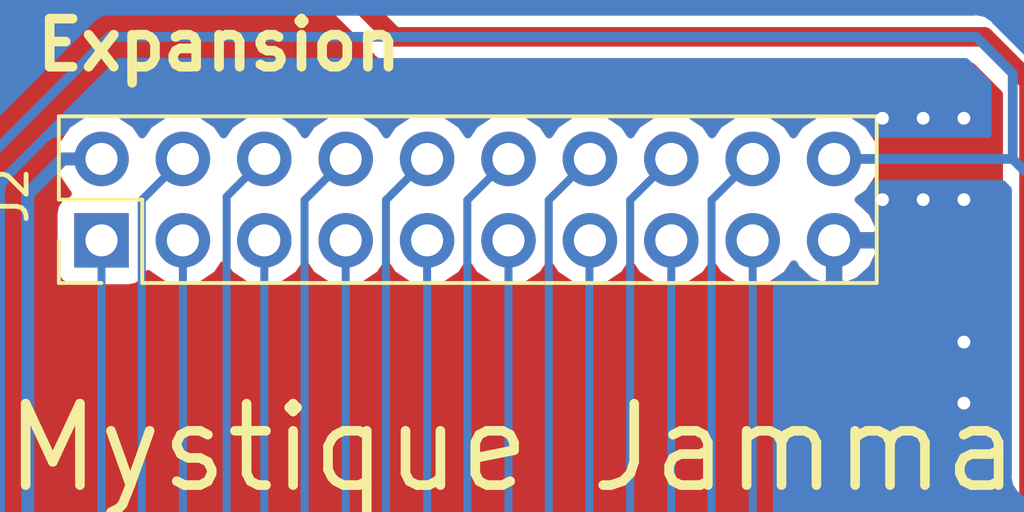
<source format=kicad_pcb>
(kicad_pcb (version 20171130) (host pcbnew 6.0.0-rc1-unknown-4ad37bc~66~ubuntu14.04.1)
  (title_block (title "Mystique Jamma") (date 2018-11-06) (rev -) (company "Flames & Danjovic"))
  (layers (0 Top signal hide) (31 Bottom signal hide) (34 B.Paste user hide) (35 F.Paste user) (36 B.SilkS user) (37 F.SilkS user) (38 B.Mask user) (39 F.Mask user hide) (44 Edge.Cuts user))
  (net 0 "")
  (net 1 +5V)
  (net 2 GND)
  (net 3 +3V3)
  (net 4 +12V)
  (net 5 "Net-(C1-Pad+)")
  (net 6 /SD_CS)
  (net 7 /SD_DATAIN)
  (net 8 /SD_SCLK)
  (net 9 /SD_DATAOUT)
  (net 10 /SRAM_A18)
  (net 11 /SRAM_A17)
  (net 12 /SRAM_A16)
  (net 13 /SRAM_A15)
  (net 14 /SRAM_OE)
  (net 15 /SRAM_IO7)
  (net 16 /SRAM_IO6)
  (net 17 /SRAM_IO5)
  (net 18 /SRAM_IO4)
  (net 19 /SRAM_A14)
  (net 20 /SRAM_A13)
  (net 21 /SRAM_A12)
  (net 22 /SRAM_A11)
  (net 23 /SRAM_A10)
  (net 24 /SRAM_A9)
  (net 25 /SRAM_A8)
  (net 26 /SRAM_A7)
  (net 27 /SRAM_A6)
  (net 28 /SRAM_A5)
  (net 29 /SRAM_WE)
  (net 30 /SRAM_IO3)
  (net 31 /SRAM_IO2)
  (net 32 /SRAM_IO1)
  (net 33 /SRAM_IO0)
  (net 34 /SRAM_CE)
  (net 35 /SRAM_A4)
  (net 36 /SRAM_A3)
  (net 37 /SRAM_A2)
  (net 38 /SRAM_A1)
  (net 39 /SRAM_A0)
  (net 40 /R_A)
  (net 41 /DAC_VREF)
  (net 42 /L_A)
  (net 43 /I2S_DATA)
  (net 44 /IS2_WS)
  (net 45 /I2S_BCK)
  (net 46 /R_AUDIO)
  (net 47 /L_AUDIO)
  (net 48 /JAMMA_AUDIO)
  (net 49 "Net-(IC3-Pad11)")
  (net 50 "Net-(IC3-Pad12)")
  (net 51 /G3)
  (net 52 "Net-(IC3-Pad18)")
  (net 53 "Net-(IC3-Pad17)")
  (net 54 "Net-(IC3-Pad16)")
  (net 55 "Net-(IC3-Pad15)")
  (net 56 "Net-(IC3-Pad14)")
  (net 57 "Net-(IC3-Pad13)")
  (net 58 /G2)
  (net 59 /G1)
  (net 60 /G0)
  (net 61 /R3)
  (net 62 /R2)
  (net 63 /R1)
  (net 64 /R0)
  (net 65 "Net-(IC7-Pad11)")
  (net 66 "Net-(IC7-Pad12)")
  (net 67 /GATE)
  (net 68 "Net-(IC7-Pad18)")
  (net 69 "Net-(IC7-Pad17)")
  (net 70 "Net-(IC7-Pad16)")
  (net 71 "Net-(IC7-Pad15)")
  (net 72 "Net-(IC7-Pad14)")
  (net 73 "Net-(IC7-Pad13)")
  (net 74 /CSY)
  (net 75 /VSY)
  (net 76 /HSY)
  (net 77 /B3)
  (net 78 /B2)
  (net 79 /B1)
  (net 80 /B0)
  (net 81 "Net-(C16-Pad1)")
  (net 82 "Net-(IC8-Pad18)")
  (net 83 "Net-(C15-Pad1)")
  (net 84 "Net-(IC8-Pad15)")
  (net 85 "Net-(IC8-Pad13)")
  (net 86 /BURST_GATE)
  (net 87 "Net-(C14-Pad1)")
  (net 88 "Net-(C13-Pad1)")
  (net 89 "Net-(C9-Pad+)")
  (net 90 "Net-(C11-Pad1)")
  (net 91 "Net-(C8-Pad+)")
  (net 92 "Net-(C10-Pad+)")
  (net 93 "Net-(C12-Pad1)")
  (net 94 /VGA-RED)
  (net 95 /VGA-HSYNC)
  (net 96 /VGA-VSYNC)
  (net 97 /VGA-GREEN)
  (net 98 /VGA-BLUE)
  (net 99 /VGA_DETECT)
  (net 100 /JAMMA-RED)
  (net 101 "Net-(R53-Pad1)")
  (net 102 "Net-(R55-Pad1)")
  (net 103 "Net-(IC2-Pad7)")
  (net 104 /CNTR_LATCH)
  (net 105 /CNTR_CLK)
  (net 106 "Net-(IC2-Pad11)")
  (net 107 "Net-(IC2-Pad6)")
  (net 108 "Net-(IC2-Pad12)")
  (net 109 "Net-(IC2-Pad5)")
  (net 110 "Net-(IC2-Pad13)")
  (net 111 "Net-(IC2-Pad4)")
  (net 112 "Net-(IC2-Pad14)")
  (net 113 "Net-(IC2-Pad15)")
  (net 114 /CNTR_DAT)
  (net 115 "Net-(IC2-Pad2)")
  (net 116 "Net-(IC2-Pad1)")
  (net 117 "Net-(IC4-Pad11)")
  (net 118 "Net-(IC4-Pad7)")
  (net 119 "Net-(IC4-Pad6)")
  (net 120 "Net-(IC4-Pad12)")
  (net 121 "Net-(IC4-Pad5)")
  (net 122 "Net-(IC4-Pad13)")
  (net 123 "Net-(IC4-Pad4)")
  (net 124 "Net-(IC4-Pad14)")
  (net 125 "Net-(IC4-Pad15)")
  (net 126 "Net-(IC4-Pad2)")
  (net 127 "Net-(IC4-Pad1)")
  (net 128 "Net-(IC9-Pad7)")
  (net 129 "Net-(IC9-Pad6)")
  (net 130 "Net-(IC9-Pad12)")
  (net 131 "Net-(IC9-Pad5)")
  (net 132 "Net-(IC9-Pad13)")
  (net 133 "Net-(IC9-Pad4)")
  (net 134 "Net-(IC9-Pad14)")
  (net 135 "Net-(IC9-Pad15)")
  (net 136 "Net-(IC9-Pad2)")
  (net 137 "Net-(IC9-Pad1)")
  (net 138 "Net-(C24-Pad+)")
  (net 139 /JAMMA_SPK+)
  (net 140 "Net-(C25-Pad-)")
  (net 141 "Net-(IC10-Pad2)")
  (net 142 "Net-(C22-Pad+)")
  (net 143 "Net-(C26-Pad+)")
  (net 144 "Net-(C28-Pad1)")
  (net 145 /P1B5)
  (net 146 /P1B4)
  (net 147 /P1B3)
  (net 148 /P1B2)
  (net 149 /P1B1)
  (net 150 /P1RH)
  (net 151 /P1LH)
  (net 152 /P1DW)
  (net 153 /P1UP)
  (net 154 /P1START)
  (net 155 /COINSW1)
  (net 156 "Net-(K1-Pad15)")
  (net 157 /JAMMA-BLUE)
  (net 158 "Net-(K1-Pad11)")
  (net 159 "Net-(K1-Pad9)")
  (net 160 /JAMMA-CSYNC)
  (net 161 /JAMMA-GREEN)
  (net 162 "Net-(K1-PadK)")
  (net 163 "Net-(J1-Pad4)")
  (net 164 /P2B5)
  (net 165 /P2B4)
  (net 166 /P2B3)
  (net 167 /P2B2)
  (net 168 /P2B1)
  (net 169 /P2RH)
  (net 170 /P2LH)
  (net 171 /P2DW)
  (net 172 /P2UP)
  (net 173 /P2START)
  (net 174 /COINSW2)
  (net 175 /TILT)
  (net 176 "Net-(D4-PadA)")
  (net 177 /SERVICE_SW)
  (net 178 NC4)
  (net 179 NC3)
  (net 180 NCD)
  (net 181 NCC)
  (net 182 NC5)
  (net 183 NCE)
  (net 184 /AUD-IN)
  (net 185 /IO_65)
  (net 186 /IO_113)
  (net 187 /IO_67)
  (net 188 /IO_66)
  (net 189 /IO_69)
  (net 190 /IO_68)
  (net 191 /IO_71)
  (net 192 /IO_70)
  (net 193 /IO_88)
  (net 194 /IO_72)
  (net 195 /IO_90)
  (net 196 /IO_89)
  (net 197 /IO_99)
  (net 198 /IO_91)
  (net 199 /IO_100)
  (net 200 "Net-(J4-PadGP3)")
  (net 201 "Net-(J4-PadCD)")
  (net 202 "Net-(J4-Pad9)")
  (net 203 "Net-(J4-Pad8)")
  (net 204 "Net-(J4-PadWP)")
  (net 205 "Net-(J5-Pad4)")
  (net 206 "Net-(J5-Pad5)")
  (net 207 "Net-(J6-Pad11)")
  (net 208 "Net-(J6-Pad12)")
  (net 209 "Net-(J6-Pad15)")
  (net 210 "Net-(J6-Pad4)")
  (net 211 "Net-(J6-Pad9)")
  (net 212 "Net-(J7-Pad4)")
  (net 213 "Net-(J7-Pad1)")
  (net 214 "Net-(J7-Pad6)")
  (net 215 "Net-(J7-Pad2)")
  (net 216 "Net-(K1-Pad8)")
  (net 217 "Net-(K1-PadJ)")
  (net 218 PS2CK)
  (net 219 PS2DAT)
  (module MystiqueJamma:JAMMA-FULL (layer Top) (at 67.31 35.901 270)
    (fp_text reference K1 hide)
    (fp_text value JAMMA-EDGE-MYSTIQUE hide)
    (fp_line (start 22.39 -11.08) (end 24.89 -11.08) (layer Edge.Cuts) (width 0.127))
    (fp_line (start 22.39 -0.08) (end 22.39 -11.08) (layer Edge.Cuts) (width 0.127))
    (fp_line (start 24.89 -0.08) (end 24.89 -11.08) (layer Edge.Cuts) (width 0.127))
    (fp_line (start 21.89 0.42) (end 22.39 -0.08) (layer Edge.Cuts) (width 0.127))
    (fp_line (start 24.89 -0.08) (end 25.39 0.42) (layer Edge.Cuts) (width 0.127))
    (fp_line (start 25.39 0.42) (end 110.24 0.42) (layer Edge.Cuts) (width 0.127))
    (fp_line (start -3.56 0.42) (end 21.89 0.42) (layer Edge.Cuts) (width 0.127))
    (fp_line (start 110.24 0.42) (end 110.74 -0.08) (layer Edge.Cuts) (width 0.127))
    (fp_line (start -4.06 -0.08) (end -3.56 0.42) (layer Edge.Cuts) (width 0.127))
    (fp_line (start 110.74 -137.26) (end 110.74 -92.2) (layer Edge.Cuts) (width 0.127))
    (fp_arc (start 108 -137.26) (end 108 -140) (angle 90) (layer Edge.Cuts) (width 0.127))
    (fp_line (start -1.06 -140) (end 108 -140) (layer Edge.Cuts) (width 0.127))
    (fp_arc (start -1.059999 -137) (end -4.06 -137) (angle 90) (layer Edge.Cuts) (width 0.127))
    (fp_line (start -4.06 -0.08) (end -4.06 -137) (layer Edge.Cuts) (width 0.127))
    (fp_line (start 110.74 -71) (end 110.74 -0.08) (layer Edge.Cuts) (width 0.127))
    (fp_line (start 100.8 -92.2) (end 100.8 -71) (layer Edge.Cuts) (width 0.127))
    (fp_line (start 100.8 -92.2) (end 110.74 -92.2) (layer Edge.Cuts) (width 0.127))
    (fp_line (start 100.8 -71) (end 110.74 -71) (layer Edge.Cuts) (width 0.127))
    (pad "" np_thru_hole circle (at 107.24 -15 270) (size 4 4) (drill 4) (layers *.Cu *.Mask))
    (pad "" np_thru_hole circle (at -0.56 -15 270) (size 4 4) (drill 4) (layers *.Cu *.Mask))
    (pad "" np_thru_hole circle (at 107.24 -125.5 270) (size 4 4) (drill 4) (layers *.Cu *.Mask))
    (pad "" np_thru_hole circle (at -0.56 -125.5 270) (size 4 4) (drill 4) (layers *.Cu *.Mask))
    (pad 28 smd rect (at 106.8 -5.08 270) (size 2.3 10) (layers Top F.Paste F.Mask) (net 2 GND))
    (pad 27 smd rect (at 102.84 -5.08 270) (size 2.3 10) (layers Top F.Paste F.Mask) (net 2 GND))
    (pad 26 smd rect (at 98.88 -5.08 270) (size 2.3 10) (layers Top F.Paste F.Mask) (net 145 /P1B5))
    (pad 25 smd rect (at 94.92 -5.08 270) (size 2.3 10) (layers Top F.Paste F.Mask) (net 146 /P1B4))
    (pad 24 smd rect (at 90.96 -5.08 270) (size 2.3 10) (layers Top F.Paste F.Mask) (net 147 /P1B3))
    (pad 23 smd rect (at 87 -5.08 270) (size 2.3 10) (layers Top F.Paste F.Mask) (net 148 /P1B2))
    (pad 22 smd rect (at 83.04 -5.08 270) (size 2.3 10) (layers Top F.Paste F.Mask) (net 149 /P1B1))
    (pad 21 smd rect (at 79.08 -5.08 270) (size 2.3 10) (layers Top F.Paste F.Mask) (net 150 /P1RH))
    (pad 20 smd rect (at 75.12 -5.08 270) (size 2.3 10) (layers Top F.Paste F.Mask) (net 151 /P1LH))
    (pad 19 smd rect (at 71.16 -5.08 270) (size 2.3 10) (layers Top F.Paste F.Mask) (net 152 /P1DW))
    (pad 18 smd rect (at 67.2 -5.08 270) (size 2.3 10) (layers Top F.Paste F.Mask) (net 153 /P1UP))
    (pad 17 smd rect (at 63.24 -5.08 270) (size 2.3 10) (layers Top F.Paste F.Mask) (net 154 /P1START))
    (pad 16 smd rect (at 59.28 -5.08 270) (size 2.3 10) (layers Top F.Paste F.Mask) (net 155 /COINSW1))
    (pad 15 smd rect (at 55.32 -5.08 270) (size 2.3 10) (layers Top F.Paste F.Mask) (net 156 "Net-(K1-Pad15)"))
    (pad 14 smd rect (at 51.36 -5.08 270) (size 2.3 10) (layers Top F.Paste F.Mask) (net 2 GND))
    (pad 13 smd rect (at 47.4 -5.08 270) (size 2.3 10) (layers Top F.Paste F.Mask) (net 157 /JAMMA-BLUE))
    (pad 12 smd rect (at 43.44 -5.08 270) (size 2.3 10) (layers Top F.Paste F.Mask) (net 100 /JAMMA-RED))
    (pad 11 smd rect (at 39.48 -5.08 270) (size 2.3 10) (layers Top F.Paste F.Mask) (net 158 "Net-(K1-Pad11)"))
    (pad 10 smd rect (at 35.52 -5.08 270) (size 2.3 10) (layers Top F.Paste F.Mask) (net 139 /JAMMA_SPK+))
    (pad 9 smd rect (at 31.56 -5.08 270) (size 2.3 10) (layers Top F.Paste F.Mask) (net 159 "Net-(K1-Pad9)"))
    (pad 8 smd rect (at 27.6 -5.08 270) (size 2.3 10) (layers Top F.Paste F.Mask) (net 216 "Net-(K1-Pad8)"))
    (pad 6 smd rect (at 19.68 -5.08 270) (size 2.3 10) (layers Top F.Paste F.Mask) (net 4 +12V))
    (pad 5 smd rect (at 15.72 -5.08 270) (size 2.3 10) (layers Top F.Paste F.Mask) (net 182 NC5))
    (pad 4 smd rect (at 11.76 -5.08 270) (size 2.3 10) (layers Top F.Paste F.Mask) (net 178 NC4))
    (pad 3 smd rect (at 7.8 -5.08 270) (size 2.3 10) (layers Top F.Paste F.Mask) (net 179 NC3))
    (pad 2 smd rect (at 3.84 -5.08 270) (size 2.3 10) (layers Top F.Paste F.Mask) (net 2 GND))
    (pad 1 smd rect (at -0.12 -5.08 270) (size 2.3 10) (layers Top F.Paste F.Mask) (net 2 GND))
    (pad "#F" smd rect (at 106.8 -5.08 270) (size 2.3 10) (layers Bottom B.Paste B.Mask) (net 2 GND))
    (pad "#E" smd rect (at 102.84 -5.08 270) (size 2.3 10) (layers Bottom B.Paste B.Mask) (net 2 GND))
    (pad "#D" smd rect (at 98.88 -5.08 270) (size 2.3 10) (layers Bottom B.Paste B.Mask) (net 164 /P2B5))
    (pad "#C" smd rect (at 94.92 -5.08 270) (size 2.3 10) (layers Bottom B.Paste B.Mask) (net 165 /P2B4))
    (pad "#B" smd rect (at 90.96 -5.08 270) (size 2.3 10) (layers Bottom B.Paste B.Mask) (net 166 /P2B3))
    (pad "#A" smd rect (at 87 -5.08 270) (size 2.3 10) (layers Bottom B.Paste B.Mask) (net 167 /P2B2))
    (pad Z smd rect (at 83.04 -5.08 270) (size 2.3 10) (layers Bottom B.Paste B.Mask) (net 168 /P2B1))
    (pad Y smd rect (at 79.08 -5.08 270) (size 2.3 10) (layers Bottom B.Paste B.Mask) (net 169 /P2RH))
    (pad X smd rect (at 75.12 -5.08 270) (size 2.3 10) (layers Bottom B.Paste B.Mask) (net 170 /P2LH))
    (pad W smd rect (at 71.16 -5.08 270) (size 2.3 10) (layers Bottom B.Paste B.Mask) (net 171 /P2DW))
    (pad V smd rect (at 67.2 -5.08 270) (size 2.3 10) (layers Bottom B.Paste B.Mask) (net 172 /P2UP))
    (pad U smd rect (at 63.24 -5.08 270) (size 2.3 10) (layers Bottom B.Paste B.Mask) (net 173 /P2START))
    (pad T smd rect (at 59.28 -5.08 270) (size 2.3 10) (layers Bottom B.Paste B.Mask) (net 174 /COINSW2))
    (pad S smd rect (at 55.32 -5.08 270) (size 2.3 10) (layers Bottom B.Paste B.Mask) (net 175 /TILT))
    (pad R smd rect (at 51.36 -5.08 270) (size 2.3 10) (layers Bottom B.Paste B.Mask) (net 177 /SERVICE_SW))
    (pad P smd rect (at 47.4 -5.08 270) (size 2.3 10) (layers Bottom B.Paste B.Mask) (net 160 /JAMMA-CSYNC))
    (pad N smd rect (at 43.44 -5.08 270) (size 2.3 10) (layers Bottom B.Paste B.Mask) (net 161 /JAMMA-GREEN))
    (pad M smd rect (at 39.48 -5.08 270) (size 2.3 10) (layers Bottom B.Paste B.Mask) (net 2 GND))
    (pad L smd rect (at 35.52 -5.08 270) (size 2.3 10) (layers Bottom B.Paste B.Mask) (net 2 GND))
    (pad K smd rect (at 31.56 -5.08 270) (size 2.3 10) (layers Bottom B.Paste B.Mask) (net 162 "Net-(K1-PadK)"))
    (pad J smd rect (at 27.6 -5.08 270) (size 2.3 10) (layers Bottom B.Paste B.Mask) (net 217 "Net-(K1-PadJ)"))
    (pad F smd rect (at 19.68 -5.08 270) (size 2.3 10) (layers Bottom B.Paste B.Mask) (net 4 +12V))
    (pad E smd rect (at 15.72 -5.08 270) (size 2.3 10) (layers Bottom B.Paste B.Mask) (net 183 NCE))
    (pad D smd rect (at 11.76 -5.08 270) (size 2.3 10) (layers Bottom B.Paste B.Mask) (net 180 NCD))
    (pad C smd rect (at 7.8 -5.08 270) (size 2.3 10) (layers Bottom B.Paste B.Mask) (net 181 NCC))
    (pad B smd rect (at 3.84 -5.08 270) (size 2.3 10) (layers Bottom B.Paste B.Mask) (net 2 GND))
    (pad A smd rect (at -0.12 -5.08 270) (size 2.3 10) (layers Bottom B.Paste B.Mask) (net 2 GND))
  )
  (module MystiqueJamma:1503_09 (layer Top) (at 207.391 88.805 270)
    (fp_text reference J5 (at -6.985 11.938 180) (layer F.SilkS) (effects (font (size 1.2065 1.2065) (thickness 0.1016)) (justify right top)))
    (fp_text value 1503_09)
    (pad 1 thru_hole oval (at 0 2.1 90) (size 2.6 2) (drill 1.6) (layers *.Cu *.Mask) (net 2 GND))
    (pad 2 thru_hole oval (at -4.55 5.4) (size 2.6 2) (drill 1.6) (layers *.Cu *.Mask) (net 47 /L_AUDIO))
    (pad 3 thru_hole oval (at 5.05 9.9) (size 2.6 2) (drill 1.6) (layers *.Cu *.Mask) (net 46 /R_AUDIO))
    (pad 4 thru_hole oval (at -4 13.1 90) (size 2.8 2) (drill 1.6) (layers *.Cu *.Mask) (net 205 "Net-(J5-Pad4)"))
    (pad 5 thru_hole oval (at 2.65 8.5) (size 2.6 2) (drill 1.6) (layers *.Cu *.Mask) (net 206 "Net-(J5-Pad5)"))
  )
  (module MystiqueJamma:E6V33_BELOW (layer Top) (at 153.6954 146.685 270)
    (fp_text reference EVB1 (at -1.143 33.2994 270) (layer F.SilkS) (effects (font (size 1.2065 1.2065) (thickness 0.127)) (justify left bottom)))
    (fp_text value C4E6-K)
    (pad I0_28 thru_hole rect (at -26.67 31.1404 90) (size 1.524 1.524) (drill 1.016) (layers *.Cu *.Mask) (net 75 /VSY))
    (pad I0_31 thru_hole circle (at -29.21 31.1404 90) (size 1.524 1.524) (drill 1.016) (layers *.Cu *.Mask) (net 67 /GATE))
    (pad I0_33 thru_hole circle (at -31.75 31.1404 90) (size 1.524 1.524) (drill 1.016) (layers *.Cu *.Mask) (net 114 /CNTR_DAT))
    (pad I0_38 thru_hole circle (at -34.29 31.1404 90) (size 1.524 1.524) (drill 1.016) (layers *.Cu *.Mask) (net 104 /CNTR_LATCH))
    (pad I0_42 thru_hole circle (at -36.83 31.1404 90) (size 1.524 1.524) (drill 1.016) (layers *.Cu *.Mask) (net 20 /SRAM_A13))
    (pad I0_44 thru_hole circle (at -39.37 31.1404 90) (size 1.524 1.524) (drill 1.016) (layers *.Cu *.Mask) (net 22 /SRAM_A11))
    (pad I0_30 thru_hole circle (at -26.67 28.6004 90) (size 1.524 1.524) (drill 1.016) (layers *.Cu *.Mask) (net 76 /HSY))
    (pad I0_32 thru_hole circle (at -29.21 28.6004 90) (size 1.524 1.524) (drill 1.016) (layers *.Cu *.Mask) (net 74 /CSY))
    (pad I0_34 thru_hole circle (at -31.75 28.6004 90) (size 1.524 1.524) (drill 1.016) (layers *.Cu *.Mask) (net 105 /CNTR_CLK))
    (pad I0_39 thru_hole circle (at -34.29 28.6004 90) (size 1.524 1.524) (drill 1.016) (layers *.Cu *.Mask) (net 14 /SRAM_OE))
    (pad I0_43 thru_hole circle (at -36.83 28.6004 90) (size 1.524 1.524) (drill 1.016) (layers *.Cu *.Mask) (net 19 /SRAM_A14))
    (pad I0_46 thru_hole circle (at -39.37 28.6004 90) (size 1.524 1.524) (drill 1.016) (layers *.Cu *.Mask) (net 21 /SRAM_A12))
    (pad I0_49 thru_hole circle (at -41.91 31.1404 90) (size 1.524 1.524) (drill 1.016) (layers *.Cu *.Mask) (net 18 /SRAM_IO4))
    (pad I0_50 thru_hole circle (at -41.91 28.6004 90) (size 1.524 1.524) (drill 1.016) (layers *.Cu *.Mask) (net 23 /SRAM_A10))
    (pad I0_51 thru_hole circle (at -44.45 31.1404 90) (size 1.524 1.524) (drill 1.016) (layers *.Cu *.Mask) (net 31 /SRAM_IO2))
    (pad GND1 thru_hole circle (at -46.99 31.1404 90) (size 1.524 1.524) (drill 1.016) (layers *.Cu *.Mask) (net 2 GND))
    (pad I0_53 thru_hole circle (at -49.53 31.1404 90) (size 1.524 1.524) (drill 1.016) (layers *.Cu *.Mask) (net 30 /SRAM_IO3))
    (pad I0_55 thru_hole circle (at -52.07 31.1404 90) (size 1.524 1.524) (drill 1.016) (layers *.Cu *.Mask) (net 28 /SRAM_A5))
    (pad I0_59 thru_hole circle (at -54.61 31.1404 90) (size 1.524 1.524) (drill 1.016) (layers *.Cu *.Mask) (net 26 /SRAM_A7))
    (pad I0_64 thru_hole circle (at -57.15 31.1404 90) (size 1.524 1.524) (drill 1.016) (layers *.Cu *.Mask) (net 24 /SRAM_A9))
    (pad I0_52 thru_hole circle (at -44.45 28.6004 90) (size 1.524 1.524) (drill 1.016) (layers *.Cu *.Mask) (net 17 /SRAM_IO5))
    (pad GND2 thru_hole circle (at -46.99 28.6004 90) (size 1.524 1.524) (drill 1.016) (layers *.Cu *.Mask) (net 2 GND))
    (pad I0_54 thru_hole circle (at -49.53 28.6004 90) (size 1.524 1.524) (drill 1.016) (layers *.Cu *.Mask) (net 29 /SRAM_WE))
    (pad I0_58 thru_hole circle (at -52.07 28.6004 90) (size 1.524 1.524) (drill 1.016) (layers *.Cu *.Mask) (net 27 /SRAM_A6))
    (pad I0_60 thru_hole circle (at -54.61 28.6004 90) (size 1.524 1.524) (drill 1.016) (layers *.Cu *.Mask) (net 25 /SRAM_A8))
    (pad I0_65 thru_hole circle (at -57.15 28.6004 90) (size 1.524 1.524) (drill 1.016) (layers *.Cu *.Mask) (net 185 /IO_65))
    (pad I0_66 thru_hole circle (at -59.69 31.1404 90) (size 1.524 1.524) (drill 1.016) (layers *.Cu *.Mask) (net 188 /IO_66))
    (pad I0_67 thru_hole circle (at -59.69 28.6004 90) (size 1.524 1.524) (drill 1.016) (layers *.Cu *.Mask) (net 187 /IO_67))
    (pad I0_68 thru_hole circle (at -62.23 31.1404 90) (size 1.524 1.524) (drill 1.016) (layers *.Cu *.Mask) (net 190 /IO_68))
    (pad I0_70 thru_hole circle (at -64.77 31.1404 90) (size 1.524 1.524) (drill 1.016) (layers *.Cu *.Mask) (net 192 /IO_70))
    (pad I0_72 thru_hole circle (at -67.31 31.1404 90) (size 1.524 1.524) (drill 1.016) (layers *.Cu *.Mask) (net 194 /IO_72))
    (pad I0_89 thru_hole circle (at -69.85 31.1404 90) (size 1.524 1.524) (drill 1.016) (layers *.Cu *.Mask) (net 196 /IO_89))
    (pad I0_91 thru_hole circle (at -72.39 31.1404 90) (size 1.524 1.524) (drill 1.016) (layers *.Cu *.Mask) (net 198 /IO_91))
    (pad I0_100 thru_hole circle (at -74.93 31.1404 90) (size 1.524 1.524) (drill 1.016) (layers *.Cu *.Mask) (net 199 /IO_100))
    (pad I0_69 thru_hole circle (at -62.23 28.6004 90) (size 1.524 1.524) (drill 1.016) (layers *.Cu *.Mask) (net 189 /IO_69))
    (pad I0_71 thru_hole circle (at -64.77 28.6004 90) (size 1.524 1.524) (drill 1.016) (layers *.Cu *.Mask) (net 191 /IO_71))
    (pad I0_88 thru_hole circle (at -67.31 28.6004 90) (size 1.524 1.524) (drill 1.016) (layers *.Cu *.Mask) (net 193 /IO_88))
    (pad I0_90 thru_hole circle (at -69.85 28.6004 90) (size 1.524 1.524) (drill 1.016) (layers *.Cu *.Mask) (net 195 /IO_90))
    (pad I0_99 thru_hole circle (at -72.39 28.6004 90) (size 1.524 1.524) (drill 1.016) (layers *.Cu *.Mask) (net 197 /IO_99))
    (pad VCC1 thru_hole circle (at -74.93 28.6004 90) (size 1.524 1.524) (drill 1.016) (layers *.Cu *.Mask) (net 3 +3V3))
    (pad I0_11 thru_hole rect (at -26.7208 -28.6004 90) (size 1.524 1.524) (drill 1.016) (layers *.Cu *.Mask) (net 77 /B3))
    (pad I0_7 thru_hole circle (at -29.2608 -28.6004 90) (size 1.524 1.524) (drill 1.016) (layers *.Cu *.Mask) (net 79 /B1))
    (pad I0_2 thru_hole circle (at -31.8008 -28.6004 90) (size 1.524 1.524) (drill 1.016) (layers *.Cu *.Mask) (net 51 /G3))
    (pad I0_144 thru_hole circle (at -34.3408 -28.6004 90) (size 1.524 1.524) (drill 1.016) (layers *.Cu *.Mask) (net 59 /G1))
    (pad I0_142 thru_hole circle (at -36.8808 -28.6004 90) (size 1.524 1.524) (drill 1.016) (layers *.Cu *.Mask) (net 61 /R3))
    (pad I0_138 thru_hole circle (at -39.4208 -28.6004 90) (size 1.524 1.524) (drill 1.016) (layers *.Cu *.Mask) (net 63 /R1))
    (pad I0_10 thru_hole circle (at -26.7208 -31.1404 90) (size 1.524 1.524) (drill 1.016) (layers *.Cu *.Mask) (net 78 /B2))
    (pad I0_3 thru_hole circle (at -29.2608 -31.1404 90) (size 1.524 1.524) (drill 1.016) (layers *.Cu *.Mask) (net 80 /B0))
    (pad I0_1 thru_hole circle (at -31.8008 -31.1404 90) (size 1.524 1.524) (drill 1.016) (layers *.Cu *.Mask) (net 58 /G2))
    (pad I0_143 thru_hole circle (at -34.3408 -31.1404 90) (size 1.524 1.524) (drill 1.016) (layers *.Cu *.Mask) (net 60 /G0))
    (pad I0_141 thru_hole circle (at -36.8808 -31.1404 90) (size 1.524 1.524) (drill 1.016) (layers *.Cu *.Mask) (net 62 /R2))
    (pad I0_137 thru_hole circle (at -39.4208 -31.1404 90) (size 1.524 1.524) (drill 1.016) (layers *.Cu *.Mask) (net 64 /R0))
    (pad I0_136 thru_hole circle (at -41.9608 -28.6004 90) (size 1.524 1.524) (drill 1.016) (layers *.Cu *.Mask) (net 13 /SRAM_A15))
    (pad I0_135 thru_hole circle (at -41.9608 -31.1404 90) (size 1.524 1.524) (drill 1.016) (layers *.Cu *.Mask) (net 12 /SRAM_A16))
    (pad I0_133 thru_hole circle (at -44.5008 -28.6004 90) (size 1.524 1.524) (drill 1.016) (layers *.Cu *.Mask) (net 11 /SRAM_A17))
    (pad GND3 thru_hole circle (at -47.0408 -28.6004 90) (size 1.524 1.524) (drill 1.016) (layers *.Cu *.Mask) (net 2 GND))
    (pad I0_128 thru_hole circle (at -49.5808 -28.6004 90) (size 1.524 1.524) (drill 1.016) (layers *.Cu *.Mask) (net 16 /SRAM_IO6))
    (pad I0_126 thru_hole circle (at -52.1208 -28.6004 90) (size 1.524 1.524) (drill 1.016) (layers *.Cu *.Mask) (net 33 /SRAM_IO0))
    (pad I0_124 thru_hole circle (at -54.6608 -28.6004 90) (size 1.524 1.524) (drill 1.016) (layers *.Cu *.Mask) (net 35 /SRAM_A4))
    (pad I0_120 thru_hole circle (at -57.2008 -28.6004 90) (size 1.524 1.524) (drill 1.016) (layers *.Cu *.Mask) (net 37 /SRAM_A2))
    (pad I0_132 thru_hole circle (at -44.5008 -31.1404 90) (size 1.524 1.524) (drill 1.016) (layers *.Cu *.Mask) (net 10 /SRAM_A18))
    (pad GND4 thru_hole circle (at -47.0408 -31.1404 90) (size 1.524 1.524) (drill 1.016) (layers *.Cu *.Mask) (net 2 GND))
    (pad I0_129 thru_hole circle (at -49.5808 -31.1404 90) (size 1.524 1.524) (drill 1.016) (layers *.Cu *.Mask) (net 15 /SRAM_IO7))
    (pad I0_127 thru_hole circle (at -52.1208 -31.1404 90) (size 1.524 1.524) (drill 1.016) (layers *.Cu *.Mask) (net 32 /SRAM_IO1))
    (pad I0_125 thru_hole circle (at -54.6608 -31.1404 90) (size 1.524 1.524) (drill 1.016) (layers *.Cu *.Mask) (net 34 /SRAM_CE))
    (pad I0_121 thru_hole circle (at -57.2008 -31.1404 90) (size 1.524 1.524) (drill 1.016) (layers *.Cu *.Mask) (net 36 /SRAM_A3))
    (pad I0_115 thru_hole circle (at -59.7408 -28.6004 90) (size 1.524 1.524) (drill 1.016) (layers *.Cu *.Mask) (net 39 /SRAM_A0))
    (pad I0_119 thru_hole circle (at -59.7408 -31.1404 90) (size 1.524 1.524) (drill 1.016) (layers *.Cu *.Mask) (net 38 /SRAM_A1))
    (pad I0_113 thru_hole circle (at -62.2808 -28.6004 90) (size 1.524 1.524) (drill 1.016) (layers *.Cu *.Mask) (net 186 /IO_113))
    (pad I0_111 thru_hole circle (at -64.8208 -28.6004 90) (size 1.524 1.524) (drill 1.016) (layers *.Cu *.Mask) (net 218 PS2CK))
    (pad I0_106 thru_hole circle (at -67.3608 -28.6004 90) (size 1.524 1.524) (drill 1.016) (layers *.Cu *.Mask) (net 44 /IS2_WS))
    (pad I0_104 thru_hole circle (at -69.9008 -28.6004 90) (size 1.524 1.524) (drill 1.016) (layers *.Cu *.Mask) (net 6 /SD_CS))
    (pad I0_101 thru_hole circle (at -72.4408 -28.6004 90) (size 1.524 1.524) (drill 1.016) (layers *.Cu *.Mask) (net 8 /SD_SCLK))
    (pad VCC2 thru_hole circle (at -74.9808 -28.6004 90) (size 1.524 1.524) (drill 1.016) (layers *.Cu *.Mask) (net 3 +3V3))
    (pad I0_114 thru_hole circle (at -62.2808 -31.1404 90) (size 1.524 1.524) (drill 1.016) (layers *.Cu *.Mask) (net 219 PS2DAT))
    (pad I0_112 thru_hole circle (at -64.8208 -31.1404 90) (size 1.524 1.524) (drill 1.016) (layers *.Cu *.Mask) (net 43 /I2S_DATA))
    (pad I0_110 thru_hole circle (at -67.3608 -31.1404 90) (size 1.524 1.524) (drill 1.016) (layers *.Cu *.Mask) (net 45 /I2S_BCK))
    (pad I0_105 thru_hole circle (at -69.9008 -31.1404 90) (size 1.524 1.524) (drill 1.016) (layers *.Cu *.Mask) (net 7 /SD_DATAIN))
    (pad I0_103 thru_hole circle (at -72.4408 -31.1404 90) (size 1.524 1.524) (drill 1.016) (layers *.Cu *.Mask) (net 9 /SD_DATAOUT))
    (pad VCC3 thru_hole circle (at -74.9808 -31.1404 90) (size 1.524 1.524) (drill 1.016) (layers *.Cu *.Mask) (net 3 +3V3))
  )
  (module MystiqueJamma:SOIC-16NW (layer Top) (at 167.64 79.375 180)
    (fp_text reference IC6 (at 2.413 6.223) (layer F.SilkS) (effects (font (size 1.6891 1.6891) (thickness 0.14224)) (justify left bottom)))
    (fp_text value TDA1543T)
    (pad 16 smd rect (at -4.445 -4.415 180) (size 0.6 2.54) (layers Top F.Paste F.Mask))
    (pad 15 smd rect (at -3.175 -4.415 180) (size 0.6 2.54) (layers Top F.Paste F.Mask))
    (pad 14 smd rect (at -1.905 -4.415 180) (size 0.6 2.54) (layers Top F.Paste F.Mask) (net 40 /R_A))
    (pad 13 smd rect (at -0.635 -4.415 180) (size 0.6 2.54) (layers Top F.Paste F.Mask) (net 41 /DAC_VREF))
    (pad 12 smd rect (at 0.635 -4.415 180) (size 0.6 2.54) (layers Top F.Paste F.Mask) (net 42 /L_A))
    (pad 11 smd rect (at 1.905 -4.415 180) (size 0.6 2.54) (layers Top F.Paste F.Mask) (net 1 +5V))
    (pad 10 smd rect (at 3.175 -4.415 180) (size 0.6 2.54) (layers Top F.Paste F.Mask))
    (pad 9 smd rect (at 4.445 -4.415 180) (size 0.6 2.54) (layers Top F.Paste F.Mask))
    (pad 8 smd rect (at 4.445 4.415 180) (size 0.6 2.54) (layers Top F.Paste F.Mask))
    (pad 7 smd rect (at 3.175 4.415 180) (size 0.6 2.54) (layers Top F.Paste F.Mask))
    (pad 6 smd rect (at 1.905 4.415 180) (size 0.6 2.54) (layers Top F.Paste F.Mask) (net 2 GND))
    (pad 5 smd rect (at 0.635 4.415 180) (size 0.6 2.54) (layers Top F.Paste F.Mask) (net 43 /I2S_DATA))
    (pad 4 smd rect (at -0.635 4.415 180) (size 0.6 2.54) (layers Top F.Paste F.Mask) (net 44 /IS2_WS))
    (pad 3 smd rect (at -1.905 4.415 180) (size 0.6 2.54) (layers Top F.Paste F.Mask) (net 45 /I2S_BCK))
    (pad 2 smd rect (at -3.175 4.415 180) (size 0.6 2.54) (layers Top F.Paste F.Mask))
    (pad 1 smd rect (at -4.445 4.415 180) (size 0.6 2.54) (layers Top F.Paste F.Mask))
  )
  (module MystiqueJamma:Molex_Mega-Fit_76829-0004_2x02_P5.70mm_Vertical (layer Top) (at 162.179 44.704)
    (fp_text reference J1 (at -13.081 -11.176) (layer F.SilkS))
    (fp_text value Conn_01x04)
    (pad "" np_thru_hole circle (at 5.08 -10.16) (size 4 4) (drill 4) (layers *.Cu *.Mask))
    (pad "" np_thru_hole circle (at -5.08 -10.16) (size 4 4) (drill 4) (layers *.Cu *.Mask))
    (pad "" np_thru_hole circle (at 10.16 -2.54) (size 2.54 2.54) (drill 2.54) (layers *.Cu *.Mask))
    (pad "" np_thru_hole circle (at -10.16 -2.54) (size 2.54 2.54) (drill 2.54) (layers *.Cu *.Mask))
    (pad 4 thru_hole circle (at 7.62 0) (size 3.7 3.7) (drill 1.52) (layers *.Cu *.Mask) (net 163 "Net-(J1-Pad4)"))
    (pad 3 thru_hole circle (at 2.54 0) (size 3.7 3.7) (drill 1.52) (layers *.Cu *.Mask) (net 2 GND))
    (pad 2 thru_hole circle (at -2.54 0) (size 3.7 3.7) (drill 1.52) (layers *.Cu *.Mask) (net 2 GND))
    (pad 1 thru_hole circle (at -7.62 0) (size 3.7 3.7) (drill 1.52) (layers *.Cu *.Mask) (net 4 +12V))
  )
  (module MystiqueJamma:E2,5-7 (layer Top) (at 138.684 46.228)
    (fp_text reference C1 (at -1.143 5.08) (layer F.SilkS) (effects (font (size 1.2065 1.2065) (thickness 0.127)) (justify left bottom)))
    (fp_text value 100uF)
    (pad + thru_hole circle (at -1.27 0) (size 1.6002 1.6002) (drill 0.8128) (layers *.Cu *.Mask) (net 5 "Net-(C1-Pad+)"))
    (pad - thru_hole circle (at 1.27 0) (size 1.6002 1.6002) (drill 0.8128) (layers *.Cu *.Mask) (net 2 GND))
  )
  (module MystiqueJamma:E2,5-5 (layer Top) (at 145.669 46.228 180)
    (fp_text reference C2 (at 1.27 -4.826 180) (layer F.SilkS) (effects (font (size 1.2065 1.2065) (thickness 0.127)) (justify left bottom)))
    (fp_text value 10uF)
    (pad + thru_hole circle (at -1.27 0 180) (size 1.6002 1.6002) (drill 0.8128) (layers *.Cu *.Mask) (net 1 +5V))
    (pad - thru_hole circle (at 1.27 0 180) (size 1.6002 1.6002) (drill 0.8128) (layers *.Cu *.Mask) (net 2 GND))
  )
  (module MystiqueJamma:C1206 (layer Top) (at 160.02 82.55 90)
    (fp_text reference C3 (at -4.191 -1.27 180) (layer F.SilkS) (effects (font (size 1.2065 1.2065) (thickness 0.1016)) (justify left bottom)))
    (fp_text value 100nF)
    (pad 2 smd rect (at 1.4 0 90) (size 1.6 1.8) (layers Top F.Paste F.Mask) (net 2 GND))
    (pad 1 smd rect (at -1.4 0 90) (size 1.6 1.8) (layers Top F.Paste F.Mask) (net 1 +5V))
  )
  (module MystiqueJamma:E2-4 (layer Top) (at 190.5 93.25)
    (fp_text reference C4 (at -2.54 1.143 90) (layer F.SilkS) (effects (font (size 1.2065 1.2065) (thickness 0.127)) (justify left bottom)))
    (fp_text value 4.7uF)
    (pad + thru_hole circle (at -1.016 0) (size 1.4224 1.4224) (drill 0.8128) (layers *.Cu *.Mask) (net 40 /R_A))
    (pad - thru_hole circle (at 1.016 0) (size 1.4224 1.4224) (drill 0.8128) (layers *.Cu *.Mask) (net 46 /R_AUDIO))
  )
  (module MystiqueJamma:C1206 (layer Top) (at 176.53 51.975 90)
    (fp_text reference C5 (at -1.27 -1.143 90) (layer F.SilkS) (effects (font (size 1.2065 1.2065) (thickness 0.1016)) (justify left bottom)))
    (fp_text value 100nF)
    (pad 2 smd rect (at 1.4 0 90) (size 1.6 1.8) (layers Top F.Paste F.Mask) (net 2 GND))
    (pad 1 smd rect (at -1.4 0 90) (size 1.6 1.8) (layers Top F.Paste F.Mask) (net 3 +3V3))
  )
  (module MystiqueJamma:E2-4 (layer Top) (at 190.5 86.9)
    (fp_text reference C6 (at -2.667 1.143 90) (layer F.SilkS) (effects (font (size 1.2065 1.2065) (thickness 0.127)) (justify left bottom)))
    (fp_text value 4.7uF)
    (pad + thru_hole circle (at -1.016 0) (size 1.4224 1.4224) (drill 0.8128) (layers *.Cu *.Mask) (net 42 /L_A))
    (pad - thru_hole circle (at 1.016 0) (size 1.4224 1.4224) (drill 0.8128) (layers *.Cu *.Mask) (net 47 /L_AUDIO))
  )
  (module MystiqueJamma:DO41-10 (layer Top) (at 157.226 50.292)
    (fp_text reference D1 (at -0.254 -1.651) (layer F.SilkS) (effects (font (size 1.2065 1.2065) (thickness 0.127)) (justify left bottom)))
    (fp_text value 1N4004)
    (pad C thru_hole circle (at -5.08 0) (size 1.9304 1.9304) (drill 1.1176) (layers *.Cu *.Mask) (net 5 "Net-(C1-Pad+)"))
    (pad A thru_hole circle (at 5.08 0) (size 1.9304 1.9304) (drill 1.1176) (layers *.Cu *.Mask) (net 4 +12V))
  )
  (module MystiqueJamma:TO220-IGO (layer Top) (at 141.859 37.465)
    (fp_text reference IC1 hide)
    (fp_text value 7805 hide)
    (pad OUT thru_hole circle (at 2.54 0) (size 1.8796 1.8796) (drill 1) (layers *.Cu *.Mask) (net 1 +5V))
    (pad GND thru_hole circle (at 0 0) (size 1.8796 1.8796) (drill 1) (layers *.Cu *.Mask) (net 2 GND))
    (pad IN thru_hole rect (at -2.54 0) (size 1.8796 1.8796) (drill 1) (layers *.Cu *.Mask) (net 5 "Net-(C1-Pad+)"))
  )
  (module MystiqueJamma:SOJV36-400 (layer Top) (at 148.209 98.425 180)
    (fp_text reference IC5 (at -8.89 6.604) (layer F.SilkS) (effects (font (size 1.2065 1.2065) (thickness 0.1016)) (justify left bottom)))
    (fp_text value CY7C1049CV33)
    (pad 36 smd rect (at -10.795 -4.699) (size 0.635 2.032) (layers Top F.Paste F.Mask))
    (pad 35 smd rect (at -9.525 -4.699) (size 0.635 2.032) (layers Top F.Paste F.Mask) (net 10 /SRAM_A18))
    (pad 34 smd rect (at -8.255 -4.699) (size 0.635 2.032) (layers Top F.Paste F.Mask) (net 11 /SRAM_A17))
    (pad 33 smd rect (at -6.985 -4.699) (size 0.635 2.032) (layers Top F.Paste F.Mask) (net 12 /SRAM_A16))
    (pad 32 smd rect (at -5.715 -4.699) (size 0.635 2.032) (layers Top F.Paste F.Mask) (net 13 /SRAM_A15))
    (pad 31 smd rect (at -4.445 -4.699) (size 0.635 2.032) (layers Top F.Paste F.Mask) (net 14 /SRAM_OE))
    (pad 30 smd rect (at -3.175 -4.699) (size 0.635 2.032) (layers Top F.Paste F.Mask) (net 15 /SRAM_IO7))
    (pad 29 smd rect (at -1.905 -4.699) (size 0.635 2.032) (layers Top F.Paste F.Mask) (net 16 /SRAM_IO6))
    (pad 28 smd rect (at -0.635 -4.699) (size 0.635 2.032) (layers Top F.Paste F.Mask) (net 2 GND))
    (pad 27 smd rect (at 0.635 -4.699) (size 0.635 2.032) (layers Top F.Paste F.Mask) (net 3 +3V3))
    (pad 26 smd rect (at 1.905 -4.699) (size 0.635 2.032) (layers Top F.Paste F.Mask) (net 17 /SRAM_IO5))
    (pad 25 smd rect (at 3.175 -4.699) (size 0.635 2.032) (layers Top F.Paste F.Mask) (net 18 /SRAM_IO4))
    (pad 24 smd rect (at 4.445 -4.699) (size 0.635 2.032) (layers Top F.Paste F.Mask) (net 19 /SRAM_A14))
    (pad 23 smd rect (at 5.715 -4.699) (size 0.635 2.032) (layers Top F.Paste F.Mask) (net 20 /SRAM_A13))
    (pad 22 smd rect (at 6.985 -4.699) (size 0.635 2.032) (layers Top F.Paste F.Mask) (net 21 /SRAM_A12))
    (pad 21 smd rect (at 8.255 -4.699) (size 0.635 2.032) (layers Top F.Paste F.Mask) (net 22 /SRAM_A11))
    (pad 20 smd rect (at 9.525 -4.699) (size 0.635 2.032) (layers Top F.Paste F.Mask) (net 23 /SRAM_A10))
    (pad 19 smd rect (at 10.795 -4.699) (size 0.635 2.032) (layers Top F.Paste F.Mask))
    (pad 18 smd rect (at 10.795 4.699 180) (size 0.635 2.032) (layers Top F.Paste F.Mask) (net 24 /SRAM_A9))
    (pad 17 smd rect (at 9.525 4.699 180) (size 0.635 2.032) (layers Top F.Paste F.Mask) (net 25 /SRAM_A8))
    (pad 16 smd rect (at 8.255 4.699 180) (size 0.635 2.032) (layers Top F.Paste F.Mask) (net 26 /SRAM_A7))
    (pad 15 smd rect (at 6.985 4.699 180) (size 0.635 2.032) (layers Top F.Paste F.Mask) (net 27 /SRAM_A6))
    (pad 14 smd rect (at 5.715 4.699 180) (size 0.635 2.032) (layers Top F.Paste F.Mask) (net 28 /SRAM_A5))
    (pad 13 smd rect (at 4.445 4.699 180) (size 0.635 2.032) (layers Top F.Paste F.Mask) (net 29 /SRAM_WE))
    (pad 12 smd rect (at 3.175 4.699 180) (size 0.635 2.032) (layers Top F.Paste F.Mask) (net 30 /SRAM_IO3))
    (pad 11 smd rect (at 1.905 4.699 180) (size 0.635 2.032) (layers Top F.Paste F.Mask) (net 31 /SRAM_IO2))
    (pad 10 smd rect (at 0.635 4.699 180) (size 0.635 2.032) (layers Top F.Paste F.Mask) (net 2 GND))
    (pad 9 smd rect (at -0.635 4.699 180) (size 0.635 2.032) (layers Top F.Paste F.Mask) (net 3 +3V3))
    (pad 8 smd rect (at -1.905 4.699 180) (size 0.635 2.032) (layers Top F.Paste F.Mask) (net 32 /SRAM_IO1))
    (pad 7 smd rect (at -3.175 4.699 180) (size 0.635 2.032) (layers Top F.Paste F.Mask) (net 33 /SRAM_IO0))
    (pad 6 smd rect (at -4.445 4.699 180) (size 0.635 2.032) (layers Top F.Paste F.Mask) (net 34 /SRAM_CE))
    (pad 5 smd rect (at -5.715 4.699 180) (size 0.635 2.032) (layers Top F.Paste F.Mask) (net 35 /SRAM_A4))
    (pad 4 smd rect (at -6.985 4.699 180) (size 0.635 2.032) (layers Top F.Paste F.Mask) (net 36 /SRAM_A3))
    (pad 3 smd rect (at -8.255 4.699 180) (size 0.635 2.032) (layers Top F.Paste F.Mask) (net 37 /SRAM_A2))
    (pad 2 smd rect (at -9.525 4.699 180) (size 0.635 2.032) (layers Top F.Paste F.Mask) (net 38 /SRAM_A1))
    (pad 1 smd rect (at -10.795 4.699 180) (size 0.635 2.032) (layers Top F.Paste F.Mask) (net 39 /SRAM_A0))
  )
  (module MystiqueJamma:R1206 (layer Top) (at 176.53 58.325 90)
    (fp_text reference R23 (at -1.397 -1.143 90) (layer F.SilkS) (effects (font (size 1.2065 1.2065) (thickness 0.1016)) (justify left bottom)))
    (fp_text value 10k)
    (pad 1 smd rect (at -1.422 0 90) (size 1.6 1.803) (layers Top F.Paste F.Mask) (net 9 /SD_DATAOUT))
    (pad 2 smd rect (at 1.422 0 90) (size 1.6 1.803) (layers Top F.Paste F.Mask) (net 3 +3V3))
  )
  (module MystiqueJamma:R1206 (layer Top) (at 176.53 45.625 90)
    (fp_text reference R24 (at -1.397 -1.143 90) (layer F.SilkS) (effects (font (size 1.2065 1.2065) (thickness 0.1016)) (justify left bottom)))
    (fp_text value 10k)
    (pad 1 smd rect (at -1.422 0 90) (size 1.6 1.803) (layers Top F.Paste F.Mask) (net 7 /SD_DATAIN))
    (pad 2 smd rect (at 1.422 0 90) (size 1.6 1.803) (layers Top F.Paste F.Mask) (net 3 +3V3))
  )
  (module MystiqueJamma:R1206 (layer Top) (at 156.845 82.55 270)
    (fp_text reference R25 (at 4.191 1.905 180) (layer F.SilkS) (effects (font (size 1.2065 1.2065) (thickness 0.1016)) (justify left bottom)))
    (fp_text value 1k)
    (pad 1 smd rect (at -1.422 0 270) (size 1.6 1.803) (layers Top F.Paste F.Mask) (net 2 GND))
    (pad 2 smd rect (at 1.422 0 270) (size 1.6 1.803) (layers Top F.Paste F.Mask) (net 41 /DAC_VREF))
  )
  (module MystiqueJamma:R1206 (layer Top) (at 156.845 76.2 270)
    (fp_text reference R26 (at -2.794 1.905) (layer F.SilkS) (effects (font (size 1.2065 1.2065) (thickness 0.1016)) (justify left bottom)))
    (fp_text value 2k)
    (pad 1 smd rect (at -1.422 0 270) (size 1.6 1.803) (layers Top F.Paste F.Mask) (net 2 GND))
    (pad 2 smd rect (at 1.422 0 270) (size 1.6 1.803) (layers Top F.Paste F.Mask) (net 42 /L_A))
  )
  (module MystiqueJamma:R1206 (layer Top) (at 160.02 76.2 270)
    (fp_text reference R27 (at -2.794 1.143) (layer F.SilkS) (effects (font (size 1.2065 1.2065) (thickness 0.1016)) (justify left bottom)))
    (fp_text value 2k)
    (pad 1 smd rect (at -1.422 0 270) (size 1.6 1.803) (layers Top F.Paste F.Mask) (net 2 GND))
    (pad 2 smd rect (at 1.422 0 270) (size 1.6 1.803) (layers Top F.Paste F.Mask) (net 40 /R_A))
  )
  (module MystiqueJamma:R1206 (layer Top) (at 190.5 71.66)
    (fp_text reference R28 (at -1.651 -1.27) (layer F.SilkS) (effects (font (size 1.2065 1.2065) (thickness 0.1016)) (justify left bottom)))
    (fp_text value 470)
    (pad 1 smd rect (at -1.422 0) (size 1.6 1.803) (layers Top F.Paste F.Mask) (net 206 "Net-(J5-Pad5)"))
    (pad 2 smd rect (at 1.422 0) (size 1.6 1.803) (layers Top F.Paste F.Mask) (net 48 /JAMMA_AUDIO))
  )
  (module MystiqueJamma:M1206 (layer Top) (at 190.5 75.47)
    (fp_text reference R29 (at -1.651 -1.524) (layer F.SilkS) (effects (font (size 1.2065 1.2065) (thickness 0.1016)) (justify left bottom)))
    (fp_text value 470)
    (pad 2 smd rect (at 1.4 0) (size 1.6 2) (layers Top F.Paste F.Mask) (net 48 /JAMMA_AUDIO))
    (pad 1 smd rect (at -1.4 0) (size 1.6 2) (layers Top F.Paste F.Mask) (net 205 "Net-(J5-Pad4)"))
  )
  (module MystiqueJamma:06132 (layer Top) (at 182.118 52.864 90)
    (fp_text reference J4 (at 14.224 5.715 180) (layer F.SilkS) (effects (font (size 1.27 1.27))))
    (fp_text value SDMMC06132 hide)
    (pad "" np_thru_hole circle (at 9.5 2.1 90) (size 1.6 1.6) (drill 1.6) (layers *.Cu *.Mask))
    (pad "" np_thru_hole circle (at -11.6 2.1 90) (size 1.1 1.1) (drill 1.1) (layers *.Cu *.Mask))
    (pad GP3 smd rect (at 11.7 0.9 180) (size 2.8 2) (layers Top F.Paste F.Mask) (net 200 "Net-(J4-PadGP3)"))
    (pad CD smd rect (at -11 -0.9 180) (size 4 0.7) (layers Top F.Paste F.Mask) (net 201 "Net-(J4-PadCD)"))
    (pad 9 smd rect (at 9.4 -0.9 180) (size 4 1.2) (layers Top F.Paste F.Mask) (net 202 "Net-(J4-Pad9)"))
    (pad 3 smd rect (at 1.9 -0.9 180) (size 4 1.2) (layers Top F.Paste F.Mask) (net 2 GND))
    (pad 1 smd rect (at 6.9 -0.9 180) (size 4 1.2) (layers Top F.Paste F.Mask) (net 6 /SD_CS))
    (pad 4 smd rect (at -0.6 -0.9 180) (size 4 1.2) (layers Top F.Paste F.Mask) (net 3 +3V3))
    (pad 2 smd rect (at 4.4 -0.9 180) (size 4 1.2) (layers Top F.Paste F.Mask) (net 7 /SD_DATAIN))
    (pad 5 smd rect (at -3.1 -0.9 180) (size 4 1.2) (layers Top F.Paste F.Mask) (net 8 /SD_SCLK))
    (pad 6 smd rect (at -5.6 -0.9 180) (size 4 1.2) (layers Top F.Paste F.Mask) (net 2 GND))
    (pad 7 smd rect (at -8.1 -0.9 180) (size 4 1.2) (layers Top F.Paste F.Mask) (net 9 /SD_DATAOUT))
    (pad 8 smd rect (at -9.7 -0.9 180) (size 4 0.7) (layers Top F.Paste F.Mask) (net 203 "Net-(J4-Pad8)"))
    (pad WP smd rect (at -12.2 -0.9 180) (size 4 0.7) (layers Top F.Paste F.Mask) (net 204 "Net-(J4-PadWP)"))
    (pad GP4 smd rect (at -13.9 1 180) (size 2.8 2) (layers Top F.Paste F.Mask))
    (pad GP2 smd rect (at 14.1 21.8 180) (size 2.8 2) (layers Top F.Paste F.Mask))
    (pad GP smd rect (at -13.8 21.8 180) (size 2.8 2) (layers Top F.Paste F.Mask) (net 2 GND))
  )
  (module MystiqueJamma:SO20W (layer Top) (at 163.83 114.935 180)
    (fp_text reference IC3 (at -3.81 6.477) (layer F.SilkS) (effects (font (size 1.2065 1.2065) (thickness 0.127)) (justify left bottom)))
    (fp_text value 74LS245DW)
    (pad 11 smd rect (at 5.715 -5.0292 180) (size 0.6604 2.032) (layers Top F.Paste F.Mask) (net 49 "Net-(IC3-Pad11)"))
    (pad 12 smd rect (at 4.445 -5.0292 180) (size 0.6604 2.032) (layers Top F.Paste F.Mask) (net 50 "Net-(IC3-Pad12)"))
    (pad 10 smd rect (at 5.715 5.0292 180) (size 0.6604 2.032) (layers Top F.Paste F.Mask) (net 2 GND))
    (pad 9 smd rect (at 4.445 5.0292 180) (size 0.6604 2.032) (layers Top F.Paste F.Mask) (net 51 /G3))
    (pad 20 smd rect (at -5.715 -5.0292 180) (size 0.6604 2.032) (layers Top F.Paste F.Mask) (net 1 +5V))
    (pad 19 smd rect (at -4.445 -5.0292 180) (size 0.6604 2.032) (layers Top F.Paste F.Mask) (net 2 GND))
    (pad 18 smd rect (at -3.175 -5.0292 180) (size 0.6604 2.032) (layers Top F.Paste F.Mask) (net 52 "Net-(IC3-Pad18)"))
    (pad 17 smd rect (at -1.905 -5.0292 180) (size 0.6604 2.032) (layers Top F.Paste F.Mask) (net 53 "Net-(IC3-Pad17)"))
    (pad 16 smd rect (at -0.635 -5.0292 180) (size 0.6604 2.032) (layers Top F.Paste F.Mask) (net 54 "Net-(IC3-Pad16)"))
    (pad 15 smd rect (at 0.635 -5.0292 180) (size 0.6604 2.032) (layers Top F.Paste F.Mask) (net 55 "Net-(IC3-Pad15)"))
    (pad 14 smd rect (at 1.905 -5.0292 180) (size 0.6604 2.032) (layers Top F.Paste F.Mask) (net 56 "Net-(IC3-Pad14)"))
    (pad 13 smd rect (at 3.175 -5.0292 180) (size 0.6604 2.032) (layers Top F.Paste F.Mask) (net 57 "Net-(IC3-Pad13)"))
    (pad 8 smd rect (at 3.175 5.0292 180) (size 0.6604 2.032) (layers Top F.Paste F.Mask) (net 58 /G2))
    (pad 7 smd rect (at 1.905 5.0292 180) (size 0.6604 2.032) (layers Top F.Paste F.Mask) (net 59 /G1))
    (pad 6 smd rect (at 0.635 5.0292 180) (size 0.6604 2.032) (layers Top F.Paste F.Mask) (net 60 /G0))
    (pad 5 smd rect (at -0.635 5.0292 180) (size 0.6604 2.032) (layers Top F.Paste F.Mask) (net 61 /R3))
    (pad 4 smd rect (at -1.905 5.0292 180) (size 0.6604 2.032) (layers Top F.Paste F.Mask) (net 62 /R2))
    (pad 3 smd rect (at -3.175 5.0292 180) (size 0.6604 2.032) (layers Top F.Paste F.Mask) (net 63 /R1))
    (pad 2 smd rect (at -4.445 5.0292 180) (size 0.6604 2.032) (layers Top F.Paste F.Mask) (net 64 /R0))
    (pad 1 smd rect (at -5.715 5.0292 180) (size 0.6604 2.032) (layers Top F.Paste F.Mask) (net 1 +5V))
  )
  (module MystiqueJamma:SO20W (layer Top) (at 143.129 114.935 180)
    (fp_text reference IC7 (at -3.683 6.477) (layer F.SilkS) (effects (font (size 1.2065 1.2065) (thickness 0.127)) (justify left bottom)))
    (fp_text value 74LS245DW)
    (pad 11 smd rect (at 5.715 -5.0292 180) (size 0.6604 2.032) (layers Top F.Paste F.Mask) (net 65 "Net-(IC7-Pad11)"))
    (pad 12 smd rect (at 4.445 -5.0292 180) (size 0.6604 2.032) (layers Top F.Paste F.Mask) (net 66 "Net-(IC7-Pad12)"))
    (pad 10 smd rect (at 5.715 5.0292 180) (size 0.6604 2.032) (layers Top F.Paste F.Mask) (net 2 GND))
    (pad 9 smd rect (at 4.445 5.0292 180) (size 0.6604 2.032) (layers Top F.Paste F.Mask) (net 67 /GATE))
    (pad 20 smd rect (at -5.715 -5.0292 180) (size 0.6604 2.032) (layers Top F.Paste F.Mask) (net 1 +5V))
    (pad 19 smd rect (at -4.445 -5.0292 180) (size 0.6604 2.032) (layers Top F.Paste F.Mask) (net 2 GND))
    (pad 18 smd rect (at -3.175 -5.0292 180) (size 0.6604 2.032) (layers Top F.Paste F.Mask) (net 68 "Net-(IC7-Pad18)"))
    (pad 17 smd rect (at -1.905 -5.0292 180) (size 0.6604 2.032) (layers Top F.Paste F.Mask) (net 69 "Net-(IC7-Pad17)"))
    (pad 16 smd rect (at -0.635 -5.0292 180) (size 0.6604 2.032) (layers Top F.Paste F.Mask) (net 70 "Net-(IC7-Pad16)"))
    (pad 15 smd rect (at 0.635 -5.0292 180) (size 0.6604 2.032) (layers Top F.Paste F.Mask) (net 71 "Net-(IC7-Pad15)"))
    (pad 14 smd rect (at 1.905 -5.0292 180) (size 0.6604 2.032) (layers Top F.Paste F.Mask) (net 72 "Net-(IC7-Pad14)"))
    (pad 13 smd rect (at 3.175 -5.0292 180) (size 0.6604 2.032) (layers Top F.Paste F.Mask) (net 73 "Net-(IC7-Pad13)"))
    (pad 8 smd rect (at 3.175 5.0292 180) (size 0.6604 2.032) (layers Top F.Paste F.Mask) (net 74 /CSY))
    (pad 7 smd rect (at 1.905 5.0292 180) (size 0.6604 2.032) (layers Top F.Paste F.Mask) (net 75 /VSY))
    (pad 6 smd rect (at 0.635 5.0292 180) (size 0.6604 2.032) (layers Top F.Paste F.Mask) (net 76 /HSY))
    (pad 5 smd rect (at -0.635 5.0292 180) (size 0.6604 2.032) (layers Top F.Paste F.Mask) (net 77 /B3))
    (pad 4 smd rect (at -1.905 5.0292 180) (size 0.6604 2.032) (layers Top F.Paste F.Mask) (net 78 /B2))
    (pad 3 smd rect (at -3.175 5.0292 180) (size 0.6604 2.032) (layers Top F.Paste F.Mask) (net 79 /B1))
    (pad 2 smd rect (at -4.445 5.0292 180) (size 0.6604 2.032) (layers Top F.Paste F.Mask) (net 80 /B0))
    (pad 1 smd rect (at -5.715 5.0292 180) (size 0.6604 2.032) (layers Top F.Paste F.Mask) (net 1 +5V))
  )
  (module MystiqueJamma:DIL20 (layer Top) (at 108.458 46.99 270)
    (fp_text reference IC8 (at -13.081 3.048) (layer F.SilkS) (effects (font (size 1.2065 1.2065) (thickness 0.1016)) (justify left bottom)))
    (fp_text value TLS1233)
    (pad 20 thru_hole oval (at -11.43 -3.81) (size 2.6416 1.3208) (drill 0.8128) (layers *.Cu *.Mask) (net 81 "Net-(C16-Pad1)"))
    (pad 19 thru_hole oval (at -8.89 -3.81) (size 2.6416 1.3208) (drill 0.8128) (layers *.Cu *.Mask) (net 81 "Net-(C16-Pad1)"))
    (pad 18 thru_hole oval (at -6.35 -3.81) (size 2.6416 1.3208) (drill 0.8128) (layers *.Cu *.Mask) (net 82 "Net-(IC8-Pad18)"))
    (pad 17 thru_hole oval (at -3.81 -3.81) (size 2.6416 1.3208) (drill 0.8128) (layers *.Cu *.Mask) (net 83 "Net-(C15-Pad1)"))
    (pad 16 thru_hole oval (at -1.27 -3.81) (size 2.6416 1.3208) (drill 0.8128) (layers *.Cu *.Mask) (net 4 +12V))
    (pad 15 thru_hole oval (at 1.27 -3.81) (size 2.6416 1.3208) (drill 0.8128) (layers *.Cu *.Mask) (net 84 "Net-(IC8-Pad15)"))
    (pad 14 thru_hole oval (at 3.81 -3.81) (size 2.6416 1.3208) (drill 0.8128) (layers *.Cu *.Mask) (net 83 "Net-(C15-Pad1)"))
    (pad 13 thru_hole oval (at 6.35 -3.81) (size 2.6416 1.3208) (drill 0.8128) (layers *.Cu *.Mask) (net 85 "Net-(IC8-Pad13)"))
    (pad 12 thru_hole oval (at 8.89 -3.81) (size 2.6416 1.3208) (drill 0.8128) (layers *.Cu *.Mask) (net 83 "Net-(C15-Pad1)"))
    (pad 11 thru_hole oval (at 11.43 -3.81) (size 2.6416 1.3208) (drill 0.8128) (layers *.Cu *.Mask) (net 86 /BURST_GATE))
    (pad 10 thru_hole oval (at 11.43 3.81) (size 2.6416 1.3208) (drill 0.8128) (layers *.Cu *.Mask) (net 87 "Net-(C14-Pad1)"))
    (pad 9 thru_hole oval (at 8.89 3.81) (size 2.6416 1.3208) (drill 0.8128) (layers *.Cu *.Mask) (net 88 "Net-(C13-Pad1)"))
    (pad 5 thru_hole oval (at -1.27 3.81) (size 2.6416 1.3208) (drill 0.8128) (layers *.Cu *.Mask) (net 89 "Net-(C9-Pad+)"))
    (pad 6 thru_hole oval (at 1.27 3.81) (size 2.6416 1.3208) (drill 0.8128) (layers *.Cu *.Mask) (net 2 GND))
    (pad 4 thru_hole oval (at -3.81 3.81) (size 2.6416 1.3208) (drill 0.8128) (layers *.Cu *.Mask) (net 90 "Net-(C11-Pad1)"))
    (pad 3 thru_hole oval (at -6.35 3.81) (size 2.6416 1.3208) (drill 0.8128) (layers *.Cu *.Mask) (net 91 "Net-(C8-Pad+)"))
    (pad 8 thru_hole oval (at 6.35 3.81) (size 2.6416 1.3208) (drill 0.8128) (layers *.Cu *.Mask) (net 92 "Net-(C10-Pad+)"))
    (pad 7 thru_hole oval (at 3.81 3.81) (size 2.6416 1.3208) (drill 0.8128) (layers *.Cu *.Mask) (net 93 "Net-(C12-Pad1)"))
    (pad 2 thru_hole oval (at -8.89 3.81) (size 2.6416 1.3208) (drill 0.8128) (layers *.Cu *.Mask) (net 4 +12V))
    (pad 1 thru_hole oval (at -11.43 3.81) (size 2.6416 1.3208) (drill 0.8128) (layers *.Cu *.Mask) (net 81 "Net-(C16-Pad1)"))
  )
  (module MystiqueJamma:C1206 (layer Top) (at 145.034 41.275 180)
    (fp_text reference C7 (at -4.191 -0.762 270) (layer F.SilkS) (effects (font (size 1.2065 1.2065) (thickness 0.1016)) (justify left bottom)))
    (fp_text value 100nF)
    (pad 2 smd rect (at 1.4 0 180) (size 1.6 1.8) (layers Top F.Paste F.Mask) (net 2 GND))
    (pad 1 smd rect (at -1.4 0 180) (size 1.6 1.8) (layers Top F.Paste F.Mask) (net 1 +5V))
  )
  (module MystiqueJamma:M1206 (layer Top) (at 172.72 127.635 270)
    (fp_text reference R31 (at -2.667 -0.635 270) (layer F.SilkS) (effects (font (size 1.2065 1.2065) (thickness 0.1016)) (justify left bottom)))
    (fp_text value 420)
    (pad 2 smd rect (at 1.4 0 270) (size 1.6 2) (layers Top F.Paste F.Mask) (net 94 /VGA-RED))
    (pad 1 smd rect (at -1.4 0 270) (size 1.6 2) (layers Top F.Paste F.Mask) (net 52 "Net-(IC3-Pad18)"))
  )
  (module MystiqueJamma:M1206 (layer Top) (at 175.895 127.635 270)
    (fp_text reference R47 (at -2.667 -0.508 270) (layer F.SilkS) (effects (font (size 1.2065 1.2065) (thickness 0.1016)) (justify left bottom)))
    (fp_text value 125)
    (pad 2 smd rect (at 1.4 0 270) (size 1.6 2) (layers Top F.Paste F.Mask) (net 94 /VGA-RED))
    (pad 1 smd rect (at -1.4 0 270) (size 1.6 2) (layers Top F.Paste F.Mask) (net 2 GND))
  )
  (module MystiqueJamma:HDF15H (layer Top) (at 195.961 111.03 90)
    (fp_text reference J6 (at -13.208 -5.334 90) (layer F.SilkS) (effects (font (size 1.6891 1.6891) (thickness 0.1778)) (justify left bottom)))
    (fp_text value HF15H)
    (fp_text user Female (at 4.413 9.652 90) (layer F.SilkS) (effects (font (size 1.2065 1.2065) (thickness 0.1016)) (justify left bottom)))
    (fp_text user 11 (at 5.98 3.265 90) (layer F.SilkS) (effects (font (size 1.2065 1.2065) (thickness 0.127)) (justify left bottom)))
    (fp_text user 15 (at -7.82 3.565 90) (layer F.SilkS) (effects (font (size 1.2065 1.2065) (thickness 0.127)) (justify left bottom)))
    (fp_text user 10 (at -7.115 0.665 90) (layer F.SilkS) (effects (font (size 1.2065 1.2065) (thickness 0.127)) (justify left bottom)))
    (fp_text user 6 (at 6.58 0.565 90) (layer F.SilkS) (effects (font (size 1.2065 1.2065) (thickness 0.127)) (justify left bottom)))
    (fp_text user 5 (at -6.915 -1.995 90) (layer F.SilkS) (effects (font (size 1.2065 1.2065) (thickness 0.127)) (justify left bottom)))
    (fp_text user 1 (at 5.48 -2.095 90) (layer F.SilkS) (effects (font (size 1.2065 1.2065) (thickness 0.127)) (justify left bottom)))
    (pad "" np_thru_hole circle (at 12.5 0 90) (size 3 3) (drill 3) (layers *.Cu *.Mask))
    (pad "" np_thru_hole circle (at -12.5 0 90) (size 3 3) (drill 3) (layers *.Cu *.Mask))
    (pad 11 thru_hole circle (at 4.329 2.54 90) (size 1.408 1.408) (drill 0.9) (layers *.Cu *.Mask) (net 207 "Net-(J6-Pad11)"))
    (pad 12 thru_hole circle (at 2.043 2.54 90) (size 1.408 1.408) (drill 0.9) (layers *.Cu *.Mask) (net 208 "Net-(J6-Pad12)"))
    (pad 13 thru_hole circle (at -0.243 2.54 90) (size 1.408 1.408) (drill 0.9) (layers *.Cu *.Mask) (net 95 /VGA-HSYNC))
    (pad 14 thru_hole circle (at -2.529 2.54 90) (size 1.408 1.408) (drill 0.9) (layers *.Cu *.Mask) (net 96 /VGA-VSYNC))
    (pad 15 thru_hole circle (at -4.815 2.54 90) (size 1.408 1.408) (drill 0.9) (layers *.Cu *.Mask) (net 209 "Net-(J6-Pad15)"))
    (pad 1 thru_hole circle (at 4.329 -2.54 90) (size 1.408 1.408) (drill 0.9) (layers *.Cu *.Mask) (net 94 /VGA-RED))
    (pad 2 thru_hole circle (at 2.043 -2.54 90) (size 1.408 1.408) (drill 0.9) (layers *.Cu *.Mask) (net 97 /VGA-GREEN))
    (pad 3 thru_hole circle (at -0.243 -2.54 90) (size 1.408 1.408) (drill 0.9) (layers *.Cu *.Mask) (net 98 /VGA-BLUE))
    (pad 4 thru_hole circle (at -2.529 -2.54 90) (size 1.408 1.408) (drill 0.9) (layers *.Cu *.Mask) (net 210 "Net-(J6-Pad4)"))
    (pad 5 thru_hole circle (at -4.815 -2.54 90) (size 1.408 1.408) (drill 0.9) (layers *.Cu *.Mask) (net 99 /VGA_DETECT))
    (pad 6 thru_hole circle (at 5.472 0 90) (size 1.408 1.408) (drill 0.9) (layers *.Cu *.Mask) (net 2 GND))
    (pad 7 thru_hole circle (at 3.186 0 90) (size 1.408 1.408) (drill 0.9) (layers *.Cu *.Mask) (net 2 GND))
    (pad 8 thru_hole circle (at 0.9 0 90) (size 1.408 1.408) (drill 0.9) (layers *.Cu *.Mask) (net 2 GND))
    (pad 9 thru_hole circle (at -1.386 0 90) (size 1.408 1.408) (drill 0.9) (layers *.Cu *.Mask) (net 211 "Net-(J6-Pad9)"))
    (pad 10 thru_hole circle (at -3.672 0 90) (size 1.408 1.408) (drill 0.9) (layers *.Cu *.Mask) (net 2 GND))
  )
  (module MystiqueJamma:E2,5-5 (layer Top) (at 100.203 39.37 270)
    (fp_text reference C8 (at -1.397 -1.27 180) (layer F.SilkS) (effects (font (size 1.2065 1.2065) (thickness 0.127)) (justify left bottom)))
    (fp_text value 10uF)
    (pad + thru_hole circle (at -1.27 0 270) (size 1.6002 1.6002) (drill 0.8128) (layers *.Cu *.Mask) (net 91 "Net-(C8-Pad+)"))
    (pad - thru_hole circle (at 1.27 0 270) (size 1.6002 1.6002) (drill 0.8128) (layers *.Cu *.Mask) (net 94 /VGA-RED))
  )
  (module MystiqueJamma:E2,5-5 (layer Top) (at 100.341093 46.99 270)
    (fp_text reference C9 (at -1.651 -1.258907) (layer F.SilkS) (effects (font (size 1.2065 1.2065) (thickness 0.127)) (justify left bottom)))
    (fp_text value 10uF)
    (pad + thru_hole circle (at -1.27 0 270) (size 1.6002 1.6002) (drill 0.8128) (layers *.Cu *.Mask) (net 89 "Net-(C9-Pad+)"))
    (pad - thru_hole circle (at 1.27 0 270) (size 1.6002 1.6002) (drill 0.8128) (layers *.Cu *.Mask) (net 97 /VGA-GREEN))
  )
  (module MystiqueJamma:E2,5-5 (layer Top) (at 100.341093 54.61 270)
    (fp_text reference C10 (at 0.635 -0.623907) (layer F.SilkS) (effects (font (size 1.2065 1.2065) (thickness 0.127)) (justify left bottom)))
    (fp_text value 10uF)
    (pad + thru_hole circle (at -1.27 0 270) (size 1.6002 1.6002) (drill 0.8128) (layers *.Cu *.Mask) (net 92 "Net-(C10-Pad+)"))
    (pad - thru_hole circle (at 1.27 0 270) (size 1.6002 1.6002) (drill 0.8128) (layers *.Cu *.Mask) (net 98 /VGA-BLUE))
  )
  (module MystiqueJamma:C1206 (layer Top) (at 100.341093 43.18 180)
    (fp_text reference C11 (at -1.258907 0.889 180) (layer F.SilkS) (effects (font (size 1.2065 1.2065) (thickness 0.1016)) (justify left bottom)))
    (fp_text value 100nF)
    (pad 2 smd rect (at 1.4 0 180) (size 1.6 1.8) (layers Top F.Paste F.Mask) (net 2 GND))
    (pad 1 smd rect (at -1.4 0 180) (size 1.6 1.8) (layers Top F.Paste F.Mask) (net 90 "Net-(C11-Pad1)"))
  )
  (module MystiqueJamma:C1206 (layer Top) (at 100.203 58.42 180)
    (fp_text reference C14 (at -2.667 -2.54 180) (layer F.SilkS) (effects (font (size 1.2065 1.2065) (thickness 0.1016)) (justify left bottom)))
    (fp_text value 100nF)
    (pad 2 smd rect (at 1.4 0 180) (size 1.6 1.8) (layers Top F.Paste F.Mask) (net 2 GND))
    (pad 1 smd rect (at -1.4 0 180) (size 1.6 1.8) (layers Top F.Paste F.Mask) (net 87 "Net-(C14-Pad1)"))
  )
  (module MystiqueJamma:M1206 (layer Top) (at 89.662 65.659 180)
    (fp_text reference R50 (at 6.096 -0.635 180) (layer F.SilkS) (effects (font (size 1.2065 1.2065) (thickness 0.1016)) (justify left bottom)))
    (fp_text value 330)
    (pad 2 smd rect (at 1.4 0 180) (size 1.6 2) (layers Top F.Paste F.Mask) (net 100 /JAMMA-RED))
    (pad 1 smd rect (at -1.4 0 180) (size 1.6 2) (layers Top F.Paste F.Mask) (net 82 "Net-(IC8-Pad18)"))
  )
  (module MystiqueJamma:SP19L (layer Top) (at 94.5515 42.7355 270)
    (fp_text reference R57 (at 9.8425 -0.9525 180) (layer F.SilkS) (effects (font (size 1.2065 1.2065) (thickness 0.127)) (justify right top)))
    (fp_text value TRIM_EU-B90P)
    (fp_text user " 1 " (at 9.398 0.508 270) (layer F.SilkS) (effects (font (size 1.2065 1.2065) (thickness 0.127)) (justify left bottom)))
    (fp_text user " 3 " (at 2.3495 -0.0635 270) (layer F.SilkS) (effects (font (size 1.2065 1.2065) (thickness 0.127)) (justify left bottom)))
    (fp_text user 2 (at -3.81 0.508 270) (layer F.SilkS) (effects (font (size 1.2065 1.2065) (thickness 0.127)) (justify left bottom)))
    (fp_text user 3 (at 1.0795 -1.9685 270) (layer F.SilkS) (effects (font (size 1.2065 1.2065) (thickness 0.127)) (justify left bottom)))
    (fp_text user 1 (at 8.509 0.508 270) (layer F.SilkS) (effects (font (size 1.2065 1.2065) (thickness 0.127)) (justify left bottom)))
    (pad S thru_hole oval (at -1.905 -1.27 270) (size 3.048 1.524) (drill 1.016) (layers *.Cu *.Mask) (net 87 "Net-(C14-Pad1)"))
    (pad E thru_hole oval (at -6.985 1.27 270) (size 3.048 1.524) (drill 1.016) (layers *.Cu *.Mask) (net 101 "Net-(R53-Pad1)"))
    (pad A thru_hole oval (at 5.715 1.27 270) (size 3.048 1.524) (drill 1.016) (layers *.Cu *.Mask) (net 2 GND))
  )
  (module MystiqueJamma:SP19L (layer Top) (at 89.154 42.7355 270)
    (fp_text reference R58 (at 5.5245 3.937 270) (layer F.SilkS) (effects (font (size 1.2065 1.2065) (thickness 0.127)) (justify right top)))
    (fp_text value TRIM_EU-B90P)
    (fp_text user " 1 " (at 9.652 0.508 270) (layer F.SilkS) (effects (font (size 1.2065 1.2065) (thickness 0.127)) (justify left bottom)))
    (fp_text user " 3 " (at 0.127 -1.905 270) (layer F.SilkS) (effects (font (size 1.2065 1.2065) (thickness 0.127)) (justify left bottom)))
    (fp_text user 2 (at -3.683 0.508 270) (layer F.SilkS) (effects (font (size 1.2065 1.2065) (thickness 0.127)) (justify left bottom)))
    (fp_text user 3 (at 1.0795 -1.905 270) (layer F.SilkS) (effects (font (size 1.2065 1.2065) (thickness 0.127)) (justify left bottom)))
    (fp_text user 1 (at 8.763 0.508 270) (layer F.SilkS) (effects (font (size 1.2065 1.2065) (thickness 0.127)) (justify left bottom)))
    (pad S thru_hole oval (at -1.905 -1.27 270) (size 3.048 1.524) (drill 1.016) (layers *.Cu *.Mask) (net 81 "Net-(C16-Pad1)"))
    (pad E thru_hole oval (at -6.985 1.27 270) (size 3.048 1.524) (drill 1.016) (layers *.Cu *.Mask) (net 102 "Net-(R55-Pad1)"))
    (pad A thru_hole oval (at 5.715 1.27 270) (size 3.048 1.524) (drill 1.016) (layers *.Cu *.Mask) (net 2 GND))
  )
  (module MystiqueJamma:M1206 (layer Top) (at 95.758 65.659 180)
    (fp_text reference R59 (at -2.54 -0.762 180) (layer F.SilkS) (effects (font (size 1.2065 1.2065) (thickness 0.1016)) (justify left bottom)))
    (fp_text value 330)
    (pad 2 smd rect (at 1.4 0 180) (size 1.6 2) (layers Top F.Paste F.Mask) (net 82 "Net-(IC8-Pad18)"))
    (pad 1 smd rect (at -1.4 0 180) (size 1.6 2) (layers Top F.Paste F.Mask) (net 2 GND))
  )
  (module MystiqueJamma:C1206 (layer Top) (at 152.4 120.015)
    (fp_text reference C17 (at -1.27 -1.143) (layer F.SilkS) (effects (font (size 1.2065 1.2065) (thickness 0.1016)) (justify left bottom)))
    (fp_text value 100nF)
    (pad 2 smd rect (at 1.4 0) (size 1.6 1.8) (layers Top F.Paste F.Mask) (net 2 GND))
    (pad 1 smd rect (at -1.4 0) (size 1.6 1.8) (layers Top F.Paste F.Mask) (net 1 +5V))
  )
  (module MystiqueJamma:C1206 (layer Top) (at 173.355 120.015)
    (fp_text reference C18 (at -1.27 -1.143) (layer F.SilkS) (effects (font (size 1.2065 1.2065) (thickness 0.1016)) (justify left bottom)))
    (fp_text value 100nF)
    (pad 2 smd rect (at 1.4 0) (size 1.6 1.8) (layers Top F.Paste F.Mask) (net 2 GND))
    (pad 1 smd rect (at -1.4 0) (size 1.6 1.8) (layers Top F.Paste F.Mask) (net 1 +5V))
  )
  (module MystiqueJamma:C1206 (layer Top) (at 102.87 132.715 270)
    (fp_text reference C19 (at -3.048 1.143) (layer F.SilkS) (effects (font (size 1.2065 1.2065) (thickness 0.1016)) (justify left bottom)))
    (fp_text value 100nF)
    (pad 2 smd rect (at 1.4 0 270) (size 1.6 1.8) (layers Top F.Paste F.Mask) (net 2 GND))
    (pad 1 smd rect (at -1.4 0 270) (size 1.6 1.8) (layers Top F.Paste F.Mask) (net 3 +3V3))
  )
  (module MystiqueJamma:C1206 (layer Top) (at 102.87 109.22 270)
    (fp_text reference C20 (at -2.794 1.143) (layer F.SilkS) (effects (font (size 1.2065 1.2065) (thickness 0.1016)) (justify left bottom)))
    (fp_text value 100nF)
    (pad 2 smd rect (at 1.4 0 270) (size 1.6 1.8) (layers Top F.Paste F.Mask) (net 2 GND))
    (pad 1 smd rect (at -1.4 0 270) (size 1.6 1.8) (layers Top F.Paste F.Mask) (net 3 +3V3))
  )
  (module MystiqueJamma:C1206 (layer Top) (at 102.87 85.852 270)
    (fp_text reference C21 (at -2.667 1.016) (layer F.SilkS) (effects (font (size 1.2065 1.2065) (thickness 0.1016)) (justify left bottom)))
    (fp_text value 100nF)
    (pad 2 smd rect (at 1.4 0 270) (size 1.6 1.8) (layers Top F.Paste F.Mask) (net 2 GND))
    (pad 1 smd rect (at -1.4 0 270) (size 1.6 1.8) (layers Top F.Paste F.Mask) (net 3 +3V3))
  )
  (module MystiqueJamma:M1206 (layer Top) (at 89.662 142.748 180)
    (fp_text reference R63 (at 2.413 -3.048 180) (layer F.SilkS) (effects (font (size 1.2065 1.2065) (thickness 0.1016)) (justify left bottom)))
    (fp_text value 330)
    (pad 2 smd rect (at 1.4 0 180) (size 1.6 2) (layers Top F.Paste F.Mask) (net 145 /P1B5))
    (pad 1 smd rect (at -1.4 0 180) (size 1.6 2) (layers Top F.Paste F.Mask) (net 103 "Net-(IC2-Pad7)"))
  )
  (module MystiqueJamma:SO16 (layer Top) (at 110.236 132.715)
    (fp_text reference IC2 (at -4.826 6.35 180) (layer F.SilkS) (effects (font (size 1.2065 1.2065) (thickness 0.127)) (justify left bottom)))
    (fp_text value 74HC4021D)
    (pad 9 smd rect (at 4.445 -3.0734) (size 0.6604 2.032) (layers Top F.Paste F.Mask) (net 104 /CNTR_LATCH))
    (pad 8 smd rect (at 4.445 3.0734) (size 0.6604 2.032) (layers Top F.Paste F.Mask) (net 2 GND))
    (pad 10 smd rect (at 3.175 -3.0734) (size 0.6604 2.032) (layers Top F.Paste F.Mask) (net 105 /CNTR_CLK))
    (pad 11 smd rect (at 1.905 -3.0734) (size 0.6604 2.032) (layers Top F.Paste F.Mask) (net 106 "Net-(IC2-Pad11)"))
    (pad 7 smd rect (at 3.175 3.0734) (size 0.6604 2.032) (layers Top F.Paste F.Mask) (net 103 "Net-(IC2-Pad7)"))
    (pad 6 smd rect (at 1.905 3.0734) (size 0.6604 2.032) (layers Top F.Paste F.Mask) (net 107 "Net-(IC2-Pad6)"))
    (pad 12 smd rect (at 0.635 -3.0734) (size 0.6604 2.032) (layers Top F.Paste F.Mask) (net 108 "Net-(IC2-Pad12)"))
    (pad 5 smd rect (at 0.635 3.0734) (size 0.6604 2.032) (layers Top F.Paste F.Mask) (net 109 "Net-(IC2-Pad5)"))
    (pad 13 smd rect (at -0.635 -3.0734) (size 0.6604 2.032) (layers Top F.Paste F.Mask) (net 110 "Net-(IC2-Pad13)"))
    (pad 4 smd rect (at -0.635 3.0734) (size 0.6604 2.032) (layers Top F.Paste F.Mask) (net 111 "Net-(IC2-Pad4)"))
    (pad 14 smd rect (at -1.905 -3.0734) (size 0.6604 2.032) (layers Top F.Paste F.Mask) (net 112 "Net-(IC2-Pad14)"))
    (pad 15 smd rect (at -3.175 -3.0734) (size 0.6604 2.032) (layers Top F.Paste F.Mask) (net 113 "Net-(IC2-Pad15)"))
    (pad 3 smd rect (at -1.905 3.0734) (size 0.6604 2.032) (layers Top F.Paste F.Mask) (net 114 /CNTR_DAT))
    (pad 2 smd rect (at -3.175 3.0734) (size 0.6604 2.032) (layers Top F.Paste F.Mask) (net 115 "Net-(IC2-Pad2)"))
    (pad 16 smd rect (at -4.445 -3.0734) (size 0.6604 2.032) (layers Top F.Paste F.Mask) (net 3 +3V3))
    (pad 1 smd rect (at -4.445 3.0734) (size 0.6604 2.032) (layers Top F.Paste F.Mask) (net 116 "Net-(IC2-Pad1)"))
  )
  (module MystiqueJamma:SO16 (layer Top) (at 110.236 109.22)
    (fp_text reference IC4 (at -4.826 6.35) (layer F.SilkS) (effects (font (size 1.2065 1.2065) (thickness 0.127)) (justify left bottom)))
    (fp_text value 74HC4021D)
    (pad 9 smd rect (at 4.445 -3.0734) (size 0.6604 2.032) (layers Top F.Paste F.Mask) (net 104 /CNTR_LATCH))
    (pad 8 smd rect (at 4.445 3.0734) (size 0.6604 2.032) (layers Top F.Paste F.Mask) (net 2 GND))
    (pad 10 smd rect (at 3.175 -3.0734) (size 0.6604 2.032) (layers Top F.Paste F.Mask) (net 105 /CNTR_CLK))
    (pad 11 smd rect (at 1.905 -3.0734) (size 0.6604 2.032) (layers Top F.Paste F.Mask) (net 117 "Net-(IC4-Pad11)"))
    (pad 7 smd rect (at 3.175 3.0734) (size 0.6604 2.032) (layers Top F.Paste F.Mask) (net 118 "Net-(IC4-Pad7)"))
    (pad 6 smd rect (at 1.905 3.0734) (size 0.6604 2.032) (layers Top F.Paste F.Mask) (net 119 "Net-(IC4-Pad6)"))
    (pad 12 smd rect (at 0.635 -3.0734) (size 0.6604 2.032) (layers Top F.Paste F.Mask) (net 120 "Net-(IC4-Pad12)"))
    (pad 5 smd rect (at 0.635 3.0734) (size 0.6604 2.032) (layers Top F.Paste F.Mask) (net 121 "Net-(IC4-Pad5)"))
    (pad 13 smd rect (at -0.635 -3.0734) (size 0.6604 2.032) (layers Top F.Paste F.Mask) (net 122 "Net-(IC4-Pad13)"))
    (pad 4 smd rect (at -0.635 3.0734) (size 0.6604 2.032) (layers Top F.Paste F.Mask) (net 123 "Net-(IC4-Pad4)"))
    (pad 14 smd rect (at -1.905 -3.0734) (size 0.6604 2.032) (layers Top F.Paste F.Mask) (net 124 "Net-(IC4-Pad14)"))
    (pad 15 smd rect (at -3.175 -3.0734) (size 0.6604 2.032) (layers Top F.Paste F.Mask) (net 125 "Net-(IC4-Pad15)"))
    (pad 3 smd rect (at -1.905 3.0734) (size 0.6604 2.032) (layers Top F.Paste F.Mask) (net 106 "Net-(IC2-Pad11)"))
    (pad 2 smd rect (at -3.175 3.0734) (size 0.6604 2.032) (layers Top F.Paste F.Mask) (net 126 "Net-(IC4-Pad2)"))
    (pad 16 smd rect (at -4.445 -3.0734) (size 0.6604 2.032) (layers Top F.Paste F.Mask) (net 3 +3V3))
    (pad 1 smd rect (at -4.445 3.0734) (size 0.6604 2.032) (layers Top F.Paste F.Mask) (net 127 "Net-(IC4-Pad1)"))
  )
  (module MystiqueJamma:SO16 (layer Top) (at 110.236 85.852)
    (fp_text reference IC9 (at -4.826 6.096 180) (layer F.SilkS) (effects (font (size 1.2065 1.2065) (thickness 0.127)) (justify left bottom)))
    (fp_text value 74HC4021D)
    (pad 9 smd rect (at 4.445 -3.0734) (size 0.6604 2.032) (layers Top F.Paste F.Mask) (net 104 /CNTR_LATCH))
    (pad 8 smd rect (at 4.445 3.0734) (size 0.6604 2.032) (layers Top F.Paste F.Mask) (net 2 GND))
    (pad 10 smd rect (at 3.175 -3.0734) (size 0.6604 2.032) (layers Top F.Paste F.Mask) (net 105 /CNTR_CLK))
    (pad 11 smd rect (at 1.905 -3.0734) (size 0.6604 2.032) (layers Top F.Paste F.Mask) (net 176 "Net-(D4-PadA)"))
    (pad 7 smd rect (at 3.175 3.0734) (size 0.6604 2.032) (layers Top F.Paste F.Mask) (net 128 "Net-(IC9-Pad7)"))
    (pad 6 smd rect (at 1.905 3.0734) (size 0.6604 2.032) (layers Top F.Paste F.Mask) (net 129 "Net-(IC9-Pad6)"))
    (pad 12 smd rect (at 0.635 -3.0734) (size 0.6604 2.032) (layers Top F.Paste F.Mask) (net 130 "Net-(IC9-Pad12)"))
    (pad 5 smd rect (at 0.635 3.0734) (size 0.6604 2.032) (layers Top F.Paste F.Mask) (net 131 "Net-(IC9-Pad5)"))
    (pad 13 smd rect (at -0.635 -3.0734) (size 0.6604 2.032) (layers Top F.Paste F.Mask) (net 132 "Net-(IC9-Pad13)"))
    (pad 4 smd rect (at -0.635 3.0734) (size 0.6604 2.032) (layers Top F.Paste F.Mask) (net 133 "Net-(IC9-Pad4)"))
    (pad 14 smd rect (at -1.905 -3.0734) (size 0.6604 2.032) (layers Top F.Paste F.Mask) (net 134 "Net-(IC9-Pad14)"))
    (pad 15 smd rect (at -3.175 -3.0734) (size 0.6604 2.032) (layers Top F.Paste F.Mask) (net 135 "Net-(IC9-Pad15)"))
    (pad 3 smd rect (at -1.905 3.0734) (size 0.6604 2.032) (layers Top F.Paste F.Mask) (net 117 "Net-(IC4-Pad11)"))
    (pad 2 smd rect (at -3.175 3.0734) (size 0.6604 2.032) (layers Top F.Paste F.Mask) (net 136 "Net-(IC9-Pad2)"))
    (pad 16 smd rect (at -4.445 -3.0734) (size 0.6604 2.032) (layers Top F.Paste F.Mask) (net 3 +3V3))
    (pad 1 smd rect (at -4.445 3.0734) (size 0.6604 2.032) (layers Top F.Paste F.Mask) (net 137 "Net-(IC9-Pad1)"))
  )
  (module MystiqueJamma:LA4425 (layer Top) (at 128.905 36.068)
    (fp_text reference IC11 (at 0.762 -2.032) (layer F.SilkS) (effects (font (size 1.2065 1.2065) (thickness 0.127)) (justify left bottom)))
    (fp_text value LA4425V)
    (pad 1 thru_hole oval (at -4 0 90) (size 2.416 1.208) (drill 0.7) (layers *.Cu *.Mask) (net 184 /AUD-IN))
    (pad 2 thru_hole oval (at -2 0 90) (size 2.416 1.208) (drill 0.7) (layers *.Cu *.Mask) (net 2 GND))
    (pad 3 thru_hole oval (at 0 0 90) (size 2.416 1.208) (drill 0.7) (layers *.Cu *.Mask) (net 2 GND))
    (pad 4 thru_hole oval (at 2 0 90) (size 2.416 1.208) (drill 0.7) (layers *.Cu *.Mask) (net 138 "Net-(C24-Pad+)"))
    (pad 5 thru_hole oval (at 4 0 90) (size 2.416 1.208) (drill 0.7) (layers *.Cu *.Mask) (net 4 +12V))
  )
  (module MystiqueJamma:E3,5-8 (layer Top) (at 130.302 57.785 270)
    (fp_text reference C23 (at 5.842 1.651) (layer F.SilkS) (effects (font (size 1.2065 1.2065) (thickness 0.127)) (justify left bottom)))
    (fp_text value 100u/25V)
    (pad - thru_hole circle (at 1.778 0 270) (size 1.6002 1.6002) (drill 0.8128) (layers *.Cu *.Mask) (net 2 GND))
    (pad + thru_hole circle (at -1.778 0 270) (size 1.6002 1.6002) (drill 0.8128) (layers *.Cu *.Mask) (net 4 +12V))
  )
  (module MystiqueJamma:E3,5-8 (layer Top) (at 120.777 57.785 270)
    (fp_text reference C24 (at 5.715 2.032) (layer F.SilkS) (effects (font (size 1.2065 1.2065) (thickness 0.127)) (justify left bottom)))
    (fp_text value 1000u/25V)
    (pad - thru_hole circle (at 1.778 0 270) (size 1.6002 1.6002) (drill 0.8128) (layers *.Cu *.Mask) (net 139 /JAMMA_SPK+))
    (pad + thru_hole circle (at -1.778 0 270) (size 1.6002 1.6002) (drill 0.8128) (layers *.Cu *.Mask) (net 138 "Net-(C24-Pad+)"))
  )
  (module MystiqueJamma:E2-4 (layer Top) (at 190.5 79.915)
    (fp_text reference C25 (at -2.794 1.397 90) (layer F.SilkS) (effects (font (size 1.2065 1.2065) (thickness 0.127)) (justify left bottom)))
    (fp_text value CPOL-USE2-4)
    (pad + thru_hole circle (at -1.016 0) (size 1.27 1.27) (drill 0.8128) (layers *.Cu *.Mask) (net 184 /AUD-IN))
    (pad - thru_hole circle (at 1.016 0) (size 1.27 1.27) (drill 0.8128) (layers *.Cu *.Mask) (net 140 "Net-(C25-Pad-)"))
  )
  (module MystiqueJamma:CB360 (layer Top) (at 128.905 34.798)
    (fp_text reference IC10 (at -4.826 -0.635) (layer F.SilkS) (effects (font (size 1.2065 1.2065) (thickness 0.127)) (justify left bottom)))
    (fp_text value TDA2030V)
    (pad 1 thru_hole oval (at -3.81 8.255 90) (size 3.048 1.524) (drill 1.016) (layers *.Cu *.Mask) (net 184 /AUD-IN))
    (pad 2 thru_hole oval (at -1.905 4.445 90) (size 3.048 1.524) (drill 1.016) (layers *.Cu *.Mask) (net 141 "Net-(IC10-Pad2)"))
    (pad 3 thru_hole oval (at 0 8.255 90) (size 3.048 1.524) (drill 1.016) (layers *.Cu *.Mask) (net 2 GND))
    (pad 4 thru_hole oval (at 1.905 4.445 90) (size 3.048 1.524) (drill 1.016) (layers *.Cu *.Mask) (net 138 "Net-(C24-Pad+)"))
    (pad 5 thru_hole oval (at 3.81 8.255 90) (size 3.048 1.524) (drill 1.016) (layers *.Cu *.Mask) (net 4 +12V))
  )
  (module MystiqueJamma:R1206 (layer Top) (at 122.047 39.37 270)
    (fp_text reference R2 (at -2.921 0.889 180) (layer F.SilkS) (effects (font (size 1.2065 1.2065) (thickness 0.1016)) (justify left bottom)))
    (fp_text value 470)
    (pad 2 smd rect (at 1.422 0 270) (size 1.6 1.803) (layers Top F.Paste F.Mask) (net 142 "Net-(C22-Pad+)"))
    (pad 1 smd rect (at -1.422 0 270) (size 1.6 1.803) (layers Top F.Paste F.Mask) (net 4 +12V))
  )
  (module MystiqueJamma:E2-4 (layer Top) (at 118.237 39.37 270)
    (fp_text reference C22 (at -2.667 2.032) (layer F.SilkS) (effects (font (size 1.2065 1.2065) (thickness 0.127)) (justify left bottom)))
    (fp_text value CPOL-USE2-4)
    (pad - thru_hole circle (at 1.016 0 270) (size 1.27 1.27) (drill 0.8128) (layers *.Cu *.Mask) (net 2 GND))
    (pad + thru_hole circle (at -1.016 0 270) (size 1.27 1.27) (drill 0.8128) (layers *.Cu *.Mask) (net 142 "Net-(C22-Pad+)"))
  )
  (module MystiqueJamma:E2-4 (layer Top) (at 118.237 50.8 270)
    (fp_text reference C26 (at 3.429 4.191) (layer F.SilkS) (effects (font (size 1.2065 1.2065) (thickness 0.127)) (justify left bottom)))
    (fp_text value CPOL-USE2-4)
    (pad - thru_hole circle (at 1.016 0 270) (size 1.27 1.27) (drill 0.8128) (layers *.Cu *.Mask) (net 2 GND))
    (pad + thru_hole circle (at -1.016 0 270) (size 1.27 1.27) (drill 0.8128) (layers *.Cu *.Mask) (net 143 "Net-(C26-Pad+)"))
  )
  (module MystiqueJamma:C1206 (layer Top) (at 131.445 46.482 180)
    (fp_text reference C27 (at 0.127 1.651 270) (layer F.SilkS) (effects (font (size 1.2065 1.2065) (thickness 0.1016)) (justify left bottom)))
    (fp_text value 100nF)
    (pad 1 smd rect (at -1.4 0 180) (size 1.6 1.8) (layers Top F.Paste F.Mask) (net 4 +12V))
    (pad 2 smd rect (at 1.4 0 180) (size 1.6 1.8) (layers Top F.Paste F.Mask) (net 2 GND))
  )
  (module MystiqueJamma:SOD80C (layer Top) (at 130.175 50.8 90)
    (fp_text reference D2 (at -1.016 2.032 90) (layer F.SilkS) (effects (font (size 1.2065 1.2065) (thickness 0.1016)) (justify left bottom)))
    (fp_text value DIODE-SOD80C)
    (pad C smd rect (at -1.7 0 90) (size 1.4 1.8) (layers Top F.Paste F.Mask) (net 138 "Net-(C24-Pad+)"))
    (pad A smd rect (at 1.7 0 90) (size 1.4 1.8) (layers Top F.Paste F.Mask) (net 2 GND))
  )
  (module MystiqueJamma:SOD80C (layer Top) (at 132.969 50.8 270)
    (fp_text reference D3 (at 1.016 -2.667 270) (layer F.SilkS) (effects (font (size 1.2065 1.2065) (thickness 0.1016)) (justify left bottom)))
    (fp_text value DIODE-SOD80C)
    (pad C smd rect (at -1.7 0 270) (size 1.4 1.8) (layers Top F.Paste F.Mask) (net 4 +12V))
    (pad A smd rect (at 1.7 0 270) (size 1.4 1.8) (layers Top F.Paste F.Mask) (net 138 "Net-(C24-Pad+)"))
  )
  (module MystiqueJamma:C1206 (layer Top) (at 126.111 46.482)
    (fp_text reference C28 (at 1.524 -1.27 90) (layer F.SilkS) (effects (font (size 1.2065 1.2065) (thickness 0.1016)) (justify left bottom)))
    (fp_text value 100nF)
    (pad 1 smd rect (at -1.4 0) (size 1.6 1.8) (layers Top F.Paste F.Mask) (net 144 "Net-(C28-Pad1)"))
    (pad 2 smd rect (at 1.4 0) (size 1.6 1.8) (layers Top F.Paste F.Mask) (net 2 GND))
  )
  (module MystiqueJamma:C1206 (layer Top) (at 138.684 41.275)
    (fp_text reference C29 (at -2.921 1.27 90) (layer F.SilkS) (effects (font (size 1.2065 1.2065) (thickness 0.1016)) (justify left bottom)))
    (fp_text value 100nF)
    (pad 2 smd rect (at 1.4 0) (size 1.6 1.8) (layers Top F.Paste F.Mask) (net 2 GND))
    (pad 1 smd rect (at -1.4 0) (size 1.6 1.8) (layers Top F.Paste F.Mask) (net 5 "Net-(C1-Pad+)"))
  )
  (module MystiqueJamma:M1206 (layer Top) (at 89.662 139.827 180)
    (fp_text reference R7 (at 4.953 -0.635 180) (layer F.SilkS) (effects (font (size 1.2065 1.2065) (thickness 0.1016)) (justify left bottom)))
    (fp_text value 330)
    (pad 2 smd rect (at 1.4 0 180) (size 1.6 2) (layers Top F.Paste F.Mask) (net 164 /P2B5))
    (pad 1 smd rect (at -1.4 0 180) (size 1.6 2) (layers Top F.Paste F.Mask) (net 107 "Net-(IC2-Pad6)"))
  )
  (module MystiqueJamma:M1206 (layer Top) (at 89.662 136.906 180)
    (fp_text reference R8 (at 4.953 -0.508) (layer F.SilkS) (effects (font (size 1.2065 1.2065) (thickness 0.1016)) (justify left bottom)))
    (fp_text value 330)
    (pad 2 smd rect (at 1.4 0 180) (size 1.6 2) (layers Top F.Paste F.Mask) (net 146 /P1B4))
    (pad 1 smd rect (at -1.4 0 180) (size 1.6 2) (layers Top F.Paste F.Mask) (net 109 "Net-(IC2-Pad5)"))
  )
  (module MystiqueJamma:M1206 (layer Top) (at 89.662 133.985 180)
    (fp_text reference R10 (at 6.096 -0.762 180) (layer F.SilkS) (effects (font (size 1.2065 1.2065) (thickness 0.1016)) (justify left bottom)))
    (fp_text value 330)
    (pad 2 smd rect (at 1.4 0 180) (size 1.6 2) (layers Top F.Paste F.Mask) (net 165 /P2B4))
    (pad 1 smd rect (at -1.4 0 180) (size 1.6 2) (layers Top F.Paste F.Mask) (net 111 "Net-(IC2-Pad4)"))
  )
  (module MystiqueJamma:M1206 (layer Top) (at 89.662 122.301 180)
    (fp_text reference R11 (at 6.096 -0.635 180) (layer F.SilkS) (effects (font (size 1.2065 1.2065) (thickness 0.1016)) (justify left bottom)))
    (fp_text value 330)
    (pad 2 smd rect (at 1.4 0 180) (size 1.6 2) (layers Top F.Paste F.Mask) (net 167 /P2B2))
    (pad 1 smd rect (at -1.4 0 180) (size 1.6 2) (layers Top F.Paste F.Mask) (net 110 "Net-(IC2-Pad13)"))
  )
  (module MystiqueJamma:M1206 (layer Top) (at 89.662 125.222 180)
    (fp_text reference R12 (at 6.096 -0.635 180) (layer F.SilkS) (effects (font (size 1.2065 1.2065) (thickness 0.1016)) (justify left bottom)))
    (fp_text value 330)
    (pad 2 smd rect (at 1.4 0 180) (size 1.6 2) (layers Top F.Paste F.Mask) (net 148 /P1B2))
    (pad 1 smd rect (at -1.4 0 180) (size 1.6 2) (layers Top F.Paste F.Mask) (net 112 "Net-(IC2-Pad14)"))
  )
  (module MystiqueJamma:M1206 (layer Top) (at 89.662 128.143 180)
    (fp_text reference R13 (at 6.096 -0.635 180) (layer F.SilkS) (effects (font (size 1.2065 1.2065) (thickness 0.1016)) (justify left bottom)))
    (fp_text value 330)
    (pad 2 smd rect (at 1.4 0 180) (size 1.6 2) (layers Top F.Paste F.Mask) (net 166 /P2B3))
    (pad 1 smd rect (at -1.4 0 180) (size 1.6 2) (layers Top F.Paste F.Mask) (net 113 "Net-(IC2-Pad15)"))
  )
  (module MystiqueJamma:M1206 (layer Top) (at 89.662 131.064 180)
    (fp_text reference R14 (at 5.969 -0.635 180) (layer F.SilkS) (effects (font (size 1.2065 1.2065) (thickness 0.1016)) (justify left bottom)))
    (fp_text value 330)
    (pad 2 smd rect (at 1.4 0 180) (size 1.6 2) (layers Top F.Paste F.Mask) (net 147 /P1B3))
    (pad 1 smd rect (at -1.4 0 180) (size 1.6 2) (layers Top F.Paste F.Mask) (net 116 "Net-(IC2-Pad1)"))
  )
  (module MystiqueJamma:M1206 (layer Top) (at 89.662 119.38 180)
    (fp_text reference R15 (at 6.096 -0.635 180) (layer F.SilkS) (effects (font (size 1.2065 1.2065) (thickness 0.1016)) (justify left bottom)))
    (fp_text value 330)
    (pad 2 smd rect (at 1.4 0 180) (size 1.6 2) (layers Top F.Paste F.Mask) (net 149 /P1B1))
    (pad 1 smd rect (at -1.4 0 180) (size 1.6 2) (layers Top F.Paste F.Mask) (net 118 "Net-(IC4-Pad7)"))
  )
  (module MystiqueJamma:M1206 (layer Top) (at 89.662 116.459 180)
    (fp_text reference R16 (at 6.096 -0.889 180) (layer F.SilkS) (effects (font (size 1.2065 1.2065) (thickness 0.1016)) (justify left bottom)))
    (fp_text value 330)
    (pad 2 smd rect (at 1.4 0 180) (size 1.6 2) (layers Top F.Paste F.Mask) (net 168 /P2B1))
    (pad 1 smd rect (at -1.4 0 180) (size 1.6 2) (layers Top F.Paste F.Mask) (net 119 "Net-(IC4-Pad6)"))
  )
  (module MystiqueJamma:M1206 (layer Top) (at 89.662 113.538 180)
    (fp_text reference R17 (at 6.096 -0.762 180) (layer F.SilkS) (effects (font (size 1.2065 1.2065) (thickness 0.1016)) (justify left bottom)))
    (fp_text value 330)
    (pad 2 smd rect (at 1.4 0 180) (size 1.6 2) (layers Top F.Paste F.Mask) (net 150 /P1RH))
    (pad 1 smd rect (at -1.4 0 180) (size 1.6 2) (layers Top F.Paste F.Mask) (net 121 "Net-(IC4-Pad5)"))
  )
  (module MystiqueJamma:M1206 (layer Top) (at 89.662 110.617 180)
    (fp_text reference R18 (at 6.096 -0.762 180) (layer F.SilkS) (effects (font (size 1.2065 1.2065) (thickness 0.1016)) (justify left bottom)))
    (fp_text value 330)
    (pad 2 smd rect (at 1.4 0 180) (size 1.6 2) (layers Top F.Paste F.Mask) (net 169 /P2RH))
    (pad 1 smd rect (at -1.4 0 180) (size 1.6 2) (layers Top F.Paste F.Mask) (net 123 "Net-(IC4-Pad4)"))
  )
  (module MystiqueJamma:M1206 (layer Top) (at 89.694604 98.933 180)
    (fp_text reference R19 (at 6.001604 -0.762 180) (layer F.SilkS) (effects (font (size 1.2065 1.2065) (thickness 0.1016)) (justify left bottom)))
    (fp_text value 330)
    (pad 2 smd rect (at 1.4 0 180) (size 1.6 2) (layers Top F.Paste F.Mask) (net 171 /P2DW))
    (pad 1 smd rect (at -1.4 0 180) (size 1.6 2) (layers Top F.Paste F.Mask) (net 122 "Net-(IC4-Pad13)"))
  )
  (module MystiqueJamma:M1206 (layer Top) (at 89.662 104.775 180)
    (fp_text reference R20 (at 5.969 -0.762 180) (layer F.SilkS) (effects (font (size 1.2065 1.2065) (thickness 0.1016)) (justify left bottom)))
    (fp_text value 330)
    (pad 2 smd rect (at 1.4 0 180) (size 1.6 2) (layers Top F.Paste F.Mask) (net 170 /P2LH))
    (pad 1 smd rect (at -1.4 0 180) (size 1.6 2) (layers Top F.Paste F.Mask) (net 124 "Net-(IC4-Pad14)"))
  )
  (module MystiqueJamma:M1206 (layer Top) (at 89.694604 101.854 180)
    (fp_text reference R21 (at 6.001604 -0.762 180) (layer F.SilkS) (effects (font (size 1.2065 1.2065) (thickness 0.1016)) (justify left bottom)))
    (fp_text value 330)
    (pad 2 smd rect (at 1.4 0 180) (size 1.6 2) (layers Top F.Paste F.Mask) (net 152 /P1DW))
    (pad 1 smd rect (at -1.4 0 180) (size 1.6 2) (layers Top F.Paste F.Mask) (net 125 "Net-(IC4-Pad15)"))
  )
  (module MystiqueJamma:M1206 (layer Top) (at 89.662 107.696 180)
    (fp_text reference R22 (at 6.096 -0.635 180) (layer F.SilkS) (effects (font (size 1.2065 1.2065) (thickness 0.1016)) (justify left bottom)))
    (fp_text value 330)
    (pad 2 smd rect (at 1.4 0 180) (size 1.6 2) (layers Top F.Paste F.Mask) (net 151 /P1LH))
    (pad 1 smd rect (at -1.4 0 180) (size 1.6 2) (layers Top F.Paste F.Mask) (net 127 "Net-(IC4-Pad1)"))
  )
  (module MystiqueJamma:M1206 (layer Top) (at 89.694604 96.012 180)
    (fp_text reference R30 (at 6.001604 -0.635 180) (layer F.SilkS) (effects (font (size 1.2065 1.2065) (thickness 0.1016)) (justify left bottom)))
    (fp_text value 330)
    (pad 2 smd rect (at 1.4 0 180) (size 1.6 2) (layers Top F.Paste F.Mask) (net 153 /P1UP))
    (pad 1 smd rect (at -1.4 0 180) (size 1.6 2) (layers Top F.Paste F.Mask) (net 128 "Net-(IC9-Pad7)"))
  )
  (module MystiqueJamma:M1206 (layer Top) (at 89.694604 93.091 180)
    (fp_text reference R62 (at 6.001604 -0.635 180) (layer F.SilkS) (effects (font (size 1.2065 1.2065) (thickness 0.1016)) (justify left bottom)))
    (fp_text value 330)
    (pad 2 smd rect (at 1.4 0 180) (size 1.6 2) (layers Top F.Paste F.Mask) (net 172 /P2UP))
    (pad 1 smd rect (at -1.4 0 180) (size 1.6 2) (layers Top F.Paste F.Mask) (net 129 "Net-(IC9-Pad6)"))
  )
  (module MystiqueJamma:M1206 (layer Top) (at 89.694604 90.17 180)
    (fp_text reference R64 (at 6.001604 -0.762 180) (layer F.SilkS) (effects (font (size 1.2065 1.2065) (thickness 0.1016)) (justify left bottom)))
    (fp_text value 330)
    (pad 2 smd rect (at 1.4 0 180) (size 1.6 2) (layers Top F.Paste F.Mask) (net 154 /P1START))
    (pad 1 smd rect (at -1.4 0 180) (size 1.6 2) (layers Top F.Paste F.Mask) (net 131 "Net-(IC9-Pad5)"))
  )
  (module MystiqueJamma:M1206 (layer Top) (at 89.694604 87.249 180)
    (fp_text reference R65 (at 6.128604 -0.635 180) (layer F.SilkS) (effects (font (size 1.2065 1.2065) (thickness 0.1016)) (justify left bottom)))
    (fp_text value 330)
    (pad 2 smd rect (at 1.4 0 180) (size 1.6 2) (layers Top F.Paste F.Mask) (net 173 /P2START))
    (pad 1 smd rect (at -1.4 0 180) (size 1.6 2) (layers Top F.Paste F.Mask) (net 133 "Net-(IC9-Pad4)"))
  )
  (module MystiqueJamma:M1206 (layer Top) (at 89.694604 81.407 180)
    (fp_text reference R66 (at 6.128604 -0.762 180) (layer F.SilkS) (effects (font (size 1.2065 1.2065) (thickness 0.1016)) (justify left bottom)))
    (fp_text value 330)
    (pad 2 smd rect (at 1.4 0 180) (size 1.6 2) (layers Top F.Paste F.Mask) (net 174 /COINSW2))
    (pad 1 smd rect (at -1.4 0 180) (size 1.6 2) (layers Top F.Paste F.Mask) (net 132 "Net-(IC9-Pad13)"))
  )
  (module MystiqueJamma:M1206 (layer Top) (at 89.694604 78.486 180)
    (fp_text reference R67 (at 6.128604 -0.762 180) (layer F.SilkS) (effects (font (size 1.2065 1.2065) (thickness 0.1016)) (justify left bottom)))
    (fp_text value 330)
    (pad 2 smd rect (at 1.4 0 180) (size 1.6 2) (layers Top F.Paste F.Mask) (net 175 /TILT))
    (pad 1 smd rect (at -1.4 0 180) (size 1.6 2) (layers Top F.Paste F.Mask) (net 134 "Net-(IC9-Pad14)"))
  )
  (module MystiqueJamma:M1206 (layer Top) (at 89.694604 75.565 180)
    (fp_text reference R68 (at 6.128604 -0.762 180) (layer F.SilkS) (effects (font (size 1.2065 1.2065) (thickness 0.1016)) (justify left bottom)))
    (fp_text value 330)
    (pad 2 smd rect (at 1.4 0 180) (size 1.6 2) (layers Top F.Paste F.Mask) (net 177 /SERVICE_SW))
    (pad 1 smd rect (at -1.4 0 180) (size 1.6 2) (layers Top F.Paste F.Mask) (net 135 "Net-(IC9-Pad15)"))
  )
  (module MystiqueJamma:M1206 (layer Top) (at 89.694604 84.328 180)
    (fp_text reference R69 (at 6.128604 -0.635 180) (layer F.SilkS) (effects (font (size 1.2065 1.2065) (thickness 0.1016)) (justify left bottom)))
    (fp_text value 330)
    (pad 2 smd rect (at 1.4 0 180) (size 1.6 2) (layers Top F.Paste F.Mask) (net 155 /COINSW1))
    (pad 1 smd rect (at -1.4 0 180) (size 1.6 2) (layers Top F.Paste F.Mask) (net 137 "Net-(IC9-Pad1)"))
  )
  (module MystiqueJamma:M1206 (layer Top) (at 169.545 127.635 270)
    (fp_text reference R32 (at -2.667 -0.635 270) (layer F.SilkS) (effects (font (size 1.2065 1.2065) (thickness 0.1016)) (justify left bottom)))
    (fp_text value 785)
    (pad 2 smd rect (at 1.4 0 270) (size 1.6 2) (layers Top F.Paste F.Mask) (net 94 /VGA-RED))
    (pad 1 smd rect (at -1.4 0 270) (size 1.6 2) (layers Top F.Paste F.Mask) (net 53 "Net-(IC3-Pad17)"))
  )
  (module MystiqueJamma:M1206 (layer Top) (at 166.37 127.635 270)
    (fp_text reference R33 (at -2.667 -0.635 270) (layer F.SilkS) (effects (font (size 1.2065 1.2065) (thickness 0.1016)) (justify left bottom)))
    (fp_text value 1380)
    (pad 2 smd rect (at 1.4 0 270) (size 1.6 2) (layers Top F.Paste F.Mask) (net 94 /VGA-RED))
    (pad 1 smd rect (at -1.4 0 270) (size 1.6 2) (layers Top F.Paste F.Mask) (net 54 "Net-(IC3-Pad16)"))
  )
  (module MystiqueJamma:M1206 (layer Top) (at 163.195 127.635 270)
    (fp_text reference R34 (at -2.667 -0.635 270) (layer F.SilkS) (effects (font (size 1.2065 1.2065) (thickness 0.1016)) (justify left bottom)))
    (fp_text value 2230)
    (pad 2 smd rect (at 1.4 0 270) (size 1.6 2) (layers Top F.Paste F.Mask) (net 94 /VGA-RED))
    (pad 1 smd rect (at -1.4 0 270) (size 1.6 2) (layers Top F.Paste F.Mask) (net 55 "Net-(IC3-Pad15)"))
  )
  (module MystiqueJamma:M1206 (layer Top) (at 182.245 127.635 270)
    (fp_text reference R35 (at -2.54 -0.254 270) (layer F.SilkS) (effects (font (size 1.2065 1.2065) (thickness 0.1016)) (justify left bottom)))
    (fp_text value 330)
    (pad 2 smd rect (at 1.4 0 270) (size 1.6 2) (layers Top F.Paste F.Mask) (net 98 /VGA-BLUE))
    (pad 1 smd rect (at -1.4 0 270) (size 1.6 2) (layers Top F.Paste F.Mask) (net 2 GND))
  )
  (module MystiqueJamma:M1206 (layer Top) (at 147.32 127.635 270)
    (fp_text reference R41 (at -2.54 -0.635 270) (layer F.SilkS) (effects (font (size 1.2065 1.2065) (thickness 0.1016)) (justify left bottom)))
    (fp_text value 330)
    (pad 2 smd rect (at 1.4 0 270) (size 1.6 2) (layers Top F.Paste F.Mask) (net 98 /VGA-BLUE))
    (pad 1 smd rect (at -1.4 0 270) (size 1.6 2) (layers Top F.Paste F.Mask) (net 68 "Net-(IC7-Pad18)"))
  )
  (module MystiqueJamma:M1206 (layer Top) (at 144.145 127.635 270)
    (fp_text reference R42 (at -2.54 -0.508 270) (layer F.SilkS) (effects (font (size 1.2065 1.2065) (thickness 0.1016)) (justify left bottom)))
    (fp_text value 330)
    (pad 2 smd rect (at 1.4 0 270) (size 1.6 2) (layers Top F.Paste F.Mask) (net 98 /VGA-BLUE))
    (pad 1 smd rect (at -1.4 0 270) (size 1.6 2) (layers Top F.Paste F.Mask) (net 69 "Net-(IC7-Pad17)"))
  )
  (module MystiqueJamma:M1206 (layer Top) (at 140.97 127.635 270)
    (fp_text reference R43 (at -2.54 -0.635 270) (layer F.SilkS) (effects (font (size 1.2065 1.2065) (thickness 0.1016)) (justify left bottom)))
    (fp_text value 330)
    (pad 2 smd rect (at 1.4 0 270) (size 1.6 2) (layers Top F.Paste F.Mask) (net 98 /VGA-BLUE))
    (pad 1 smd rect (at -1.4 0 270) (size 1.6 2) (layers Top F.Paste F.Mask) (net 70 "Net-(IC7-Pad16)"))
  )
  (module MystiqueJamma:M1206 (layer Top) (at 137.795 127.635 270)
    (fp_text reference R44 (at -2.54 -0.635 270) (layer F.SilkS) (effects (font (size 1.2065 1.2065) (thickness 0.1016)) (justify left bottom)))
    (fp_text value 330)
    (pad 2 smd rect (at 1.4 0 270) (size 1.6 2) (layers Top F.Paste F.Mask) (net 98 /VGA-BLUE))
    (pad 1 smd rect (at -1.4 0 270) (size 1.6 2) (layers Top F.Paste F.Mask) (net 71 "Net-(IC7-Pad15)"))
  )
  (module MystiqueJamma:M1206 (layer Top) (at 134.62 127.635 270)
    (fp_text reference R45 (at -2.54 -0.635 270) (layer F.SilkS) (effects (font (size 1.2065 1.2065) (thickness 0.1016)) (justify left bottom)))
    (fp_text value 330)
    (pad 2 smd rect (at 1.4 0 270) (size 1.6 2) (layers Top F.Paste F.Mask) (net 95 /VGA-HSYNC))
    (pad 1 smd rect (at -1.4 0 270) (size 1.6 2) (layers Top F.Paste F.Mask) (net 72 "Net-(IC7-Pad14)"))
  )
  (module MystiqueJamma:M1206 (layer Top) (at 131.445 127.635 270)
    (fp_text reference R46 (at -2.54 -0.635 270) (layer F.SilkS) (effects (font (size 1.2065 1.2065) (thickness 0.1016)) (justify left bottom)))
    (fp_text value 330)
    (pad 2 smd rect (at 1.4 0 270) (size 1.6 2) (layers Top F.Paste F.Mask) (net 96 /VGA-VSYNC))
    (pad 1 smd rect (at -1.4 0 270) (size 1.6 2) (layers Top F.Paste F.Mask) (net 73 "Net-(IC7-Pad13)"))
  )
  (module MystiqueJamma:M1206 (layer Top) (at 128.27 127.635 270)
    (fp_text reference R48 (at -2.54 -0.635 270) (layer F.SilkS) (effects (font (size 1.2065 1.2065) (thickness 0.1016)) (justify left bottom)))
    (fp_text value 330)
    (pad 2 smd rect (at 1.4 0 270) (size 1.6 2) (layers Top F.Paste F.Mask) (net 160 /JAMMA-CSYNC))
    (pad 1 smd rect (at -1.4 0 270) (size 1.6 2) (layers Top F.Paste F.Mask) (net 66 "Net-(IC7-Pad12)"))
  )
  (module MystiqueJamma:M1206 (layer Top) (at 125.095 127.635 270)
    (fp_text reference R49 (at -2.54 -0.635 270) (layer F.SilkS) (effects (font (size 1.2065 1.2065) (thickness 0.1016)) (justify left bottom)))
    (fp_text value 330)
    (pad 2 smd rect (at 1.4 0 270) (size 1.6 2) (layers Top F.Paste F.Mask) (net 86 /BURST_GATE))
    (pad 1 smd rect (at -1.4 0 270) (size 1.6 2) (layers Top F.Paste F.Mask) (net 65 "Net-(IC7-Pad11)"))
  )
  (module MystiqueJamma:M1206 (layer Top) (at 95.758 68.834 180)
    (fp_text reference R60 (at -2.413 -0.889 180) (layer F.SilkS) (effects (font (size 1.2065 1.2065) (thickness 0.1016)) (justify left bottom)))
    (fp_text value 330)
    (pad 2 smd rect (at 1.4 0 180) (size 1.6 2) (layers Top F.Paste F.Mask) (net 84 "Net-(IC8-Pad15)"))
    (pad 1 smd rect (at -1.4 0 180) (size 1.6 2) (layers Top F.Paste F.Mask) (net 2 GND))
  )
  (module MystiqueJamma:M1206 (layer Top) (at 95.758 72.009 180)
    (fp_text reference R61 (at -2.413 -0.635 180) (layer F.SilkS) (effects (font (size 1.2065 1.2065) (thickness 0.1016)) (justify left bottom)))
    (fp_text value 330)
    (pad 2 smd rect (at 1.4 0 180) (size 1.6 2) (layers Top F.Paste F.Mask) (net 85 "Net-(IC8-Pad13)"))
    (pad 1 smd rect (at -1.4 0 180) (size 1.6 2) (layers Top F.Paste F.Mask) (net 2 GND))
  )
  (module MystiqueJamma:M1206 (layer Top) (at 89.662 68.834 180)
    (fp_text reference R51 (at 6.096 -0.762 180) (layer F.SilkS) (effects (font (size 1.2065 1.2065) (thickness 0.1016)) (justify left bottom)))
    (fp_text value 330)
    (pad 2 smd rect (at 1.4 0 180) (size 1.6 2) (layers Top F.Paste F.Mask) (net 161 /JAMMA-GREEN))
    (pad 1 smd rect (at -1.4 0 180) (size 1.6 2) (layers Top F.Paste F.Mask) (net 84 "Net-(IC8-Pad15)"))
  )
  (module MystiqueJamma:M1206 (layer Top) (at 89.662 72.009 180)
    (fp_text reference R52 (at 6.096 -0.762 180) (layer F.SilkS) (effects (font (size 1.2065 1.2065) (thickness 0.1016)) (justify left bottom)))
    (fp_text value 330)
    (pad 2 smd rect (at 1.4 0 180) (size 1.6 2) (layers Top F.Paste F.Mask) (net 157 /JAMMA-BLUE))
    (pad 1 smd rect (at -1.4 0 180) (size 1.6 2) (layers Top F.Paste F.Mask) (net 85 "Net-(IC8-Pad13)"))
  )
  (module MystiqueJamma:M1206 (layer Top) (at 88.265 57.785 180)
    (fp_text reference R53 (at 6.096 -0.508 180) (layer F.SilkS) (effects (font (size 1.2065 1.2065) (thickness 0.1016)) (justify left bottom)))
    (fp_text value 330)
    (pad 2 smd rect (at 1.4 0 180) (size 1.6 2) (layers Top F.Paste F.Mask) (net 4 +12V))
    (pad 1 smd rect (at -1.4 0 180) (size 1.6 2) (layers Top F.Paste F.Mask) (net 101 "Net-(R53-Pad1)"))
  )
  (module MystiqueJamma:M1206 (layer Top) (at 88.265 61.087 180)
    (fp_text reference R54 (at 6.096 -0.635 180) (layer F.SilkS) (effects (font (size 1.2065 1.2065) (thickness 0.1016)) (justify left bottom)))
    (fp_text value 330)
    (pad 2 smd rect (at 1.4 0 180) (size 1.6 2) (layers Top F.Paste F.Mask) (net 4 +12V))
    (pad 1 smd rect (at -1.4 0 180) (size 1.6 2) (layers Top F.Paste F.Mask) (net 83 "Net-(C15-Pad1)"))
  )
  (module MystiqueJamma:M1206 (layer Top) (at 88.265 54.61 180)
    (fp_text reference R55 (at 5.969 -0.635 180) (layer F.SilkS) (effects (font (size 1.2065 1.2065) (thickness 0.1016)) (justify left bottom)))
    (fp_text value 330)
    (pad 2 smd rect (at 1.4 0 180) (size 1.6 2) (layers Top F.Paste F.Mask) (net 4 +12V))
    (pad 1 smd rect (at -1.4 0 180) (size 1.6 2) (layers Top F.Paste F.Mask) (net 102 "Net-(R55-Pad1)"))
  )
  (module MystiqueJamma:M1206 (layer Top) (at 94.742 61.087 180)
    (fp_text reference R56 (at 1.651 -2.921 180) (layer F.SilkS) (effects (font (size 1.2065 1.2065) (thickness 0.1016)) (justify left bottom)))
    (fp_text value 330)
    (pad 2 smd rect (at 1.4 0 180) (size 1.6 2) (layers Top F.Paste F.Mask) (net 83 "Net-(C15-Pad1)"))
    (pad 1 smd rect (at -1.4 0 180) (size 1.6 2) (layers Top F.Paste F.Mask) (net 2 GND))
  )
  (module MystiqueJamma:C1206 (layer Top) (at 94.742 58.42)
    (fp_text reference C15 (at -2.032 -1.27) (layer F.SilkS) (effects (font (size 1.2065 1.2065) (thickness 0.1016)) (justify left bottom)))
    (fp_text value 100nF)
    (pad 2 smd rect (at 1.4 0) (size 1.6 1.8) (layers Top F.Paste F.Mask) (net 2 GND))
    (pad 1 smd rect (at -1.4 0) (size 1.6 1.8) (layers Top F.Paste F.Mask) (net 83 "Net-(C15-Pad1)"))
  )
  (module MystiqueJamma:C1206 (layer Top) (at 100.203 35.56 180)
    (fp_text reference C16 (at 1.778 1.524 180) (layer F.SilkS) (effects (font (size 1.2065 1.2065) (thickness 0.1016)) (justify left bottom)))
    (fp_text value 100nF)
    (pad 2 smd rect (at 1.4 0 180) (size 1.6 1.8) (layers Top F.Paste F.Mask) (net 2 GND))
    (pad 1 smd rect (at -1.4 0 180) (size 1.6 1.8) (layers Top F.Paste F.Mask) (net 81 "Net-(C16-Pad1)"))
  )
  (module MystiqueJamma:C1206 (layer Top) (at 100.203 50.8 180)
    (fp_text reference C12 (at -1.27 0.762 180) (layer F.SilkS) (effects (font (size 1.2065 1.2065) (thickness 0.1016)) (justify left bottom)))
    (fp_text value 100nF)
    (pad 2 smd rect (at 1.4 0 180) (size 1.6 1.8) (layers Top F.Paste F.Mask) (net 2 GND))
    (pad 1 smd rect (at -1.4 0 180) (size 1.6 1.8) (layers Top F.Paste F.Mask) (net 93 "Net-(C12-Pad1)"))
  )
  (module MystiqueJamma:C1206 (layer Top) (at 100.203 61.087 180)
    (fp_text reference C13 (at 1.905 -2.794 180) (layer F.SilkS) (effects (font (size 1.2065 1.2065) (thickness 0.1016)) (justify left bottom)))
    (fp_text value 100nF)
    (pad 2 smd rect (at 1.4 0 180) (size 1.6 1.8) (layers Top F.Paste F.Mask) (net 2 GND))
    (pad 1 smd rect (at -1.4 0 180) (size 1.6 1.8) (layers Top F.Paste F.Mask) (net 88 "Net-(C13-Pad1)"))
  )
  (module MystiqueJamma:R1206 (layer Top) (at 118.364 45.085 270)
    (fp_text reference R1 (at -0.381 1.143 90) (layer F.SilkS) (effects (font (size 1.2065 1.2065) (thickness 0.1016)) (justify left bottom)))
    (fp_text value 470)
    (pad 2 smd rect (at 1.422 0 270) (size 1.6 1.803) (layers Top F.Paste F.Mask) (net 2 GND))
    (pad 1 smd rect (at -1.422 0 270) (size 1.6 1.803) (layers Top F.Paste F.Mask) (net 142 "Net-(C22-Pad+)"))
  )
  (module MystiqueJamma:R1206 (layer Top) (at 122.047 45.085 90)
    (fp_text reference R3 (at 0.381 -1.143 90) (layer F.SilkS) (effects (font (size 1.2065 1.2065) (thickness 0.1016)) (justify left bottom)))
    (fp_text value 470)
    (pad 2 smd rect (at 1.422 0 90) (size 1.6 1.803) (layers Top F.Paste F.Mask) (net 184 /AUD-IN))
    (pad 1 smd rect (at -1.422 0 90) (size 1.6 1.803) (layers Top F.Paste F.Mask) (net 142 "Net-(C22-Pad+)"))
  )
  (module MystiqueJamma:R1206 (layer Top) (at 122.047 50.8 270)
    (fp_text reference R4 (at -1.27 1.143 270) (layer F.SilkS) (effects (font (size 1.2065 1.2065) (thickness 0.1016)) (justify left bottom)))
    (fp_text value 470)
    (pad 2 smd rect (at 1.422 0 270) (size 1.6 1.803) (layers Top F.Paste F.Mask) (net 143 "Net-(C26-Pad+)"))
    (pad 1 smd rect (at -1.422 0 270) (size 1.6 1.803) (layers Top F.Paste F.Mask) (net 141 "Net-(IC10-Pad2)"))
  )
  (module MystiqueJamma:R1206 (layer Top) (at 127.635 50.8 90)
    (fp_text reference R5 (at -3.937 -1.905 180) (layer F.SilkS) (effects (font (size 1.2065 1.2065) (thickness 0.1016)) (justify left bottom)))
    (fp_text value 470)
    (pad 2 smd rect (at 1.422 0 90) (size 1.6 1.803) (layers Top F.Paste F.Mask) (net 141 "Net-(IC10-Pad2)"))
    (pad 1 smd rect (at -1.422 0 90) (size 1.6 1.803) (layers Top F.Paste F.Mask) (net 138 "Net-(C24-Pad+)"))
  )
  (module MystiqueJamma:R1206 (layer Top) (at 124.841 50.8 90)
    (fp_text reference R6 (at -3.937 -1.524 180) (layer F.SilkS) (effects (font (size 1.2065 1.2065) (thickness 0.1016)) (justify left bottom)))
    (fp_text value 470)
    (pad 2 smd rect (at 1.422 0 90) (size 1.6 1.803) (layers Top F.Paste F.Mask) (net 144 "Net-(C28-Pad1)"))
    (pad 1 smd rect (at -1.422 0 90) (size 1.6 1.803) (layers Top F.Paste F.Mask) (net 138 "Net-(C24-Pad+)"))
  )
  (module MystiqueJamma:M1206 (layer Top) (at 95.758 142.748)
    (fp_text reference R70 (at 2.413 0.635) (layer F.SilkS) (effects (font (size 1.2065 1.2065) (thickness 0.1016)) (justify left bottom)))
    (fp_text value 330)
    (pad 2 smd rect (at 1.4 0) (size 1.6 2) (layers Top F.Paste F.Mask) (net 3 +3V3))
    (pad 1 smd rect (at -1.4 0) (size 1.6 2) (layers Top F.Paste F.Mask) (net 103 "Net-(IC2-Pad7)"))
  )
  (module MystiqueJamma:M1206 (layer Top) (at 95.758 139.827)
    (fp_text reference R71 (at 2.413 0.508) (layer F.SilkS) (effects (font (size 1.2065 1.2065) (thickness 0.1016)) (justify left bottom)))
    (fp_text value 330)
    (pad 2 smd rect (at 1.4 0) (size 1.6 2) (layers Top F.Paste F.Mask) (net 3 +3V3))
    (pad 1 smd rect (at -1.4 0) (size 1.6 2) (layers Top F.Paste F.Mask) (net 107 "Net-(IC2-Pad6)"))
  )
  (module MystiqueJamma:M1206 (layer Top) (at 95.758 136.906)
    (fp_text reference R72 (at 2.413 0.635) (layer F.SilkS) (effects (font (size 1.2065 1.2065) (thickness 0.1016)) (justify left bottom)))
    (fp_text value 330)
    (pad 2 smd rect (at 1.4 0) (size 1.6 2) (layers Top F.Paste F.Mask) (net 3 +3V3))
    (pad 1 smd rect (at -1.4 0) (size 1.6 2) (layers Top F.Paste F.Mask) (net 109 "Net-(IC2-Pad5)"))
  )
  (module MystiqueJamma:M1206 (layer Top) (at 95.758 133.985)
    (fp_text reference R73 (at 2.413 0.635) (layer F.SilkS) (effects (font (size 1.2065 1.2065) (thickness 0.1016)) (justify left bottom)))
    (fp_text value 330)
    (pad 2 smd rect (at 1.4 0) (size 1.6 2) (layers Top F.Paste F.Mask) (net 3 +3V3))
    (pad 1 smd rect (at -1.4 0) (size 1.6 2) (layers Top F.Paste F.Mask) (net 111 "Net-(IC2-Pad4)"))
  )
  (module MystiqueJamma:M1206 (layer Top) (at 95.758 122.301)
    (fp_text reference R74 (at 2.413 0.635) (layer F.SilkS) (effects (font (size 1.2065 1.2065) (thickness 0.1016)) (justify left bottom)))
    (fp_text value 330)
    (pad 2 smd rect (at 1.4 0) (size 1.6 2) (layers Top F.Paste F.Mask) (net 3 +3V3))
    (pad 1 smd rect (at -1.4 0) (size 1.6 2) (layers Top F.Paste F.Mask) (net 110 "Net-(IC2-Pad13)"))
  )
  (module MystiqueJamma:M1206 (layer Top) (at 95.758 125.222)
    (fp_text reference R75 (at 2.413 0.635) (layer F.SilkS) (effects (font (size 1.2065 1.2065) (thickness 0.1016)) (justify left bottom)))
    (fp_text value 330)
    (pad 2 smd rect (at 1.4 0) (size 1.6 2) (layers Top F.Paste F.Mask) (net 3 +3V3))
    (pad 1 smd rect (at -1.4 0) (size 1.6 2) (layers Top F.Paste F.Mask) (net 112 "Net-(IC2-Pad14)"))
  )
  (module MystiqueJamma:M1206 (layer Top) (at 95.758 128.143)
    (fp_text reference R76 (at 2.413 0.635) (layer F.SilkS) (effects (font (size 1.2065 1.2065) (thickness 0.1016)) (justify left bottom)))
    (fp_text value 330)
    (pad 2 smd rect (at 1.4 0) (size 1.6 2) (layers Top F.Paste F.Mask) (net 3 +3V3))
    (pad 1 smd rect (at -1.4 0) (size 1.6 2) (layers Top F.Paste F.Mask) (net 113 "Net-(IC2-Pad15)"))
  )
  (module MystiqueJamma:M1206 (layer Top) (at 95.758 131.064)
    (fp_text reference R77 (at 2.413 0.635) (layer F.SilkS) (effects (font (size 1.2065 1.2065) (thickness 0.1016)) (justify left bottom)))
    (fp_text value 330)
    (pad 2 smd rect (at 1.4 0) (size 1.6 2) (layers Top F.Paste F.Mask) (net 3 +3V3))
    (pad 1 smd rect (at -1.4 0) (size 1.6 2) (layers Top F.Paste F.Mask) (net 116 "Net-(IC2-Pad1)"))
  )
  (module MystiqueJamma:M1206 (layer Top) (at 95.758 119.38)
    (fp_text reference R78 (at 2.413 0.635) (layer F.SilkS) (effects (font (size 1.2065 1.2065) (thickness 0.1016)) (justify left bottom)))
    (fp_text value 330)
    (pad 2 smd rect (at 1.4 0) (size 1.6 2) (layers Top F.Paste F.Mask) (net 3 +3V3))
    (pad 1 smd rect (at -1.4 0) (size 1.6 2) (layers Top F.Paste F.Mask) (net 118 "Net-(IC4-Pad7)"))
  )
  (module MystiqueJamma:M1206 (layer Top) (at 95.758 116.459)
    (fp_text reference R79 (at 2.413 0.762) (layer F.SilkS) (effects (font (size 1.2065 1.2065) (thickness 0.1016)) (justify left bottom)))
    (fp_text value 330)
    (pad 2 smd rect (at 1.4 0) (size 1.6 2) (layers Top F.Paste F.Mask) (net 3 +3V3))
    (pad 1 smd rect (at -1.4 0) (size 1.6 2) (layers Top F.Paste F.Mask) (net 119 "Net-(IC4-Pad6)"))
  )
  (module MystiqueJamma:M1206 (layer Top) (at 95.758 113.538)
    (fp_text reference R80 (at 2.413 0.635) (layer F.SilkS) (effects (font (size 1.2065 1.2065) (thickness 0.1016)) (justify left bottom)))
    (fp_text value 330)
    (pad 2 smd rect (at 1.4 0) (size 1.6 2) (layers Top F.Paste F.Mask) (net 3 +3V3))
    (pad 1 smd rect (at -1.4 0) (size 1.6 2) (layers Top F.Paste F.Mask) (net 121 "Net-(IC4-Pad5)"))
  )
  (module MystiqueJamma:M1206 (layer Top) (at 95.758 110.617)
    (fp_text reference R81 (at 2.413 0.635) (layer F.SilkS) (effects (font (size 1.2065 1.2065) (thickness 0.1016)) (justify left bottom)))
    (fp_text value 330)
    (pad 2 smd rect (at 1.4 0) (size 1.6 2) (layers Top F.Paste F.Mask) (net 3 +3V3))
    (pad 1 smd rect (at -1.4 0) (size 1.6 2) (layers Top F.Paste F.Mask) (net 123 "Net-(IC4-Pad4)"))
  )
  (module MystiqueJamma:M1206 (layer Top) (at 95.758 98.933)
    (fp_text reference R82 (at 2.413 0.762) (layer F.SilkS) (effects (font (size 1.2065 1.2065) (thickness 0.1016)) (justify left bottom)))
    (fp_text value 330)
    (pad 2 smd rect (at 1.4 0) (size 1.6 2) (layers Top F.Paste F.Mask) (net 3 +3V3))
    (pad 1 smd rect (at -1.4 0) (size 1.6 2) (layers Top F.Paste F.Mask) (net 122 "Net-(IC4-Pad13)"))
  )
  (module MystiqueJamma:M1206 (layer Top) (at 95.755 104.775)
    (fp_text reference R83 (at 2.416 0.635) (layer F.SilkS) (effects (font (size 1.2065 1.2065) (thickness 0.1016)) (justify left bottom)))
    (fp_text value 330)
    (pad 2 smd rect (at 1.4 0) (size 1.6 2) (layers Top F.Paste F.Mask) (net 3 +3V3))
    (pad 1 smd rect (at -1.4 0) (size 1.6 2) (layers Top F.Paste F.Mask) (net 124 "Net-(IC4-Pad14)"))
  )
  (module MystiqueJamma:M1206 (layer Top) (at 95.758 101.854)
    (fp_text reference R84 (at 2.413 0.635) (layer F.SilkS) (effects (font (size 1.2065 1.2065) (thickness 0.1016)) (justify left bottom)))
    (fp_text value 330)
    (pad 2 smd rect (at 1.4 0) (size 1.6 2) (layers Top F.Paste F.Mask) (net 3 +3V3))
    (pad 1 smd rect (at -1.4 0) (size 1.6 2) (layers Top F.Paste F.Mask) (net 125 "Net-(IC4-Pad15)"))
  )
  (module MystiqueJamma:M1206 (layer Top) (at 95.758 107.696)
    (fp_text reference R85 (at 2.413 0.635) (layer F.SilkS) (effects (font (size 1.2065 1.2065) (thickness 0.1016)) (justify left bottom)))
    (fp_text value 330)
    (pad 2 smd rect (at 1.4 0) (size 1.6 2) (layers Top F.Paste F.Mask) (net 3 +3V3))
    (pad 1 smd rect (at -1.4 0) (size 1.6 2) (layers Top F.Paste F.Mask) (net 127 "Net-(IC4-Pad1)"))
  )
  (module MystiqueJamma:M1206 (layer Top) (at 95.758 96.012)
    (fp_text reference R86 (at 2.413 0.762) (layer F.SilkS) (effects (font (size 1.2065 1.2065) (thickness 0.1016)) (justify left bottom)))
    (fp_text value 330)
    (pad 2 smd rect (at 1.4 0) (size 1.6 2) (layers Top F.Paste F.Mask) (net 3 +3V3))
    (pad 1 smd rect (at -1.4 0) (size 1.6 2) (layers Top F.Paste F.Mask) (net 128 "Net-(IC9-Pad7)"))
  )
  (module MystiqueJamma:M1206 (layer Top) (at 95.758 93.091)
    (fp_text reference R87 (at 2.413 0.508) (layer F.SilkS) (effects (font (size 1.2065 1.2065) (thickness 0.1016)) (justify left bottom)))
    (fp_text value 330)
    (pad 2 smd rect (at 1.4 0) (size 1.6 2) (layers Top F.Paste F.Mask) (net 3 +3V3))
    (pad 1 smd rect (at -1.4 0) (size 1.6 2) (layers Top F.Paste F.Mask) (net 129 "Net-(IC9-Pad6)"))
  )
  (module MystiqueJamma:M1206 (layer Top) (at 95.758 90.17)
    (fp_text reference R88 (at 2.413 0.635) (layer F.SilkS) (effects (font (size 1.2065 1.2065) (thickness 0.1016)) (justify left bottom)))
    (fp_text value 330)
    (pad 2 smd rect (at 1.4 0) (size 1.6 2) (layers Top F.Paste F.Mask) (net 3 +3V3))
    (pad 1 smd rect (at -1.4 0) (size 1.6 2) (layers Top F.Paste F.Mask) (net 131 "Net-(IC9-Pad5)"))
  )
  (module MystiqueJamma:M1206 (layer Top) (at 95.761 87.249)
    (fp_text reference R89 (at 2.41 0.762) (layer F.SilkS) (effects (font (size 1.2065 1.2065) (thickness 0.1016)) (justify left bottom)))
    (fp_text value 330)
    (pad 2 smd rect (at 1.4 0) (size 1.6 2) (layers Top F.Paste F.Mask) (net 3 +3V3))
    (pad 1 smd rect (at -1.4 0) (size 1.6 2) (layers Top F.Paste F.Mask) (net 133 "Net-(IC9-Pad4)"))
  )
  (module MystiqueJamma:M1206 (layer Top) (at 95.761 81.407)
    (fp_text reference R90 (at 2.41 0.762) (layer F.SilkS) (effects (font (size 1.2065 1.2065) (thickness 0.1016)) (justify left bottom)))
    (fp_text value 330)
    (pad 2 smd rect (at 1.4 0) (size 1.6 2) (layers Top F.Paste F.Mask) (net 3 +3V3))
    (pad 1 smd rect (at -1.4 0) (size 1.6 2) (layers Top F.Paste F.Mask) (net 132 "Net-(IC9-Pad13)"))
  )
  (module MystiqueJamma:M1206 (layer Top) (at 95.761 78.486)
    (fp_text reference R91 (at 2.41 0.635) (layer F.SilkS) (effects (font (size 1.2065 1.2065) (thickness 0.1016)) (justify left bottom)))
    (fp_text value 330)
    (pad 2 smd rect (at 1.4 0) (size 1.6 2) (layers Top F.Paste F.Mask) (net 3 +3V3))
    (pad 1 smd rect (at -1.4 0) (size 1.6 2) (layers Top F.Paste F.Mask) (net 134 "Net-(IC9-Pad14)"))
  )
  (module MystiqueJamma:M1206 (layer Top) (at 95.761 75.565)
    (fp_text reference R92 (at 2.41 0.508) (layer F.SilkS) (effects (font (size 1.2065 1.2065) (thickness 0.1016)) (justify left bottom)))
    (fp_text value 330)
    (pad 2 smd rect (at 1.4 0) (size 1.6 2) (layers Top F.Paste F.Mask) (net 3 +3V3))
    (pad 1 smd rect (at -1.4 0) (size 1.6 2) (layers Top F.Paste F.Mask) (net 135 "Net-(IC9-Pad15)"))
  )
  (module MystiqueJamma:M1206 (layer Top) (at 95.758 84.328)
    (fp_text reference R93 (at 2.413 0.635) (layer F.SilkS) (effects (font (size 1.2065 1.2065) (thickness 0.1016)) (justify left bottom)))
    (fp_text value 330)
    (pad 2 smd rect (at 1.4 0) (size 1.6 2) (layers Top F.Paste F.Mask) (net 3 +3V3))
    (pad 1 smd rect (at -1.4 0) (size 1.6 2) (layers Top F.Paste F.Mask) (net 137 "Net-(IC9-Pad1)"))
  )
  (module MystiqueJamma:M1206 (layer Top) (at 160.02 127.635 270)
    (fp_text reference R36 (at -2.667 -0.762 270) (layer F.SilkS) (effects (font (size 1.2065 1.2065) (thickness 0.1016)) (justify left bottom)))
    (fp_text value 420)
    (pad 2 smd rect (at 1.4 0 270) (size 1.6 2) (layers Top F.Paste F.Mask) (net 97 /VGA-GREEN))
    (pad 1 smd rect (at -1.4 0 270) (size 1.6 2) (layers Top F.Paste F.Mask) (net 56 "Net-(IC3-Pad14)"))
  )
  (module MystiqueJamma:M1206 (layer Top) (at 156.845 127.635 270)
    (fp_text reference R37 (at -2.54 -0.635 270) (layer F.SilkS) (effects (font (size 1.2065 1.2065) (thickness 0.1016)) (justify left bottom)))
    (fp_text value 785)
    (pad 2 smd rect (at 1.4 0 270) (size 1.6 2) (layers Top F.Paste F.Mask) (net 97 /VGA-GREEN))
    (pad 1 smd rect (at -1.4 0 270) (size 1.6 2) (layers Top F.Paste F.Mask) (net 57 "Net-(IC3-Pad13)"))
  )
  (module MystiqueJamma:M1206 (layer Top) (at 153.67 127.635 270)
    (fp_text reference R38 (at -2.54 -0.508 270) (layer F.SilkS) (effects (font (size 1.2065 1.2065) (thickness 0.1016)) (justify left bottom)))
    (fp_text value 1380)
    (pad 2 smd rect (at 1.4 0 270) (size 1.6 2) (layers Top F.Paste F.Mask) (net 97 /VGA-GREEN))
    (pad 1 smd rect (at -1.4 0 270) (size 1.6 2) (layers Top F.Paste F.Mask) (net 50 "Net-(IC3-Pad12)"))
  )
  (module MystiqueJamma:M1206 (layer Top) (at 150.495 127.635 270)
    (fp_text reference R39 (at -2.54 -0.762 270) (layer F.SilkS) (effects (font (size 1.2065 1.2065) (thickness 0.1016)) (justify left bottom)))
    (fp_text value 2230)
    (pad 2 smd rect (at 1.4 0 270) (size 1.6 2) (layers Top F.Paste F.Mask) (net 97 /VGA-GREEN))
    (pad 1 smd rect (at -1.4 0 270) (size 1.6 2) (layers Top F.Paste F.Mask) (net 49 "Net-(IC3-Pad11)"))
  )
  (module MystiqueJamma:M1206 (layer Top) (at 179.07 127.635 270)
    (fp_text reference R40 (at -2.667 -0.635 270) (layer F.SilkS) (effects (font (size 1.2065 1.2065) (thickness 0.1016)) (justify left bottom)))
    (fp_text value 125)
    (pad 2 smd rect (at 1.4 0 270) (size 1.6 2) (layers Top F.Paste F.Mask) (net 97 /VGA-GREEN))
    (pad 1 smd rect (at -1.4 0 270) (size 1.6 2) (layers Top F.Paste F.Mask) (net 2 GND))
  )
  (module MystiqueJamma:M1001 (layer Top) (at 202.565 75.47 270)
    (fp_text reference R9 (at -7.239 4.572) (layer F.SilkS) (effects (font (size 1.2065 1.2065) (thickness 0.1016)) (justify right top)))
    (fp_text value VOLUME-POT)
    (pad G2 thru_hole circle (at -5 -2.5 180) (size 2.1844 2.1844) (drill 1.25) (layers *.Cu *.Mask) (net 2 GND))
    (pad G1 thru_hole circle (at 5 -2.5 180) (size 2.1844 2.1844) (drill 1.25) (layers *.Cu *.Mask) (net 2 GND))
    (pad 3 thru_hole circle (at 4 7.5 180) (size 1.6764 1.6764) (drill 0.8) (layers *.Cu *.Mask) (net 140 "Net-(C25-Pad-)"))
    (pad 2 thru_hole circle (at 0 7.5 180) (size 1.6764 1.6764) (drill 0.8) (layers *.Cu *.Mask) (net 48 /JAMMA_AUDIO))
    (pad 1 thru_hole circle (at -4 7.5 180) (size 1.6764 1.6764) (drill 0.8) (layers *.Cu *.Mask) (net 2 GND))
  )
  (module MystiqueJamma:C1206 (layer Top) (at 148.209 90.805 180)
    (fp_text reference C30 (at 1.778 1.651 180) (layer F.SilkS) (effects (font (size 1.2065 1.2065) (thickness 0.1016)) (justify left bottom)))
    (fp_text value 100nF)
    (pad 2 smd rect (at 1.4 0 180) (size 1.6 1.8) (layers Top F.Paste F.Mask) (net 2 GND))
    (pad 1 smd rect (at -1.4 0 180) (size 1.6 1.8) (layers Top F.Paste F.Mask) (net 3 +3V3))
  )
  (module Connector_PinHeader_2.54mm:PinHeader_2x10_P2.54mm_Vertical (layer Top) (at 142 59.69 90)
    (fp_text reference J2 (at 1.397 -2.808 90) (layer F.SilkS))
    (fp_text value Conn_02x10_Odd_Even)
    (pad 20 thru_hole oval (at 2.54 22.86 90) (size 1.7 1.7) (drill 1) (layers *.Cu *.Mask) (net 184 /AUD-IN))
    (pad 19 thru_hole oval (at 0 22.86 90) (size 1.7 1.7) (drill 1) (layers *.Cu *.Mask) (net 2 GND))
    (pad 18 thru_hole oval (at 2.54 20.32 90) (size 1.7 1.7) (drill 1) (layers *.Cu *.Mask) (net 219 PS2DAT))
    (pad 17 thru_hole oval (at 0 20.32 90) (size 1.7 1.7) (drill 1) (layers *.Cu *.Mask) (net 218 PS2CK))
    (pad 16 thru_hole oval (at 2.54 17.78 90) (size 1.7 1.7) (drill 1) (layers *.Cu *.Mask) (net 185 /IO_65))
    (pad 15 thru_hole oval (at 0 17.78 90) (size 1.7 1.7) (drill 1) (layers *.Cu *.Mask) (net 186 /IO_113))
    (pad 14 thru_hole oval (at 2.54 15.24 90) (size 1.7 1.7) (drill 1) (layers *.Cu *.Mask) (net 187 /IO_67))
    (pad 13 thru_hole oval (at 0 15.24 90) (size 1.7 1.7) (drill 1) (layers *.Cu *.Mask) (net 188 /IO_66))
    (pad 12 thru_hole oval (at 2.54 12.7 90) (size 1.7 1.7) (drill 1) (layers *.Cu *.Mask) (net 189 /IO_69))
    (pad 11 thru_hole oval (at 0 12.7 90) (size 1.7 1.7) (drill 1) (layers *.Cu *.Mask) (net 190 /IO_68))
    (pad 10 thru_hole oval (at 2.54 10.16 90) (size 1.7 1.7) (drill 1) (layers *.Cu *.Mask) (net 191 /IO_71))
    (pad 9 thru_hole oval (at 0 10.16 90) (size 1.7 1.7) (drill 1) (layers *.Cu *.Mask) (net 192 /IO_70))
    (pad 8 thru_hole oval (at 2.54 7.62 90) (size 1.7 1.7) (drill 1) (layers *.Cu *.Mask) (net 193 /IO_88))
    (pad 7 thru_hole oval (at 0 7.62 90) (size 1.7 1.7) (drill 1) (layers *.Cu *.Mask) (net 194 /IO_72))
    (pad 6 thru_hole oval (at 2.54 5.08 90) (size 1.7 1.7) (drill 1) (layers *.Cu *.Mask) (net 195 /IO_90))
    (pad 5 thru_hole oval (at 0 5.08 90) (size 1.7 1.7) (drill 1) (layers *.Cu *.Mask) (net 196 /IO_89))
    (pad 4 thru_hole oval (at 2.54 2.54 90) (size 1.7 1.7) (drill 1) (layers *.Cu *.Mask) (net 197 /IO_99))
    (pad 3 thru_hole oval (at 0 2.54 90) (size 1.7 1.7) (drill 1) (layers *.Cu *.Mask) (net 198 /IO_91))
    (pad 2 thru_hole oval (at 2.54 0 90) (size 1.7 1.7) (drill 1) (layers *.Cu *.Mask) (net 3 +3V3))
    (pad 1 thru_hole rect (at 0 0 90) (size 1.7 1.7) (drill 1) (layers *.Cu *.Mask) (net 199 /IO_100))
  )
  (module MystiqueJamma:SOD80C (layer Top) (at 107.315 77.089)
    (fp_text reference D4 (at -1.143 2.667) (layer F.SilkS) (effects (font (size 1.2065 1.2065) (thickness 0.1016)) (justify left bottom)))
    (fp_text value 4148)
    (pad C smd rect (at -1.7 0) (size 1.4 1.8) (layers Top F.Paste F.Mask) (net 3 +3V3))
    (pad A smd rect (at 1.7 0) (size 1.4 1.8) (layers Top F.Paste F.Mask) (net 176 "Net-(D4-PadA)"))
  )
  (module MystiqueJamma:SOD80C (layer Top) (at 113.665 77.089)
    (fp_text reference D5 (at -1.397 2.794) (layer F.SilkS) (effects (font (size 1.2065 1.2065) (thickness 0.1016)) (justify left bottom)))
    (fp_text value 4148)
    (pad A smd rect (at 1.7 0) (size 1.4 1.8) (layers Top F.Paste F.Mask) (net 2 GND))
    (pad C smd rect (at -1.7 0) (size 1.4 1.8) (layers Top F.Paste F.Mask) (net 176 "Net-(D4-PadA)"))
  )
  (module MystiqueJamma:M1206 (layer Top) (at 107.315 74.549 180)
    (fp_text reference R94 (at 1.651 1.905 180) (layer F.SilkS) (effects (font (size 1.2065 1.2065) (thickness 0.1016)) (justify left bottom)))
    (fp_text value 330)
    (pad 1 smd rect (at -1.4 0 180) (size 1.6 2) (layers Top F.Paste F.Mask) (net 176 "Net-(D4-PadA)"))
    (pad 2 smd rect (at 1.4 0 180) (size 1.6 2) (layers Top F.Paste F.Mask) (net 3 +3V3))
  )
  (module MystiqueJamma:M1206 (layer Top) (at 113.665 74.549)
    (fp_text reference R95 (at -1.778 -1.905) (layer F.SilkS) (effects (font (size 1.2065 1.2065) (thickness 0.1016)) (justify left bottom)))
    (fp_text value 330)
    (pad 2 smd rect (at 1.4 0) (size 1.6 2) (layers Top F.Paste F.Mask) (net 99 /VGA_DETECT))
    (pad 1 smd rect (at -1.4 0) (size 1.6 2) (layers Top F.Paste F.Mask) (net 176 "Net-(D4-PadA)"))
  )
  (module Connector_PinHeader_2.54mm:PinHeader_1x02_P2.54mm_Horizontal (layer Top) (at 165.481 136.017 270)
    (fp_text reference J3 (at -2.667 3.683) (layer F.SilkS))
    (fp_text value "FPGA PWR")
    (pad 2 thru_hole oval (at 0 2.54 270) (size 1.7 1.7) (drill 1) (layers *.Cu *.Mask) (net 2 GND))
    (pad 1 thru_hole rect (at 0 0 270) (size 1.7 1.7) (drill 1) (layers *.Cu *.Mask) (net 1 +5V))
  )
  (module MystiqueJamma:C1206 (layer Top) (at 193.167 135.255)
    (fp_text reference C31 (at -6.477 0.635 180) (layer F.SilkS) (effects (font (size 1.2065 1.2065) (thickness 0.1016)) (justify left bottom)))
    (fp_text value 100nF)
    (pad 1 smd rect (at -1.4 0) (size 1.6 1.8) (layers Top F.Paste F.Mask) (net 1 +5V))
    (pad 2 smd rect (at 1.4 0) (size 1.6 1.8) (layers Top F.Paste F.Mask) (net 2 GND))
  )
  (module r_mini_din:Mini_din6 (layer Top) (at 201.93 135.255 90)
    (fp_text reference J7 (at 5.715 -6.985 90) (layer F.SilkS) (effects (font (size 1.524 1.524) (thickness 0.3048))))
    (fp_text value Mini-DIN-6 (at 0 8.89 90) (layer F.SilkS) (effects (font (size 1.524 1.524) (thickness 0.3048))))
    (pad 4 thru_hole circle (at -1.016 -1.27 90) (size 1.3716 1.3716) (drill 0.8) (layers *.Cu *.Mask F.SilkS) (net 212 "Net-(J7-Pad4)"))
    (pad 3 thru_hole circle (at 1.143 -1.27 90) (size 1.3716 1.3716) (drill 0.8) (layers *.Cu *.Mask F.SilkS) (net 2 GND))
    (pad 1 thru_hole circle (at 3.175 -3.81 90) (size 1.3716 1.3716) (drill 0.8) (layers *.Cu *.Mask F.SilkS) (net 213 "Net-(J7-Pad1)"))
    (pad 6 thru_hole circle (at -3.175 -3.81 90) (size 1.3716 1.3716) (drill 0.8) (layers *.Cu *.Mask F.SilkS) (net 214 "Net-(J7-Pad6)"))
    (pad 5 thru_hole circle (at -3.175 -1.27 90) (size 1.3716 1.3716) (drill 0.8) (layers *.Cu *.Mask F.SilkS) (net 1 +5V))
    (pad 2 thru_hole circle (at 3.175 -1.27 90) (size 1.3716 1.3716) (drill 0.8) (layers *.Cu *.Mask F.SilkS) (net 215 "Net-(J7-Pad2)"))
    (pad GND thru_hole rect (at 0 1.778 90) (size 3.2004 1.99898) (drill 1.6) (layers *.Cu *.SilkS *.Mask))
    (pad GND thru_hole rect (at 6.985 1.27 90) (size 2.16916 3.2004) (drill 1.6) (layers *.Cu *.SilkS *.Mask))
    (pad GND thru_hole rect (at -6.985 1.27 90) (size 2.16916 3.2004) (drill 1.6) (layers *.Cu *.SilkS *.Mask))
  )
  (module MystiqueJamma:M1206 (layer Top) (at 193.167 138.43 180)
    (fp_text reference R96 (at 6.477 -0.635 180) (layer F.SilkS) (effects (font (size 1.2065 1.2065) (thickness 0.1016)) (justify left bottom)))
    (fp_text value 2K2)
    (pad 1 smd rect (at -1.4 0 180) (size 1.6 2) (layers Top F.Paste F.Mask) (net 214 "Net-(J7-Pad6)"))
    (pad 2 smd rect (at 1.4 0 180) (size 1.6 2) (layers Top F.Paste F.Mask) (net 1 +5V))
  )
  (module MystiqueJamma:M1206 (layer Top) (at 193.167 132.08 180)
    (fp_text reference R97 (at 6.477 -0.635 180) (layer F.SilkS) (effects (font (size 1.2065 1.2065) (thickness 0.1016)) (justify left bottom)))
    (fp_text value 2K2)
    (pad 2 smd rect (at 1.4 0 180) (size 1.6 2) (layers Top F.Paste F.Mask) (net 1 +5V))
    (pad 1 smd rect (at -1.4 0 180) (size 1.6 2) (layers Top F.Paste F.Mask) (net 213 "Net-(J7-Pad1)"))
  )
  (module MystiqueJamma:M1206 (layer Top) (at 171.196 91.44 90)
    (fp_text reference R98 (at -1.27 -1.27 90) (layer F.SilkS) (effects (font (size 1.2065 1.2065) (thickness 0.1016)) (justify left bottom)))
    (fp_text value 120)
    (pad 2 smd rect (at 1.4 0 90) (size 1.6 2) (layers Top F.Paste F.Mask) (net 218 PS2CK))
    (pad 1 smd rect (at -1.4 0 90) (size 1.6 2) (layers Top F.Paste F.Mask) (net 213 "Net-(J7-Pad1)"))
  )
  (module MystiqueJamma:M1206 (layer Top) (at 167.64 91.44 90)
    (fp_text reference R99 (at -1.27 -1.27 90) (layer F.SilkS) (effects (font (size 1.2065 1.2065) (thickness 0.1016)) (justify left bottom)))
    (fp_text value 120)
    (pad 1 smd rect (at -1.4 0 90) (size 1.6 2) (layers Top F.Paste F.Mask) (net 214 "Net-(J7-Pad6)"))
    (pad 2 smd rect (at 1.4 0 90) (size 1.6 2) (layers Top F.Paste F.Mask) (net 219 PS2DAT))
  )
  (module MystiqueJamma:logo_flames2 (layer Top) (at 110.998 97.663)
    (fp_text reference G*** hide)
    (fp_text value LOGO hide)
  )
  (module MystiqueJamma:SOD80C (layer Top) (at 143.383 76.2 270)
    (fp_text reference D6 (at -1.524 -1.143 270) (layer F.SilkS) (effects (font (size 1.2065 1.2065) (thickness 0.1016)) (justify left bottom)))
    (fp_text value 4148)
    (pad A smd rect (at 1.7 0 270) (size 1.4 1.8) (layers Top F.Paste F.Mask) (net 218 PS2CK))
    (pad C smd rect (at -1.7 0 270) (size 1.4 1.8) (layers Top F.Paste F.Mask) (net 3 +3V3))
  )
  (module MystiqueJamma:SOD80C (layer Top) (at 143.383 82.55 270)
    (fp_text reference D7 (at -1.524 -1.143 270) (layer F.SilkS) (effects (font (size 1.2065 1.2065) (thickness 0.1016)) (justify left bottom)))
    (fp_text value 4148)
    (pad A smd rect (at 1.7 0 270) (size 1.4 1.8) (layers Top F.Paste F.Mask) (net 2 GND))
    (pad C smd rect (at -1.7 0 270) (size 1.4 1.8) (layers Top F.Paste F.Mask) (net 218 PS2CK))
  )
  (module MystiqueJamma:SOD80C (layer Top) (at 146.177 76.2 270)
    (fp_text reference D8 (at -1.524 -1.143 270) (layer F.SilkS) (effects (font (size 1.2065 1.2065) (thickness 0.1016)) (justify left bottom)))
    (fp_text value 4148)
    (pad C smd rect (at -1.7 0 270) (size 1.4 1.8) (layers Top F.Paste F.Mask) (net 3 +3V3))
    (pad A smd rect (at 1.7 0 270) (size 1.4 1.8) (layers Top F.Paste F.Mask) (net 219 PS2DAT))
  )
  (module MystiqueJamma:SOD80C (layer Top) (at 146.177 82.55 270)
    (fp_text reference D9 (at -1.524 -1.143 270) (layer F.SilkS) (effects (font (size 1.2065 1.2065) (thickness 0.1016)) (justify left bottom)))
    (fp_text value 4148)
    (pad C smd rect (at -1.7 0 270) (size 1.4 1.8) (layers Top F.Paste F.Mask) (net 219 PS2DAT))
    (pad A smd rect (at 1.7 0 270) (size 1.4 1.8) (layers Top F.Paste F.Mask) (net 2 GND))
  )
  (gr_text "Mystique Jamma" (at 154.813 66.167) (layer F.SilkS) (effects (font (size 2.54 2.54) (thickness 0.3))))
  (gr_text Expansion (at 145.669 53.594) (layer F.SilkS) (effects (font (size 1.5 1.5) (thickness 0.3))))
  (segment (start 150.9492 119.9642) (end 151 120.015) (width 0.4064) (layer Top) (net 1))
  (segment (start 148.844 119.9642) (end 150.9492 119.9642) (width 0.4064) (layer Top) (net 1))
  (segment (start 171.9042 119.9642) (end 171.955 120.015) (width 0.3048) (layer Top) (net 1))
  (segment (start 169.545 119.9642) (end 171.9042 119.9642) (width 0.3048) (layer Top) (net 1))
  (via (at 148.844 118.11) (size 0.8) (drill 0.4) (layers Top Bottom) (net 1))
  (segment (start 148.844 119.9642) (end 148.844 118.11) (width 0.3048) (layer Top) (net 1))
  (via (at 148.844 107.95) (size 0.8) (drill 0.4) (layers Top Bottom) (net 1))
  (segment (start 148.844 109.9058) (end 148.844 107.95) (width 0.4064) (layer Top) (net 1))
  (via (at 171.958 122.047) (size 0.8) (drill 0.4) (layers Top Bottom) (net 1))
  (segment (start 171.958 122.047) (end 170.053 122.047) (width 0.4064) (layer Top) (net 1))
  (segment (start 169.545 121.539) (end 169.545 119.9642) (width 0.4064) (layer Top) (net 1))
  (segment (start 170.053 122.047) (end 169.545 121.539) (width 0.4064) (layer Top) (net 1))
  (via (at 171.958 107.95) (size 0.8) (drill 0.4) (layers Top Bottom) (net 1))
  (segment (start 170.307 107.95) (end 171.958 107.95) (width 0.4064) (layer Top) (net 1))
  (segment (start 169.545 109.9058) (end 169.545 108.712) (width 0.4064) (layer Top) (net 1))
  (segment (start 169.545 108.712) (end 170.307 107.95) (width 0.4064) (layer Top) (net 1))
  (segment (start 165.735 85.725) (end 165.735 83.79) (width 0.4064) (layer Top) (net 1))
  (segment (start 165.1 86.36) (end 165.735 85.725) (width 0.4064) (layer Top) (net 1))
  (segment (start 160.02 86.36) (end 165.1 86.36) (width 0.4064) (layer Top) (net 1))
  (via (at 159.004 86.36) (size 0.8) (drill 0.4) (layers Top Bottom) (net 1))
  (segment (start 160.02 86.36) (end 159.004 86.36) (width 0.4064) (layer Top) (net 1))
  (segment (start 148.844 118.11) (end 149.987 118.11) (width 0.4064) (layer Bottom) (net 1))
  (segment (start 149.987 118.11) (end 150.241 117.856) (width 0.4064) (layer Bottom) (net 1))
  (segment (start 150.241 108.458) (end 149.733 107.95) (width 0.4064) (layer Bottom) (net 1))
  (segment (start 150.241 117.856) (end 150.241 108.458) (width 0.4064) (layer Bottom) (net 1))
  (segment (start 149.733 107.95) (end 148.844 107.95) (width 0.4064) (layer Bottom) (net 1))
  (segment (start 150.241 108.458) (end 157.48 108.458) (width 0.4064) (layer Bottom) (net 1))
  (segment (start 170.688 107.95) (end 171.958 107.95) (width 0.4064) (layer Bottom) (net 1))
  (segment (start 160.782 86.36) (end 159.004 86.36) (width 0.4064) (layer Bottom) (net 1))
  (segment (start 159.258 108.458) (end 160.782 106.934) (width 0.4064) (layer Bottom) (net 1))
  (segment (start 157.48 108.458) (end 159.258 108.458) (width 0.4064) (layer Bottom) (net 1))
  (segment (start 171.958 119.253) (end 171.958 122.047) (width 0.4064) (layer Bottom) (net 1))
  (segment (start 171.958 119.253) (end 170.688 117.983) (width 0.6096) (layer Bottom) (net 1))
  (segment (start 170.688 107.95) (end 169.799 107.061) (width 0.6096) (layer Bottom) (net 1))
  (segment (start 170.688 117.983) (end 170.688 107.95) (width 0.6096) (layer Bottom) (net 1))
  (segment (start 169.672 106.934) (end 169.799 107.061) (width 0.4064) (layer Bottom) (net 1))
  (segment (start 169.672 106.934) (end 160.782 106.934) (width 0.6096) (layer Bottom) (net 1))
  (segment (start 160.782 106.934) (end 160.782 86.36) (width 0.6096) (layer Bottom) (net 1))
  (segment (start 146.434 39.5) (end 144.399 37.465) (width 0.6096) (layer Top) (net 1))
  (segment (start 146.434 39.5) (end 146.434 41.275) (width 0.6096) (layer Top) (net 1))
  (segment (start 144.399 43.688) (end 146.939 46.228) (width 0.6096) (layer Bottom) (net 1))
  (segment (start 144.399 37.465) (end 144.399 43.688) (width 0.6096) (layer Bottom) (net 1))
  (via (at 179.705 123.063) (size 0.8) (drill 0.4) (layers Top Bottom) (net 1))
  (segment (start 179.705 123.063) (end 177.038 123.063) (width 0.6096) (layer Bottom) (net 1))
  (segment (start 177.038 123.063) (end 173.228 119.253) (width 0.6096) (layer Bottom) (net 1))
  (segment (start 173.228 119.253) (end 171.958 119.253) (width 0.6096) (layer Bottom) (net 1))
  (segment (start 186.309 123.063) (end 179.705 123.063) (width 0.6096) (layer Top) (net 1))
  (segment (start 187.706 124.46) (end 186.309 123.063) (width 0.6096) (layer Top) (net 1))
  (segment (start 165.481 136.017) (end 187.706 136.017) (width 0.6096) (layer Top) (net 1))
  (segment (start 187.706 136.017) (end 187.706 124.46) (width 0.6096) (layer Top) (net 1))
  (via (at 188.468 136.779) (size 0.8) (drill 0.4) (layers Top Bottom) (net 1))
  (segment (start 187.706 136.017) (end 188.468 136.779) (width 0.4064) (layer Top) (net 1))
  (segment (start 191.767 132.08) (end 191.767 135.255) (width 0.4064) (layer Top) (net 1))
  (segment (start 191.767 135.255) (end 191.767 138.43) (width 0.4064) (layer Top) (net 1))
  (segment (start 190.119 138.43) (end 191.767 138.43) (width 0.4064) (layer Top) (net 1))
  (segment (start 188.468 136.779) (end 190.119 138.43) (width 0.4064) (layer Top) (net 1))
  (segment (start 199.263 139.827) (end 200.66 138.43) (width 0.4064) (layer Bottom) (net 1))
  (segment (start 196.977 139.827) (end 199.263 139.827) (width 0.4064) (layer Bottom) (net 1))
  (segment (start 188.468 136.779) (end 193.929 136.779) (width 0.4064) (layer Bottom) (net 1))
  (segment (start 193.929 136.779) (end 196.977 139.827) (width 0.4064) (layer Bottom) (net 1))
  (segment (start 160.02 83.95) (end 160.02 86.36) (width 0.4064) (layer Top) (net 1))
  (via (at 170.942 70.358) (size 0.8) (drill 0.4) (layers Top Bottom) (net 1))
  (segment (start 170.942 76.2) (end 160.782 86.36) (width 0.6096) (layer Bottom) (net 1))
  (segment (start 170.942 70.358) (end 170.942 76.2) (width 0.6096) (layer Bottom) (net 1))
  (segment (start 149.733 40.2595) (end 148.971 39.4975) (width 0.6096) (layer Top) (net 1))
  (segment (start 151.13 53.34) (end 149.733 51.943) (width 0.6096) (layer Top) (net 1))
  (segment (start 170.942 54.737) (end 169.545 53.34) (width 0.6096) (layer Top) (net 1))
  (segment (start 148.9685 39.5) (end 146.434 39.5) (width 0.6096) (layer Top) (net 1))
  (segment (start 148.971 39.4975) (end 148.9685 39.5) (width 0.6096) (layer Top) (net 1))
  (segment (start 149.733 51.943) (end 149.733 40.2595) (width 0.6096) (layer Top) (net 1))
  (segment (start 169.545 53.34) (end 151.13 53.34) (width 0.6096) (layer Top) (net 1))
  (segment (start 170.942 70.358) (end 170.942 54.737) (width 0.6096) (layer Top) (net 1))
  (segment (start 146.64221 74.5) (end 146.177 74.5) (width 0.4064) (layer Top) (net 3))
  (segment (start 160.02 73.025) (end 160.02 74.778) (width 0.25) (layer Top) (net 2))
  (segment (start 160.655 72.39) (end 160.02 73.025) (width 0.25) (layer Top) (net 2))
  (segment (start 165.1 72.39) (end 160.655 72.39) (width 0.25) (layer Top) (net 2))
  (segment (start 165.735 74.96) (end 165.735 73.025) (width 0.25) (layer Top) (net 2))
  (segment (start 165.735 73.025) (end 165.1 72.39) (width 0.25) (layer Top) (net 2))
  (segment (start 160.02 73.025) (end 157.48 73.025) (width 0.25) (layer Top) (net 2))
  (segment (start 156.845 73.66) (end 156.845 74.778) (width 0.25) (layer Top) (net 2))
  (segment (start 157.48 73.025) (end 156.845 73.66) (width 0.25) (layer Top) (net 2))
  (segment (start 156.867 81.15) (end 156.845 81.128) (width 0.25) (layer Top) (net 2))
  (segment (start 160.02 81.15) (end 156.867 81.15) (width 0.25) (layer Top) (net 2))
  (segment (start 181.218 50.964) (end 178.694 50.964) (width 0.4064) (layer Top) (net 2))
  (segment (start 178.305 50.575) (end 176.53 50.575) (width 0.4064) (layer Top) (net 2))
  (segment (start 178.694 50.964) (end 178.305 50.575) (width 0.4064) (layer Top) (net 2))
  (segment (start 103.759 139.446) (end 102.87 138.557) (width 0.25) (layer Top) (net 2))
  (segment (start 102.87 138.557) (end 102.87 134.115) (width 0.25) (layer Top) (net 2))
  (segment (start 114.173 139.446) (end 103.759 139.446) (width 0.25) (layer Top) (net 2))
  (segment (start 114.681 135.7884) (end 114.681 138.938) (width 0.25) (layer Top) (net 2))
  (segment (start 114.681 138.938) (end 114.173 139.446) (width 0.25) (layer Top) (net 2))
  (segment (start 114.681 88.9254) (end 114.681 92.202) (width 0.25) (layer Top) (net 2))
  (segment (start 114.681 92.202) (end 114.173 92.71) (width 0.25) (layer Top) (net 2))
  (segment (start 114.173 92.71) (end 104.013 92.71) (width 0.25) (layer Top) (net 2))
  (segment (start 102.87 91.567) (end 102.87 87.252) (width 0.25) (layer Top) (net 2))
  (segment (start 104.013 92.71) (end 102.87 91.567) (width 0.25) (layer Top) (net 2))
  (segment (start 114.681 112.2934) (end 114.681 114.808) (width 0.25) (layer Top) (net 2))
  (segment (start 114.681 114.808) (end 113.919 115.57) (width 0.25) (layer Top) (net 2))
  (segment (start 113.919 115.57) (end 104.14 115.57) (width 0.25) (layer Top) (net 2))
  (segment (start 102.87 114.3) (end 102.87 110.62) (width 0.25) (layer Top) (net 2))
  (segment (start 104.14 115.57) (end 102.87 114.3) (width 0.25) (layer Top) (net 2))
  (segment (start 128.905 36.195) (end 128.905 43.053) (width 0.6096) (layer Bottom) (net 2))
  (segment (start 127.257 46.355) (end 130.172 46.355) (width 0.4064) (layer Top) (net 2))
  (segment (start 130.302 46.485) (end 130.172 46.355) (width 0.4064) (layer Top) (net 2))
  (segment (start 130.302 49.1) (end 130.302 46.485) (width 0.4064) (layer Top) (net 2))
  (segment (start 128.905 43.053) (end 128.905 43.561) (width 0.4064) (layer Top) (net 2))
  (segment (start 130.172 44.828) (end 130.172 46.355) (width 0.4064) (layer Top) (net 2))
  (segment (start 128.905 43.561) (end 130.172 44.828) (width 0.4064) (layer Top) (net 2))
  (segment (start 141.859 38.794077) (end 141.859 41.275) (width 0.4064) (layer Top) (net 2))
  (segment (start 141.859 37.465) (end 141.859 38.794077) (width 0.4064) (layer Top) (net 2))
  (segment (start 140.084 41.275) (end 141.859 41.275) (width 0.4064) (layer Top) (net 2))
  (segment (start 141.859 41.275) (end 143.634 41.275) (width 0.4064) (layer Top) (net 2))
  (segment (start 98.803 58.42) (end 98.803 60.96) (width 0.4064) (layer Top) (net 2))
  (segment (start 117.338975 40.386) (end 116.713 41.011975) (width 0.4064) (layer Top) (net 2))
  (segment (start 118.237 40.386) (end 117.338975 40.386) (width 0.4064) (layer Top) (net 2))
  (segment (start 116.713 41.011975) (end 116.713 45.847) (width 0.4064) (layer Top) (net 2))
  (segment (start 117.373 46.507) (end 118.872 46.507) (width 0.4064) (layer Top) (net 2))
  (segment (start 116.713 45.847) (end 117.373 46.507) (width 0.4064) (layer Top) (net 2))
  (segment (start 97.158 65.659) (end 97.158 68.834) (width 0.4064) (layer Top) (net 2))
  (segment (start 97.158 68.834) (end 97.158 72.009) (width 0.4064) (layer Top) (net 2))
  (segment (start 118.237 51.816) (end 117.221 51.816) (width 0.4064) (layer Top) (net 2))
  (segment (start 117.221 51.816) (end 116.713 51.308) (width 0.4064) (layer Top) (net 2))
  (segment (start 116.713 47.167) (end 117.373 46.507) (width 0.4064) (layer Top) (net 2))
  (segment (start 116.713 51.308) (end 116.713 47.167) (width 0.4064) (layer Top) (net 2))
  (segment (start 142.621 46.228) (end 141.859 45.466) (width 0.4064) (layer Bottom) (net 2))
  (segment (start 144.399 46.228) (end 142.621 46.228) (width 0.4064) (layer Bottom) (net 2))
  (segment (start 141.097 46.228) (end 139.954 46.228) (width 0.4064) (layer Bottom) (net 2))
  (segment (start 141.859 37.465) (end 141.859 45.466) (width 0.4064) (layer Bottom) (net 2))
  (segment (start 141.859 45.466) (end 141.097 46.228) (width 0.4064) (layer Bottom) (net 2))
  (segment (start 175.895 126.235) (end 179.07 126.235) (width 0.3048) (layer Top) (net 2))
  (segment (start 182.245 126.235) (end 179.07 126.235) (width 0.3048) (layer Top) (net 2))
  (segment (start 147.574 91.57) (end 146.809 90.805) (width 0.3048) (layer Top) (net 2))
  (segment (start 147.574 93.726) (end 147.574 91.57) (width 0.3048) (layer Top) (net 2))
  (segment (start 148.844 103.124) (end 148.844 99.06) (width 0.3048) (layer Top) (net 2))
  (segment (start 147.574 97.79) (end 147.574 93.726) (width 0.3048) (layer Top) (net 2))
  (segment (start 148.844 99.06) (end 147.574 97.79) (width 0.3048) (layer Top) (net 2))
  (segment (start 195.961 114.702) (end 197.231 113.432) (width 0.25) (layer Bottom) (net 2))
  (segment (start 197.231 111.4) (end 195.961 110.13) (width 0.25) (layer Bottom) (net 2))
  (segment (start 197.231 113.432) (end 197.231 111.4) (width 0.25) (layer Bottom) (net 2))
  (segment (start 195.961 110.13) (end 195.961 107.844) (width 0.25) (layer Bottom) (net 2))
  (segment (start 195.961 105.558) (end 195.961 107.844) (width 0.25) (layer Bottom) (net 2))
  (segment (start 160.655 44.704) (end 165.735 44.704) (width 0.6096) (layer Bottom) (net 2))
  (via (at 135.89 110.363) (size 0.8) (drill 0.4) (layers Top Bottom) (net 2))
  (segment (start 137.414 109.9058) (end 136.3472 109.9058) (width 0.3048) (layer Top) (net 2))
  (segment (start 136.3472 109.9058) (end 135.89 110.363) (width 0.3048) (layer Top) (net 2))
  (segment (start 147.574 121.285) (end 148.463 122.174) (width 0.3048) (layer Top) (net 2))
  (segment (start 147.574 119.9642) (end 147.574 121.285) (width 0.3048) (layer Top) (net 2))
  (segment (start 153.8 120.115) (end 153.8 120.015) (width 0.3048) (layer Top) (net 2))
  (segment (start 151.741 122.174) (end 153.8 120.115) (width 0.3048) (layer Top) (net 2))
  (segment (start 148.463 122.174) (end 151.741 122.174) (width 0.3048) (layer Top) (net 2))
  (segment (start 158.115 109.9058) (end 156.7942 109.9058) (width 0.3048) (layer Top) (net 2))
  (segment (start 156.7942 109.9058) (end 156.21 110.49) (width 0.3048) (layer Top) (net 2))
  (via (at 156.21 110.49) (size 0.8) (drill 0.4) (layers Top Bottom) (net 2))
  (segment (start 205.291 80.696) (end 205.065 80.47) (width 0.3048) (layer Bottom) (net 2))
  (via (at 79.883 138.811) (size 0.8) (drill 0.4) (layers Top Bottom) (net 2))
  (via (at 79.883 66.802) (size 0.8) (drill 0.4) (layers Top Bottom) (net 2))
  (via (at 79.883 65.405) (size 0.8) (drill 0.4) (layers Top Bottom) (net 2))
  (via (at 79.883 64.135) (size 0.8) (drill 0.4) (layers Top Bottom) (net 2))
  (via (at 79.883 40.005) (size 0.8) (drill 0.4) (layers Top Bottom) (net 2))
  (segment (start 72.39 39.741) (end 79.619 39.741) (width 0.6096) (layer Bottom) (net 2))
  (segment (start 79.619 39.741) (end 79.883 40.005) (width 0.6096) (layer Bottom) (net 2))
  (segment (start 72.39 35.781) (end 72.39 39.741) (width 0.6096) (layer Bottom) (net 2))
  (via (at 113.03 116.84) (size 0.8) (drill 0.4) (layers Top Bottom) (net 2))
  (via (at 113.03 118.11) (size 0.8) (drill 0.4) (layers Top Bottom) (net 2))
  (via (at 113.03 93.98) (size 0.8) (drill 0.4) (layers Top Bottom) (net 2))
  (via (at 113.03 95.25) (size 0.8) (drill 0.4) (layers Top Bottom) (net 2))
  (via (at 113.03 140.97) (size 0.8) (drill 0.4) (layers Top Bottom) (net 2))
  (via (at 113.03 142.24) (size 0.8) (drill 0.4) (layers Top Bottom) (net 2))
  (via (at 137.16 138.43) (size 0.8) (drill 0.4) (layers Top Bottom) (net 2))
  (via (at 137.16 140.97) (size 0.8) (drill 0.4) (layers Top Bottom) (net 2))
  (via (at 137.16 143.51) (size 0.8) (drill 0.4) (layers Top Bottom) (net 2))
  (via (at 161.29 138.43) (size 0.8) (drill 0.4) (layers Top Bottom) (net 2))
  (via (at 161.29 140.97) (size 0.8) (drill 0.4) (layers Top Bottom) (net 2))
  (via (at 161.29 143.51) (size 0.8) (drill 0.4) (layers Top Bottom) (net 2))
  (segment (start 173.355 122.936) (end 174.755 121.536) (width 0.3048) (layer Top) (net 2))
  (segment (start 169.545 122.936) (end 173.355 122.936) (width 0.3048) (layer Top) (net 2))
  (segment (start 174.755 121.536) (end 174.755 120.015) (width 0.3048) (layer Top) (net 2))
  (segment (start 168.275 119.9642) (end 168.275 121.666) (width 0.3048) (layer Top) (net 2))
  (segment (start 168.275 121.666) (end 169.545 122.936) (width 0.3048) (layer Top) (net 2))
  (via (at 80.01 44.45) (size 0.8) (drill 0.4) (layers Top Bottom) (net 2))
  (via (at 80.01 45.72) (size 0.8) (drill 0.4) (layers Top Bottom) (net 2))
  (via (at 80.01 46.99) (size 0.8) (drill 0.4) (layers Top Bottom) (net 2))
  (via (at 83.82 45.72) (size 0.8) (drill 0.4) (layers Top Bottom) (net 2))
  (via (at 83.82 46.99) (size 0.8) (drill 0.4) (layers Top Bottom) (net 2))
  (via (at 149.86 105.41) (size 0.8) (drill 0.4) (layers Top Bottom) (net 2))
  (via (at 148.59 105.41) (size 0.8) (drill 0.4) (layers Top Bottom) (net 2))
  (via (at 135.89 111.76) (size 0.8) (drill 0.4) (layers Top Bottom) (net 2))
  (via (at 156.21 111.76) (size 0.8) (drill 0.4) (layers Top Bottom) (net 2))
  (via (at 144.145 90.805) (size 0.8) (drill 0.4) (layers Top Bottom) (net 2))
  (via (at 142.24 90.805) (size 0.8) (drill 0.4) (layers Top Bottom) (net 2))
  (segment (start 79.813 138.741) (end 79.883 138.811) (width 0.6096) (layer Bottom) (net 2))
  (segment (start 72.39 138.741) (end 79.813 138.741) (width 0.6096) (layer Bottom) (net 2))
  (segment (start 79.883 139.058) (end 79.883 138.811) (width 0.6096) (layer Bottom) (net 2))
  (segment (start 76.24 142.701) (end 79.883 139.058) (width 0.6096) (layer Bottom) (net 2))
  (segment (start 72.39 142.701) (end 76.24 142.701) (width 0.6096) (layer Bottom) (net 2))
  (segment (start 72.39 35.781) (end 72.39 39.741) (width 0.6096) (layer Top) (net 2))
  (segment (start 72.39 142.701) (end 72.39 138.741) (width 0.6096) (layer Top) (net 2))
  (segment (start 79.813 138.741) (end 79.883 138.811) (width 0.6096) (layer Top) (net 2))
  (segment (start 72.39 138.741) (end 79.813 138.741) (width 0.6096) (layer Top) (net 2))
  (segment (start 79.619 39.741) (end 79.883 40.005) (width 0.6096) (layer Top) (net 2))
  (segment (start 72.39 39.741) (end 79.619 39.741) (width 0.6096) (layer Top) (net 2))
  (segment (start 80.379 87.261) (end 72.39 87.261) (width 0.6096) (layer Top) (net 2))
  (segment (start 81.28 86.36) (end 80.379 87.261) (width 0.6096) (layer Top) (net 2))
  (segment (start 79.883 70.993) (end 79.883 67.367685) (width 0.6096) (layer Bottom) (net 2))
  (segment (start 72.39 71.421) (end 79.455 71.421) (width 0.6096) (layer Bottom) (net 2))
  (segment (start 79.883 67.367685) (end 79.883 66.802) (width 0.6096) (layer Bottom) (net 2))
  (segment (start 79.455 71.421) (end 79.883 70.993) (width 0.6096) (layer Bottom) (net 2))
  (segment (start 79.455 74.85) (end 79.455 71.421) (width 0.6096) (layer Bottom) (net 2))
  (segment (start 72.39 75.381) (end 78.924 75.381) (width 0.6096) (layer Bottom) (net 2))
  (segment (start 78.924 75.381) (end 79.455 74.85) (width 0.6096) (layer Bottom) (net 2))
  (via (at 198.12 34.29) (size 0.8) (drill 0.4) (layers Top Bottom) (net 2))
  (via (at 196.85 34.29) (size 0.8) (drill 0.4) (layers Top Bottom) (net 2))
  (via (at 187.96 102.14) (size 0.8) (drill 0.4) (layers Top Bottom) (net 2))
  (via (at 187.96 103.41) (size 0.8) (drill 0.4) (layers Top Bottom) (net 2))
  (via (at 187.96 104.68) (size 0.8) (drill 0.4) (layers Top Bottom) (net 2))
  (via (at 166.37 55.88) (size 0.8) (drill 0.4) (layers Top Bottom) (net 2))
  (via (at 167.64 55.88) (size 0.8) (drill 0.4) (layers Top Bottom) (net 2))
  (via (at 168.91 55.88) (size 0.8) (drill 0.4) (layers Top Bottom) (net 2))
  (via (at 166.37 58.42) (size 0.8) (drill 0.4) (layers Top Bottom) (net 2))
  (via (at 167.64 58.42) (size 0.8) (drill 0.4) (layers Top Bottom) (net 2))
  (via (at 168.91 58.42) (size 0.8) (drill 0.4) (layers Top Bottom) (net 2))
  (via (at 168.275 50.8) (size 0.8) (drill 0.4) (layers Top Bottom) (net 2))
  (via (at 169.545 50.8) (size 0.8) (drill 0.4) (layers Top Bottom) (net 2))
  (via (at 170.815 50.8) (size 0.8) (drill 0.4) (layers Top Bottom) (net 2))
  (via (at 136.525 50.8) (size 0.8) (drill 0.4) (layers Top Bottom) (net 2))
  (via (at 137.795 50.8) (size 0.8) (drill 0.4) (layers Top Bottom) (net 2))
  (via (at 134.62 55.88) (size 0.8) (drill 0.4) (layers Top Bottom) (net 2))
  (via (at 135.89 55.88) (size 0.8) (drill 0.4) (layers Top Bottom) (net 2))
  (via (at 137.16 55.88) (size 0.8) (drill 0.4) (layers Top Bottom) (net 2))
  (via (at 101.6 67.945) (size 0.8) (drill 0.4) (layers Top Bottom) (net 2))
  (via (at 101.6 69.215) (size 0.8) (drill 0.4) (layers Top Bottom) (net 2))
  (via (at 198.12 67.215) (size 0.8) (drill 0.4) (layers Top Bottom) (net 2))
  (via (at 196.85 67.215) (size 0.8) (drill 0.4) (layers Top Bottom) (net 2))
  (via (at 195.58 67.215) (size 0.8) (drill 0.4) (layers Top Bottom) (net 2))
  (segment (start 205.288595 88.430579) (end 205.286206 88.430932) (width 0.25) (layer Bottom) (net 2))
  (segment (start 205.291 88.805) (end 205.291 88.432984) (width 0.25) (layer Bottom) (net 2))
  (segment (start 205.291 88.432984) (end 205.288595 88.430579) (width 0.25) (layer Bottom) (net 2))
  (segment (start 205.286206 88.430932) (end 205.266934 88.450204) (width 0.25) (layer Top) (net 2))
  (segment (start 205.288595 88.430579) (end 205.286206 88.430932) (width 0.25) (layer Top) (net 2))
  (segment (start 205.291 88.432984) (end 205.288595 88.430579) (width 0.25) (layer Top) (net 2))
  (segment (start 205.291 88.805) (end 205.291 88.432984) (width 0.25) (layer Top) (net 2))
  (segment (start 205.38719 87.666807) (end 205.443744 87.687042) (width 0.25) (layer Top) (net 2))
  (via (at 155.575 119.38) (size 0.8) (drill 0.4) (layers Top Bottom) (net 2))
  (via (at 155.575 120.65) (size 0.8) (drill 0.4) (layers Top Bottom) (net 2))
  (via (at 176.53 119.38) (size 0.8) (drill 0.4) (layers Top Bottom) (net 2))
  (via (at 176.53 120.65) (size 0.8) (drill 0.4) (layers Top Bottom) (net 2))
  (via (at 139.060202 50.804798) (size 0.8) (drill 0.4) (layers Top Bottom) (net 2))
  (via (at 115.57 43.18) (size 0.8) (drill 0.4) (layers Top Bottom) (net 2))
  (via (at 115.57 38.1) (size 0.8) (drill 0.4) (layers Top Bottom) (net 2))
  (via (at 115.57 40.64) (size 0.8) (drill 0.4) (layers Top Bottom) (net 2))
  (via (at 83.82 44.3865) (size 0.8) (drill 0.4) (layers Top Bottom) (net 2))
  (via (at 149.86 85.09) (size 0.8) (drill 0.4) (layers Top Bottom) (net 2))
  (via (at 172.085 86.36) (size 0.8) (drill 0.4) (layers Top Bottom) (net 2))
  (via (at 173.99 86.36) (size 0.8) (drill 0.4) (layers Top Bottom) (net 2))
  (via (at 175.895 62.865) (size 0.8) (drill 0.4) (layers Top Bottom) (net 2))
  (via (at 175.895 64.77) (size 0.8) (drill 0.4) (layers Top Bottom) (net 2))
  (via (at 173.99 107.95) (size 0.8) (drill 0.4) (layers Top Bottom) (net 2))
  (via (at 175.26 107.95) (size 0.8) (drill 0.4) (layers Top Bottom) (net 2))
  (via (at 199.39 34.29) (size 0.8) (drill 0.4) (layers Top Bottom) (net 2))
  (via (at 196.85 143.51) (size 0.8) (drill 0.4) (layers Top Bottom) (net 2))
  (via (at 198.12 143.51) (size 0.8) (drill 0.4) (layers Top Bottom) (net 2))
  (via (at 199.39 143.51) (size 0.8) (drill 0.4) (layers Top Bottom) (net 2))
  (via (at 101.6 78.486) (size 0.8) (drill 0.4) (layers Top Bottom) (net 2))
  (via (at 102.87 78.486) (size 0.8) (drill 0.4) (layers Top Bottom) (net 2))
  (via (at 123.19 122.301) (size 0.8) (drill 0.4) (layers Top Bottom) (net 2))
  (via (at 121.92 122.301) (size 0.8) (drill 0.4) (layers Top Bottom) (net 2))
  (via (at 168.91 62.865) (size 0.8) (drill 0.4) (layers Top Bottom) (net 2))
  (via (at 168.91 64.77) (size 0.8) (drill 0.4) (layers Top Bottom) (net 2))
  (via (at 112.522 71.12) (size 0.8) (drill 0.4) (layers Top Bottom) (net 2))
  (via (at 113.792 71.12) (size 0.8) (drill 0.4) (layers Top Bottom) (net 2))
  (via (at 143.129 112.522) (size 0.8) (drill 0.4) (layers Top Bottom) (net 2))
  (via (at 143.129 113.792) (size 0.8) (drill 0.4) (layers Top Bottom) (net 2))
  (via (at 99.949 131.064) (size 0.8) (drill 0.4) (layers Top Bottom) (net 2))
  (via (at 99.949 126.619) (size 0.8) (drill 0.4) (layers Top Bottom) (net 2))
  (via (at 99.949 132.334) (size 0.8) (drill 0.4) (layers Top Bottom) (net 2))
  (via (at 101.219 126.619) (size 0.8) (drill 0.4) (layers Top Bottom) (net 2))
  (via (at 149.86 83.82) (size 0.8) (drill 0.4) (layers Top Bottom) (net 2))
  (via (at 149.86 82.55) (size 0.8) (drill 0.4) (layers Top Bottom) (net 2))
  (segment (start 155.296 81.128) (end 156.845 81.128) (width 0.25) (layer Top) (net 2))
  (segment (start 154.94 80.772) (end 155.296 81.128) (width 0.25) (layer Top) (net 2))
  (segment (start 155.727 74.778) (end 154.94 75.565) (width 0.25) (layer Top) (net 2))
  (segment (start 154.94 75.565) (end 154.94 80.772) (width 0.25) (layer Top) (net 2))
  (segment (start 156.845 74.778) (end 155.727 74.778) (width 0.25) (layer Top) (net 2))
  (via (at 158.496 82.55) (size 0.8) (drill 0.4) (layers Top Bottom) (net 2))
  (via (at 162.179 80.772) (size 0.8) (drill 0.4) (layers Top Bottom) (net 2))
  (via (at 163.83 80.772) (size 0.8) (drill 0.4) (layers Top Bottom) (net 2))
  (via (at 166.116 77.216) (size 0.8) (drill 0.4) (layers Top Bottom) (net 2))
  (via (at 134.62 59.563) (size 0.8) (drill 0.4) (layers Top Bottom) (net 2))
  (via (at 135.89 59.563) (size 0.8) (drill 0.4) (layers Top Bottom) (net 2))
  (via (at 137.16 59.563) (size 0.8) (drill 0.4) (layers Top Bottom) (net 2))
  (via (at 162.306 94.234) (size 0.8) (drill 0.4) (layers Top Bottom) (net 2))
  (via (at 163.83 94.234) (size 0.8) (drill 0.4) (layers Top Bottom) (net 2))
  (via (at 155.829 90.805) (size 0.8) (drill 0.4) (layers Top Bottom) (net 2))
  (via (at 157.226 90.805) (size 0.8) (drill 0.4) (layers Top Bottom) (net 2))
  (segment (start 176.822 53.464) (end 176.276 54.01) (width 0.4064) (layer Top) (net 3))
  (segment (start 181.218 53.464) (end 176.822 53.464) (width 0.4064) (layer Top) (net 3))
  (segment (start 97.158 142.748) (end 97.158 139.827) (width 0.4064) (layer Top) (net 3))
  (segment (start 97.158 139.827) (end 97.158 136.906) (width 0.4064) (layer Top) (net 3))
  (segment (start 97.158 136.906) (end 97.158 133.985) (width 0.4064) (layer Top) (net 3))
  (segment (start 97.158 75.568) (end 97.161 75.565) (width 0.4064) (layer Top) (net 3))
  (segment (start 97.158 133.985) (end 97.158 129.54) (width 0.4064) (layer Top) (net 3))
  (segment (start 102.87 130.1086) (end 102.87 131.315) (width 0.4064) (layer Top) (net 3))
  (segment (start 103.337 129.6416) (end 102.87 130.1086) (width 0.4064) (layer Top) (net 3))
  (segment (start 105.791 129.6416) (end 103.337 129.6416) (width 0.4064) (layer Top) (net 3))
  (segment (start 102.3014 129.54) (end 102.87 130.1086) (width 0.4064) (layer Top) (net 3))
  (segment (start 97.158 129.54) (end 102.3014 129.54) (width 0.4064) (layer Top) (net 3))
  (segment (start 102.87 106.6136) (end 102.87 107.82) (width 0.4064) (layer Top) (net 3))
  (segment (start 103.337 106.1466) (end 102.87 106.6136) (width 0.4064) (layer Top) (net 3))
  (segment (start 105.791 106.1466) (end 103.337 106.1466) (width 0.4064) (layer Top) (net 3))
  (segment (start 102.4284 106.172) (end 97.158 106.172) (width 0.4064) (layer Top) (net 3))
  (segment (start 102.87 106.6136) (end 102.4284 106.172) (width 0.4064) (layer Top) (net 3))
  (segment (start 97.158 129.54) (end 97.158 106.172) (width 0.4064) (layer Top) (net 3))
  (segment (start 102.87 83.2456) (end 102.87 84.452) (width 0.4064) (layer Top) (net 3))
  (segment (start 103.337 82.7786) (end 102.87 83.2456) (width 0.4064) (layer Top) (net 3))
  (segment (start 105.791 82.7786) (end 103.337 82.7786) (width 0.4064) (layer Top) (net 3))
  (segment (start 102.4284 82.804) (end 97.158 82.804) (width 0.4064) (layer Top) (net 3))
  (segment (start 102.87 83.2456) (end 102.4284 82.804) (width 0.4064) (layer Top) (net 3))
  (segment (start 97.158 106.172) (end 97.158 82.804) (width 0.4064) (layer Top) (net 3))
  (segment (start 97.158 82.804) (end 97.158 77.0255) (width 0.4064) (layer Top) (net 3))
  (segment (start 97.158 77.0255) (end 97.158 75.568) (width 0.4064) (layer Top) (net 3))
  (segment (start 105.615 75.868) (end 105.615 77.089) (width 0.4064) (layer Top) (net 3))
  (segment (start 105.915 74.549) (end 105.915 75.568) (width 0.4064) (layer Top) (net 3))
  (segment (start 105.915 75.568) (end 105.615 75.868) (width 0.4064) (layer Top) (net 3))
  (segment (start 105.5515 77.0255) (end 97.158 77.0255) (width 0.4064) (layer Top) (net 3))
  (segment (start 105.615 77.089) (end 105.5515 77.0255) (width 0.4064) (layer Top) (net 3))
  (segment (start 148.844 91.57) (end 149.609 90.805) (width 0.3048) (layer Top) (net 3))
  (segment (start 148.844 93.726) (end 148.844 91.57) (width 0.3048) (layer Top) (net 3))
  (via (at 147.574 100.203) (size 0.8) (drill 0.4) (layers Top Bottom) (net 3))
  (segment (start 147.574 103.124) (end 147.574 100.203) (width 0.3048) (layer Top) (net 3))
  (via (at 148.844 97.663) (size 0.8) (drill 0.4) (layers Top Bottom) (net 3))
  (segment (start 147.574 100.203) (end 147.574 98.933) (width 0.3048) (layer Bottom) (net 3))
  (segment (start 147.574 98.933) (end 148.844 97.663) (width 0.3048) (layer Bottom) (net 3))
  (segment (start 148.844 97.663) (end 148.844 93.726) (width 0.3048) (layer Top) (net 3))
  (segment (start 184.8358 71.7042) (end 182.2958 71.7042) (width 0.4064) (layer Top) (net 3))
  (segment (start 105.915 71.631) (end 105.915 74.549) (width 0.4064) (layer Top) (net 3))
  (segment (start 108.077 69.469) (end 105.915 71.631) (width 0.4064) (layer Top) (net 3))
  (segment (start 108.077 69.469) (end 124.587 69.469) (width 0.4064) (layer Top) (net 3))
  (segment (start 125.095 69.977) (end 125.095 71.755) (width 0.4064) (layer Top) (net 3))
  (segment (start 124.587 69.469) (end 125.095 69.977) (width 0.4064) (layer Top) (net 3))
  (segment (start 149.609 88.265) (end 149.609 90.805) (width 0.4064) (layer Top) (net 3))
  (segment (start 139.7 69.596) (end 137.541 71.755) (width 0.4064) (layer Bottom) (net 3))
  (segment (start 139.7 58.247919) (end 139.7 69.596) (width 0.4064) (layer Bottom) (net 3))
  (segment (start 137.541 71.755) (end 125.095 71.755) (width 0.4064) (layer Bottom) (net 3))
  (segment (start 142 57.15) (end 140.797919 57.15) (width 0.4064) (layer Bottom) (net 3))
  (segment (start 140.797919 57.15) (end 139.7 58.247919) (width 0.4064) (layer Bottom) (net 3))
  (segment (start 176.505004 56.896) (end 174.371 56.896) (width 0.4064) (layer Top) (net 3))
  (via (at 174.371 56.896) (size 0.8) (drill 0.4) (layers Top Bottom) (net 3))
  (segment (start 176.523 44.196) (end 174.53 44.196) (width 0.4064) (layer Top) (net 3))
  (segment (start 176.53 44.203) (end 176.523 44.196) (width 0.4064) (layer Top) (net 3))
  (via (at 174.53 44.196002) (size 0.8) (drill 0.4) (layers Top Bottom) (net 3))
  (segment (start 174.53 44.196) (end 174.371 44.355) (width 0.4064) (layer Bottom) (net 3))
  (segment (start 173.736 56.896) (end 174.371 56.896) (width 0.4064) (layer Bottom) (net 3))
  (segment (start 173.228 53.975) (end 173.736 53.467) (width 0.4064) (layer Bottom) (net 3))
  (segment (start 173.736 56.896) (end 173.228 56.388) (width 0.4064) (layer Bottom) (net 3))
  (segment (start 173.228 56.388) (end 173.228 53.975) (width 0.4064) (layer Bottom) (net 3))
  (segment (start 174.130001 44.596001) (end 174.53 44.196002) (width 0.4064) (layer Bottom) (net 3))
  (segment (start 173.736 53.467) (end 173.736 44.990002) (width 0.4064) (layer Bottom) (net 3))
  (segment (start 173.736 44.990002) (end 174.130001 44.596001) (width 0.4064) (layer Bottom) (net 3))
  (via (at 174.370962 53.467) (size 0.8) (drill 0.4) (layers Top Bottom) (net 3))
  (segment (start 173.736 53.467) (end 174.370962 53.467) (width 0.4064) (layer Bottom) (net 3))
  (segment (start 176.53 53.47) (end 176.527 53.467) (width 0.4064) (layer Top) (net 3))
  (segment (start 176.527 53.467) (end 174.936647 53.467) (width 0.4064) (layer Top) (net 3))
  (segment (start 174.936647 53.467) (end 174.370962 53.467) (width 0.4064) (layer Top) (net 3))
  (segment (start 179.451 66.929) (end 179.451 70.866) (width 0.4064) (layer Top) (net 3))
  (via (at 179.451 66.929) (size 0.8) (drill 0.4) (layers Top Bottom) (net 3))
  (segment (start 179.451 70.866) (end 180.2892 71.7042) (width 0.4064) (layer Top) (net 3))
  (segment (start 180.2892 71.7042) (end 182.2958 71.7042) (width 0.4064) (layer Top) (net 3))
  (segment (start 173.736 65.913) (end 173.736 56.896) (width 0.4064) (layer Bottom) (net 3))
  (segment (start 179.451 66.929) (end 174.752 66.929) (width 0.4064) (layer Bottom) (net 3))
  (segment (start 174.752 66.929) (end 173.736 65.913) (width 0.4064) (layer Bottom) (net 3))
  (segment (start 146.177 74.5) (end 143.383 74.5) (width 0.4064) (layer Top) (net 3))
  (segment (start 141.351 75.2256) (end 141.351 86.995) (width 0.4064) (layer Top) (net 3))
  (segment (start 149.101 87.757) (end 149.609 88.265) (width 0.4064) (layer Top) (net 3))
  (segment (start 142.113 87.757) (end 149.101 87.757) (width 0.4064) (layer Top) (net 3))
  (segment (start 141.351 86.995) (end 142.113 87.757) (width 0.4064) (layer Top) (net 3))
  (segment (start 141.351 74.5) (end 141.351 75.2256) (width 0.4064) (layer Top) (net 3))
  (segment (start 143.383 74.5) (end 141.351 74.5) (width 0.4064) (layer Top) (net 3))
  (segment (start 128.27 69.977) (end 125.095 69.977) (width 0.4064) (layer Top) (net 3))
  (segment (start 136.779 69.977) (end 128.27 69.977) (width 0.4064) (layer Top) (net 3))
  (segment (start 141.351 74.549) (end 136.779 69.977) (width 0.4064) (layer Top) (net 3))
  (segment (start 141.351 75.2256) (end 141.351 74.549) (width 0.4064) (layer Top) (net 3))
  (via (at 162.941 91.947996) (size 0.8) (drill 0.4) (layers Top Bottom) (net 3))
  (segment (start 177.7238 71.7042) (end 162.941 86.487) (width 0.4064) (layer Bottom) (net 3))
  (segment (start 162.941 86.487) (end 162.941 91.382311) (width 0.4064) (layer Bottom) (net 3))
  (segment (start 182.2958 71.7042) (end 177.7238 71.7042) (width 0.4064) (layer Bottom) (net 3))
  (segment (start 162.941 91.382311) (end 162.941 91.947996) (width 0.4064) (layer Bottom) (net 3))
  (segment (start 153.291996 91.947996) (end 162.375315 91.947996) (width 0.4064) (layer Top) (net 3))
  (segment (start 149.609 88.265) (end 153.291996 91.947996) (width 0.4064) (layer Top) (net 3))
  (segment (start 162.375315 91.947996) (end 162.941 91.947996) (width 0.4064) (layer Top) (net 3))
  (segment (start 132.905 42.863) (end 132.715 43.053) (width 0.6096) (layer Bottom) (net 4))
  (segment (start 132.905 36.195) (end 132.905 42.863) (width 0.6096) (layer Bottom) (net 4))
  (segment (start 132.715 43.053) (end 132.715 44.45) (width 0.4064) (layer Top) (net 4))
  (segment (start 132.972 44.707) (end 132.972 46.355) (width 0.4064) (layer Top) (net 4))
  (segment (start 132.715 44.45) (end 132.972 44.707) (width 0.4064) (layer Top) (net 4))
  (segment (start 132.842 47.7914) (end 132.842 49.1) (width 0.4064) (layer Top) (net 4))
  (segment (start 132.972 46.355) (end 132.972 47.6614) (width 0.4064) (layer Top) (net 4))
  (segment (start 132.972 47.6614) (end 132.842 47.7914) (width 0.4064) (layer Top) (net 4))
  (segment (start 78.404 55.581) (end 72.39 55.581) (width 0.6096) (layer Bottom) (net 4))
  (segment (start 132.905 36.068) (end 132.905 34.226) (width 0.6096) (layer Bottom) (net 4))
  (segment (start 107.188 37.2872) (end 107.188 33.782) (width 0.4064) (layer Bottom) (net 4))
  (segment (start 106.3752 38.1) (end 107.188 37.2872) (width 0.4064) (layer Bottom) (net 4))
  (segment (start 104.648 38.1) (end 106.3752 38.1) (width 0.4064) (layer Bottom) (net 4))
  (segment (start 111.252 45.72) (end 112.268 45.72) (width 0.4064) (layer Top) (net 4))
  (segment (start 109.22 43.688) (end 111.252 45.72) (width 0.4064) (layer Top) (net 4))
  (segment (start 109.22 40.132) (end 109.22 43.688) (width 0.4064) (layer Top) (net 4))
  (segment (start 104.648 38.1) (end 107.188 38.1) (width 0.4064) (layer Top) (net 4))
  (segment (start 107.188 38.1) (end 109.22 40.132) (width 0.4064) (layer Top) (net 4))
  (segment (start 132.715 53.594) (end 130.302 56.007) (width 0.6096) (layer Bottom) (net 4))
  (segment (start 132.715 43.053) (end 132.715 53.594) (width 0.6096) (layer Bottom) (net 4))
  (via (at 122.047 35.179) (size 0.8) (drill 0.4) (layers Top Bottom) (net 4))
  (segment (start 122.047 37.948) (end 122.047 35.179) (width 0.508) (layer Top) (net 4))
  (segment (start 122.047 35.179) (end 122.047 33.782) (width 0.508) (layer Bottom) (net 4))
  (via (at 81.915 55.581) (size 0.8) (drill 0.4) (layers Top Bottom) (net 4))
  (segment (start 72.39 55.581) (end 80.645 55.581) (width 0.6096) (layer Top) (net 4))
  (segment (start 81.915 55.581) (end 78.404 55.581) (width 0.6096) (layer Bottom) (net 4))
  (via (at 81.915 54.483) (size 0.8) (drill 0.4) (layers Top Bottom) (net 4))
  (segment (start 80.899 55.581) (end 81.915 55.581) (width 0.6096) (layer Top) (net 4))
  (segment (start 80.645 55.581) (end 80.899 55.581) (width 0.6096) (layer Top) (net 4))
  (via (at 80.645 55.581) (size 0.8) (drill 0.4) (layers Top Bottom) (net 4))
  (segment (start 154.559 44.704) (end 154.559 37.084) (width 0.6096) (layer Bottom) (net 4))
  (segment (start 151.701 34.226) (end 154.559 37.084) (width 0.6096) (layer Bottom) (net 4))
  (segment (start 160.147 50.292) (end 162.306 50.292) (width 0.6096) (layer Bottom) (net 4))
  (segment (start 156.845 50.292) (end 160.147 50.292) (width 0.6096) (layer Bottom) (net 4))
  (segment (start 154.559 48.006) (end 156.845 50.292) (width 0.6096) (layer Bottom) (net 4))
  (segment (start 154.559 44.704) (end 154.559 48.006) (width 0.6096) (layer Bottom) (net 4))
  (segment (start 115.824 33.782) (end 107.188 33.782) (width 0.6096) (layer Bottom) (net 4))
  (segment (start 122.047 33.782) (end 115.824 33.782) (width 0.6096) (layer Bottom) (net 4))
  (segment (start 86.865 59.7822) (end 86.865 57.785) (width 0.3048) (layer Top) (net 4))
  (segment (start 86.865 61.087) (end 86.865 59.7822) (width 0.3048) (layer Top) (net 4))
  (segment (start 86.865 56.4802) (end 86.865 54.61) (width 0.3048) (layer Top) (net 4))
  (segment (start 86.865 57.785) (end 86.865 56.4802) (width 0.3048) (layer Top) (net 4))
  (segment (start 84.119 57.785) (end 86.865 57.785) (width 0.3048) (layer Top) (net 4))
  (segment (start 81.915 55.581) (end 84.119 57.785) (width 0.3048) (layer Top) (net 4))
  (segment (start 81.915 43.307) (end 81.915 54.483) (width 0.6096) (layer Bottom) (net 4))
  (segment (start 86.487 38.735) (end 81.915 43.307) (width 0.6096) (layer Bottom) (net 4))
  (segment (start 88.9 38.735) (end 86.487 38.735) (width 0.6096) (layer Bottom) (net 4))
  (segment (start 95.885 33.782) (end 95.377 33.274) (width 0.6096) (layer Bottom) (net 4))
  (segment (start 107.188 33.782) (end 95.885 33.782) (width 0.6096) (layer Bottom) (net 4))
  (segment (start 95.377 33.274) (end 91.44 33.274) (width 0.6096) (layer Bottom) (net 4))
  (segment (start 91.44 33.274) (end 90.17 34.544) (width 0.6096) (layer Bottom) (net 4))
  (segment (start 90.17 34.544) (end 90.17 37.465) (width 0.6096) (layer Bottom) (net 4))
  (segment (start 90.17 37.465) (end 88.9 38.735) (width 0.6096) (layer Bottom) (net 4))
  (segment (start 81.915 54.483) (end 81.915 55.581) (width 0.6096) (layer Bottom) (net 4))
  (segment (start 132.905 34.226) (end 151.701 34.226) (width 0.6096) (layer Bottom) (net 4))
  (segment (start 122.428 33.401) (end 122.047 33.782) (width 0.6096) (layer Bottom) (net 4))
  (segment (start 132.905 34.226) (end 132.08 33.401) (width 0.6096) (layer Bottom) (net 4))
  (segment (start 132.08 33.401) (end 122.428 33.401) (width 0.6096) (layer Bottom) (net 4))
  (segment (start 137.284 37.9506) (end 137.284 38.354) (width 0.6096) (layer Top) (net 5))
  (segment (start 137.7696 37.465) (end 137.284 37.9506) (width 0.6096) (layer Top) (net 5))
  (segment (start 139.319 37.465) (end 137.7696 37.465) (width 0.6096) (layer Top) (net 5))
  (segment (start 137.284 38.354) (end 137.284 41.275) (width 0.6096) (layer Top) (net 5))
  (segment (start 137.414 46.228) (end 137.414 40.894) (width 0.6096) (layer Bottom) (net 5))
  (segment (start 139.319 39.0144) (end 139.319 37.465) (width 0.6096) (layer Bottom) (net 5))
  (segment (start 137.4394 40.894) (end 139.319 39.0144) (width 0.6096) (layer Bottom) (net 5))
  (segment (start 137.414 40.894) (end 137.4394 40.894) (width 0.6096) (layer Bottom) (net 5))
  (segment (start 137.414 46.863) (end 137.414 46.228) (width 0.6096) (layer Bottom) (net 5))
  (segment (start 140.843 50.292) (end 137.414 46.863) (width 0.6096) (layer Bottom) (net 5))
  (segment (start 153.162 50.292) (end 140.843 50.292) (width 0.6096) (layer Bottom) (net 5))
  (segment (start 181.21817 76.7842) (end 182.2958 76.7842) (width 0.25) (layer Top) (net 6))
  (segment (start 171.831 69.596) (end 179.0192 76.7842) (width 0.25) (layer Top) (net 6))
  (segment (start 171.831 48.895) (end 171.831 69.596) (width 0.25) (layer Top) (net 6))
  (segment (start 175.006 45.72) (end 171.831 48.895) (width 0.25) (layer Top) (net 6))
  (segment (start 178.572722 45.72) (end 175.006 45.72) (width 0.25) (layer Top) (net 6))
  (segment (start 179.0192 76.7842) (end 181.21817 76.7842) (width 0.25) (layer Top) (net 6))
  (segment (start 178.816722 45.964) (end 178.572722 45.72) (width 0.25) (layer Top) (net 6))
  (segment (start 181.218 45.964) (end 178.816722 45.964) (width 0.25) (layer Top) (net 6))
  (segment (start 176.53 47.047) (end 176.53 48.464) (width 0.25) (layer Top) (net 7))
  (segment (start 181.218 48.464) (end 176.53 48.464) (width 0.25) (layer Top) (net 7))
  (segment (start 183.6166 75.565) (end 184.073801 76.022201) (width 0.25) (layer Top) (net 7))
  (segment (start 179.197 75.565) (end 183.6166 75.565) (width 0.25) (layer Top) (net 7))
  (segment (start 172.593 68.961) (end 179.197 75.565) (width 0.25) (layer Top) (net 7))
  (segment (start 184.073801 76.022201) (end 184.8358 76.7842) (width 0.25) (layer Top) (net 7))
  (segment (start 172.593 51.562) (end 172.593 68.961) (width 0.25) (layer Top) (net 7))
  (segment (start 175.691 48.464) (end 172.593 51.562) (width 0.25) (layer Top) (net 7))
  (segment (start 176.53 48.464) (end 175.691 48.464) (width 0.25) (layer Top) (net 7))
  (segment (start 182.245 74.295) (end 182.2958 74.2442) (width 0.25) (layer Top) (net 8))
  (segment (start 179.1462 74.2442) (end 182.2958 74.2442) (width 0.25) (layer Top) (net 8))
  (segment (start 181.218 55.964) (end 178.968 55.964) (width 0.25) (layer Top) (net 8))
  (segment (start 178.816 56.116) (end 178.816 56.134) (width 0.25) (layer Top) (net 8))
  (segment (start 178.816 56.134) (end 178.562 56.388) (width 0.25) (layer Top) (net 8))
  (segment (start 178.562 56.388) (end 178.562 57.52) (width 0.25) (layer Top) (net 8))
  (segment (start 177.662 58.42) (end 174.117 58.42) (width 0.25) (layer Top) (net 8))
  (segment (start 178.562 57.52) (end 177.662 58.42) (width 0.25) (layer Top) (net 8))
  (segment (start 174.117 58.42) (end 173.355 59.182) (width 0.25) (layer Top) (net 8))
  (segment (start 178.968 55.964) (end 178.816 56.116) (width 0.25) (layer Top) (net 8))
  (segment (start 173.355 59.182) (end 173.355 68.453) (width 0.25) (layer Top) (net 8))
  (segment (start 173.355 68.453) (end 179.1462 74.2442) (width 0.25) (layer Top) (net 8))
  (segment (start 182.88 73.025) (end 182.245 73.025) (width 0.25) (layer Top) (net 9))
  (segment (start 183.6166 73.025) (end 184.8358 74.2442) (width 0.25) (layer Top) (net 9))
  (segment (start 182.88 73.025) (end 183.6166 73.025) (width 0.25) (layer Top) (net 9))
  (segment (start 176.53 60.797) (end 177.233 61.5) (width 0.25) (layer Top) (net 9))
  (segment (start 177.233 61.5) (end 177.8 61.5) (width 0.25) (layer Top) (net 9))
  (segment (start 181.218 60.964) (end 178.336 60.964) (width 0.25) (layer Top) (net 9))
  (segment (start 178.336 60.964) (end 177.8 61.5) (width 0.25) (layer Top) (net 9))
  (segment (start 176.53 59.747) (end 176.53 60.797) (width 0.25) (layer Top) (net 9))
  (segment (start 179.324 73.025) (end 182.88 73.025) (width 0.25) (layer Top) (net 9))
  (segment (start 177.8 71.501) (end 179.324 73.025) (width 0.25) (layer Top) (net 9))
  (segment (start 177.8 71.501) (end 177.8 61.5) (width 0.25) (layer Top) (net 9))
  (segment (start 158.877 105.537) (end 157.734 104.394) (width 0.25) (layer Top) (net 10))
  (segment (start 163.068 105.537) (end 158.877 105.537) (width 0.25) (layer Top) (net 10))
  (segment (start 166.624 101.981) (end 163.068 105.537) (width 0.25) (layer Top) (net 10))
  (segment (start 157.734 104.394) (end 157.734 103.124) (width 0.25) (layer Top) (net 10))
  (segment (start 183.7436 101.092) (end 181.864 101.092) (width 0.25) (layer Top) (net 10))
  (segment (start 184.8358 102.1842) (end 183.7436 101.092) (width 0.25) (layer Top) (net 10))
  (segment (start 181.864 101.092) (end 181.858801 101.097199) (width 0.25) (layer Top) (net 10))
  (segment (start 180.842801 101.097199) (end 179.959 101.981) (width 0.25) (layer Top) (net 10))
  (segment (start 181.858801 101.097199) (end 180.842801 101.097199) (width 0.25) (layer Top) (net 10))
  (segment (start 179.959 101.981) (end 166.624 101.981) (width 0.25) (layer Top) (net 10))
  (segment (start 156.464 104.394) (end 156.464 103.124) (width 0.25) (layer Top) (net 11))
  (segment (start 181.0258 102.1842) (end 180.467 102.743) (width 0.25) (layer Top) (net 11))
  (segment (start 182.2958 102.1842) (end 181.0258 102.1842) (width 0.25) (layer Top) (net 11))
  (segment (start 180.467 102.743) (end 167.386 102.743) (width 0.25) (layer Top) (net 11))
  (segment (start 167.386 102.743) (end 163.83 106.299) (width 0.25) (layer Top) (net 11))
  (segment (start 163.83 106.299) (end 158.369 106.299) (width 0.25) (layer Top) (net 11))
  (segment (start 158.369 106.299) (end 156.464 104.394) (width 0.25) (layer Top) (net 11))
  (segment (start 155.194 104.394) (end 155.194 103.124) (width 0.25) (layer Top) (net 12))
  (segment (start 157.861 107.061) (end 155.194 104.394) (width 0.25) (layer Top) (net 12))
  (segment (start 164.592 107.061) (end 157.861 107.061) (width 0.25) (layer Top) (net 12))
  (segment (start 168.021 103.632) (end 164.592 107.061) (width 0.25) (layer Top) (net 12))
  (segment (start 184.8358 104.7242) (end 183.7436 103.632) (width 0.25) (layer Top) (net 12))
  (segment (start 183.7436 103.632) (end 168.021 103.632) (width 0.25) (layer Top) (net 12))
  (segment (start 153.924 104.394) (end 153.924 103.124) (width 0.25) (layer Top) (net 13))
  (segment (start 157.226 107.696) (end 153.924 104.394) (width 0.25) (layer Top) (net 13))
  (segment (start 165.227 107.696) (end 157.226 107.696) (width 0.25) (layer Top) (net 13))
  (segment (start 182.2958 104.7242) (end 168.1988 104.7242) (width 0.25) (layer Top) (net 13))
  (segment (start 168.1988 104.7242) (end 165.227 107.696) (width 0.25) (layer Top) (net 13))
  (segment (start 126.365 112.395) (end 125.095 112.395) (width 0.25) (layer Top) (net 14))
  (segment (start 152.654 103.124) (end 152.654 104.267) (width 0.25) (layer Top) (net 14))
  (segment (start 152.654 104.267) (end 150.495 106.426) (width 0.25) (layer Top) (net 14))
  (segment (start 150.495 106.426) (end 144.399 106.426) (width 0.25) (layer Top) (net 14))
  (segment (start 144.399 106.426) (end 142.875 107.95) (width 0.25) (layer Top) (net 14))
  (segment (start 142.875 107.95) (end 130.81 107.95) (width 0.25) (layer Top) (net 14))
  (segment (start 130.81 107.95) (end 126.365 112.395) (width 0.25) (layer Top) (net 14))
  (segment (start 151.384 101.854) (end 151.384 103.124) (width 0.25) (layer Top) (net 15))
  (segment (start 151.892 101.346) (end 151.384 101.854) (width 0.25) (layer Top) (net 15))
  (segment (start 178.054 101.346) (end 151.892 101.346) (width 0.25) (layer Top) (net 15))
  (segment (start 180.975 98.425) (end 178.054 101.346) (width 0.25) (layer Top) (net 15))
  (segment (start 184.8358 97.1042) (end 183.515 98.425) (width 0.25) (layer Top) (net 15))
  (segment (start 183.515 98.425) (end 180.975 98.425) (width 0.25) (layer Top) (net 15))
  (segment (start 150.114 101.854) (end 150.114 103.124) (width 0.25) (layer Top) (net 16))
  (segment (start 151.257 100.711) (end 150.114 101.854) (width 0.25) (layer Top) (net 16))
  (segment (start 177.419 100.711) (end 151.257 100.711) (width 0.25) (layer Top) (net 16))
  (segment (start 182.2958 97.1042) (end 181.0258 97.1042) (width 0.25) (layer Top) (net 16))
  (segment (start 181.0258 97.1042) (end 177.419 100.711) (width 0.25) (layer Top) (net 16))
  (segment (start 146.304 101.727) (end 146.304 103.124) (width 0.25) (layer Top) (net 17))
  (segment (start 145.161 100.584) (end 146.304 101.727) (width 0.25) (layer Top) (net 17))
  (segment (start 126.492 102.235) (end 128.143 100.584) (width 0.25) (layer Top) (net 17))
  (segment (start 128.143 100.584) (end 145.161 100.584) (width 0.25) (layer Top) (net 17))
  (segment (start 125.095 102.235) (end 126.492 102.235) (width 0.25) (layer Top) (net 17))
  (segment (start 145.034 101.854) (end 145.034 103.124) (width 0.25) (layer Top) (net 18))
  (segment (start 144.526 101.346) (end 145.034 101.854) (width 0.25) (layer Top) (net 18))
  (segment (start 128.651 101.346) (end 144.526 101.346) (width 0.25) (layer Top) (net 18))
  (segment (start 126.492 103.505) (end 128.651 101.346) (width 0.25) (layer Top) (net 18))
  (segment (start 122.555 104.775) (end 123.825 103.505) (width 0.25) (layer Top) (net 18))
  (segment (start 123.825 103.505) (end 126.492 103.505) (width 0.25) (layer Top) (net 18))
  (segment (start 126.17263 109.855) (end 125.095 109.855) (width 0.25) (layer Top) (net 19))
  (segment (start 126.365 109.855) (end 126.17263 109.855) (width 0.25) (layer Top) (net 19))
  (segment (start 128.905 107.315) (end 126.365 109.855) (width 0.25) (layer Top) (net 19))
  (segment (start 140.843 107.315) (end 128.905 107.315) (width 0.25) (layer Top) (net 19))
  (segment (start 143.764 103.124) (end 143.764 104.394) (width 0.25) (layer Top) (net 19))
  (segment (start 143.764 104.394) (end 140.843 107.315) (width 0.25) (layer Top) (net 19))
  (segment (start 142.494 104.39) (end 142.494 103.124) (width 0.25) (layer Top) (net 20))
  (segment (start 140.204 106.68) (end 142.494 104.39) (width 0.25) (layer Top) (net 20))
  (segment (start 128.27 106.68) (end 140.204 106.68) (width 0.25) (layer Top) (net 20))
  (segment (start 126.365 108.585) (end 128.27 106.68) (width 0.25) (layer Top) (net 20))
  (segment (start 122.555 109.855) (end 123.825 108.585) (width 0.25) (layer Top) (net 20))
  (segment (start 123.825 108.585) (end 126.365 108.585) (width 0.25) (layer Top) (net 20))
  (segment (start 141.224 104.521) (end 141.224 103.124) (width 0.25) (layer Top) (net 21))
  (segment (start 139.7 106.045) (end 141.224 104.521) (width 0.25) (layer Top) (net 21))
  (segment (start 127.635 106.045) (end 139.7 106.045) (width 0.25) (layer Top) (net 21))
  (segment (start 125.095 107.315) (end 126.365 107.315) (width 0.25) (layer Top) (net 21))
  (segment (start 126.365 107.315) (end 127.635 106.045) (width 0.25) (layer Top) (net 21))
  (segment (start 139.954 104.521) (end 139.954 103.124) (width 0.25) (layer Top) (net 22))
  (segment (start 139.065 105.41) (end 139.954 104.521) (width 0.25) (layer Top) (net 22))
  (segment (start 127 105.41) (end 139.065 105.41) (width 0.25) (layer Top) (net 22))
  (segment (start 126.365 106.045) (end 127 105.41) (width 0.25) (layer Top) (net 22))
  (segment (start 122.555 107.315) (end 123.825 106.045) (width 0.25) (layer Top) (net 22))
  (segment (start 123.825 106.045) (end 126.365 106.045) (width 0.25) (layer Top) (net 22))
  (segment (start 125.095 104.775) (end 133.35141 104.775) (width 0.25) (layer Top) (net 23))
  (segment (start 138.684 104.521) (end 138.684 103.124) (width 0.25) (layer Top) (net 23))
  (segment (start 133.35141 104.775) (end 138.43 104.775) (width 0.25) (layer Top) (net 23))
  (segment (start 138.43 104.775) (end 138.684 104.521) (width 0.25) (layer Top) (net 23))
  (segment (start 129.286 93.726) (end 137.414 93.726) (width 0.25) (layer Top) (net 24))
  (segment (start 126.365 90.805) (end 129.286 93.726) (width 0.25) (layer Top) (net 24))
  (segment (start 122.555 89.535) (end 123.825 90.805) (width 0.25) (layer Top) (net 24))
  (segment (start 123.825 90.805) (end 126.365 90.805) (width 0.25) (layer Top) (net 24))
  (segment (start 138.684 94.996) (end 138.684 93.726) (width 0.25) (layer Top) (net 25))
  (segment (start 138.43 95.25) (end 138.684 94.996) (width 0.25) (layer Top) (net 25))
  (segment (start 129.54 95.25) (end 138.43 95.25) (width 0.25) (layer Top) (net 25))
  (segment (start 126.365 92.075) (end 129.54 95.25) (width 0.25) (layer Top) (net 25))
  (segment (start 125.095 92.075) (end 126.365 92.075) (width 0.25) (layer Top) (net 25))
  (segment (start 123.316999 92.836999) (end 122.555 92.075) (width 0.25) (layer Top) (net 26))
  (segment (start 123.825 93.345) (end 123.316999 92.836999) (width 0.25) (layer Top) (net 26))
  (segment (start 126.365 93.345) (end 123.825 93.345) (width 0.25) (layer Top) (net 26))
  (segment (start 129.032 96.012) (end 126.365 93.345) (width 0.25) (layer Top) (net 26))
  (segment (start 138.938 96.012) (end 129.032 96.012) (width 0.25) (layer Top) (net 26))
  (segment (start 139.954 94.996) (end 138.938 96.012) (width 0.25) (layer Top) (net 26))
  (segment (start 139.954 93.726) (end 139.954 94.996) (width 0.25) (layer Top) (net 26))
  (segment (start 141.224 94.996) (end 141.224 93.726) (width 0.25) (layer Top) (net 27))
  (segment (start 139.446 96.774) (end 141.224 94.996) (width 0.25) (layer Top) (net 27))
  (segment (start 128.524 96.774) (end 139.446 96.774) (width 0.25) (layer Top) (net 27))
  (segment (start 126.365 94.615) (end 128.524 96.774) (width 0.25) (layer Top) (net 27))
  (segment (start 125.095 94.615) (end 126.365 94.615) (width 0.25) (layer Top) (net 27))
  (segment (start 123.316999 95.376999) (end 122.555 94.615) (width 0.25) (layer Top) (net 28))
  (segment (start 128.016 97.536) (end 126.365 95.885) (width 0.25) (layer Top) (net 28))
  (segment (start 123.825 95.885) (end 123.316999 95.376999) (width 0.25) (layer Top) (net 28))
  (segment (start 139.954 97.536) (end 128.016 97.536) (width 0.25) (layer Top) (net 28))
  (segment (start 126.365 95.885) (end 123.825 95.885) (width 0.25) (layer Top) (net 28))
  (segment (start 142.494 94.996) (end 139.954 97.536) (width 0.25) (layer Top) (net 28))
  (segment (start 142.494 93.726) (end 142.494 94.996) (width 0.25) (layer Top) (net 28))
  (segment (start 143.764 94.996) (end 143.764 93.726) (width 0.25) (layer Top) (net 29))
  (segment (start 140.462 98.298) (end 143.764 94.996) (width 0.25) (layer Top) (net 29))
  (segment (start 127.635 98.298) (end 140.462 98.298) (width 0.25) (layer Top) (net 29))
  (segment (start 126.492 97.155) (end 127.635 98.298) (width 0.25) (layer Top) (net 29))
  (segment (start 125.095 97.155) (end 126.492 97.155) (width 0.25) (layer Top) (net 29))
  (segment (start 145.034 94.996) (end 145.034 93.726) (width 0.25) (layer Top) (net 30))
  (segment (start 140.97 99.06) (end 145.034 94.996) (width 0.25) (layer Top) (net 30))
  (segment (start 127 99.06) (end 140.97 99.06) (width 0.25) (layer Top) (net 30))
  (segment (start 126.365 98.425) (end 127 99.06) (width 0.25) (layer Top) (net 30))
  (segment (start 123.825 98.425) (end 126.365 98.425) (width 0.25) (layer Top) (net 30))
  (segment (start 122.555 97.155) (end 123.825 98.425) (width 0.25) (layer Top) (net 30))
  (segment (start 127.508 99.822) (end 141.474 99.822) (width 0.25) (layer Top) (net 31))
  (segment (start 126.365 100.965) (end 127.508 99.822) (width 0.25) (layer Top) (net 31))
  (segment (start 141.474 99.822) (end 146.304 94.992) (width 0.25) (layer Top) (net 31))
  (segment (start 123.825 100.965) (end 126.365 100.965) (width 0.25) (layer Top) (net 31))
  (segment (start 146.304 94.992) (end 146.304 93.726) (width 0.25) (layer Top) (net 31))
  (segment (start 122.555 102.235) (end 123.825 100.965) (width 0.25) (layer Top) (net 31))
  (segment (start 150.114 94.996) (end 150.114 93.726) (width 0.25) (layer Top) (net 32))
  (segment (start 155.194 100.076) (end 150.114 94.996) (width 0.25) (layer Top) (net 32))
  (segment (start 176.657 100.076) (end 155.194 100.076) (width 0.25) (layer Top) (net 32))
  (segment (start 180.848 95.885) (end 176.657 100.076) (width 0.25) (layer Top) (net 32))
  (segment (start 184.8358 94.5642) (end 183.515 95.885) (width 0.25) (layer Top) (net 32))
  (segment (start 183.515 95.885) (end 180.848 95.885) (width 0.25) (layer Top) (net 32))
  (segment (start 181.0258 94.5642) (end 182.2958 94.5642) (width 0.25) (layer Top) (net 33))
  (segment (start 176.149 99.441) (end 181.0258 94.5642) (width 0.25) (layer Top) (net 33))
  (segment (start 155.833 99.441) (end 176.149 99.441) (width 0.25) (layer Top) (net 33))
  (segment (start 151.384 93.726) (end 151.384 94.992) (width 0.25) (layer Top) (net 33))
  (segment (start 151.384 94.992) (end 155.833 99.441) (width 0.25) (layer Top) (net 33))
  (segment (start 183.515 93.345) (end 184.8358 92.0242) (width 0.25) (layer Top) (net 34))
  (segment (start 175.514 98.806) (end 180.975 93.345) (width 0.25) (layer Top) (net 34))
  (segment (start 156.468 98.806) (end 175.514 98.806) (width 0.25) (layer Top) (net 34))
  (segment (start 180.975 93.345) (end 183.515 93.345) (width 0.25) (layer Top) (net 34))
  (segment (start 152.654 93.726) (end 152.654 94.992) (width 0.25) (layer Top) (net 34))
  (segment (start 152.654 94.992) (end 156.468 98.806) (width 0.25) (layer Top) (net 34))
  (segment (start 181.0258 92.0242) (end 182.2958 92.0242) (width 0.25) (layer Top) (net 35))
  (segment (start 174.879 98.171) (end 181.0258 92.0242) (width 0.25) (layer Top) (net 35))
  (segment (start 157.103 98.171) (end 174.879 98.171) (width 0.25) (layer Top) (net 35))
  (segment (start 153.924 93.726) (end 153.924 94.992) (width 0.25) (layer Top) (net 35))
  (segment (start 153.924 94.992) (end 157.103 98.171) (width 0.25) (layer Top) (net 35))
  (segment (start 183.642 90.678) (end 184.8358 89.4842) (width 0.25) (layer Top) (net 36))
  (segment (start 181.102 90.678) (end 183.642 90.678) (width 0.25) (layer Top) (net 36))
  (segment (start 174.244 97.536) (end 181.102 90.678) (width 0.25) (layer Top) (net 36))
  (segment (start 157.738 97.536) (end 174.244 97.536) (width 0.25) (layer Top) (net 36))
  (segment (start 155.194 94.992) (end 157.738 97.536) (width 0.25) (layer Top) (net 36))
  (segment (start 155.194 93.726) (end 155.194 94.992) (width 0.25) (layer Top) (net 36))
  (segment (start 181.0258 89.4842) (end 182.2958 89.4842) (width 0.25) (layer Top) (net 37))
  (segment (start 173.609 96.901) (end 181.0258 89.4842) (width 0.25) (layer Top) (net 37))
  (segment (start 158.369 96.901) (end 173.609 96.901) (width 0.25) (layer Top) (net 37))
  (segment (start 156.464 93.726) (end 156.464 94.996) (width 0.25) (layer Top) (net 37))
  (segment (start 156.464 94.996) (end 158.369 96.901) (width 0.25) (layer Top) (net 37))
  (segment (start 157.734 94.996) (end 157.734 93.726) (width 0.25) (layer Top) (net 38))
  (segment (start 159.004 96.266) (end 157.734 94.996) (width 0.25) (layer Top) (net 38))
  (segment (start 172.974 96.266) (end 159.004 96.266) (width 0.25) (layer Top) (net 38))
  (segment (start 181.102 88.138) (end 172.974 96.266) (width 0.25) (layer Top) (net 38))
  (segment (start 184.8358 86.9442) (end 183.642 88.138) (width 0.25) (layer Top) (net 38))
  (segment (start 183.642 88.138) (end 181.102 88.138) (width 0.25) (layer Top) (net 38))
  (segment (start 181.0258 86.9442) (end 182.2958 86.9442) (width 0.25) (layer Top) (net 39))
  (segment (start 172.339 95.631) (end 181.0258 86.9442) (width 0.25) (layer Top) (net 39))
  (segment (start 159.643 95.631) (end 172.339 95.631) (width 0.25) (layer Top) (net 39))
  (segment (start 159.004 94.992) (end 159.643 95.631) (width 0.25) (layer Top) (net 39))
  (segment (start 159.004 93.726) (end 159.004 94.992) (width 0.25) (layer Top) (net 39))
  (via (at 169.545 86.36) (size 0.8) (drill 0.4) (layers Top Bottom) (net 40))
  (segment (start 169.545 83.79) (end 169.545 86.36) (width 0.25) (layer Top) (net 40))
  (segment (start 170.815 83.185) (end 169.545 84.455) (width 0.25) (layer Bottom) (net 40))
  (segment (start 185.928 83.185) (end 170.815 83.185) (width 0.25) (layer Bottom) (net 40))
  (segment (start 187.325 84.582) (end 185.928 83.185) (width 0.25) (layer Bottom) (net 40))
  (segment (start 187.325 87.503) (end 187.325 84.582) (width 0.25) (layer Bottom) (net 40))
  (segment (start 189.484 89.662) (end 187.325 87.503) (width 0.25) (layer Bottom) (net 40))
  (segment (start 169.545 84.455) (end 169.545 86.36) (width 0.25) (layer Bottom) (net 40))
  (segment (start 189.484 93.25) (end 189.484 89.662) (width 0.25) (layer Bottom) (net 40))
  (segment (start 169.545 82.169) (end 169.545 83.79) (width 0.25) (layer Top) (net 40))
  (segment (start 164.998 77.622) (end 169.545 82.169) (width 0.25) (layer Top) (net 40))
  (segment (start 160.02 77.622) (end 164.998 77.622) (width 0.25) (layer Top) (net 40))
  (segment (start 158.115 87.63) (end 156.845 86.36) (width 0.25) (layer Top) (net 41))
  (segment (start 167.386 87.63) (end 158.115 87.63) (width 0.25) (layer Top) (net 41))
  (segment (start 168.275 83.79) (end 168.275 86.741) (width 0.25) (layer Top) (net 41))
  (segment (start 168.275 86.741) (end 167.386 87.63) (width 0.25) (layer Top) (net 41))
  (segment (start 156.845 86.36) (end 156.845 83.972) (width 0.25) (layer Top) (net 41))
  (via (at 167.005 86.36) (size 0.8) (drill 0.4) (layers Top Bottom) (net 42))
  (segment (start 167.005 83.79) (end 167.005 86.36) (width 0.25) (layer Top) (net 42))
  (segment (start 189.484 87.376) (end 189.484 86.9) (width 0.25) (layer Bottom) (net 42))
  (segment (start 167.005 84.201) (end 167.005 86.36) (width 0.25) (layer Bottom) (net 42))
  (segment (start 187.452 80.645) (end 170.561 80.645) (width 0.25) (layer Bottom) (net 42))
  (segment (start 170.561 80.645) (end 167.005 84.201) (width 0.25) (layer Bottom) (net 42))
  (segment (start 189.484 82.677) (end 187.452 80.645) (width 0.25) (layer Bottom) (net 42))
  (segment (start 189.484 86.9) (end 189.484 82.677) (width 0.25) (layer Bottom) (net 42))
  (segment (start 164.084 79.375) (end 167.005 82.296) (width 0.25) (layer Top) (net 42))
  (segment (start 157.548 79.375) (end 164.084 79.375) (width 0.25) (layer Top) (net 42))
  (segment (start 167.005 82.296) (end 167.005 83.79) (width 0.25) (layer Top) (net 42))
  (segment (start 156.845 78.672) (end 157.548 79.375) (width 0.25) (layer Top) (net 42))
  (segment (start 156.845 77.622) (end 156.845 78.672) (width 0.25) (layer Top) (net 42))
  (segment (start 183.6166 80.645) (end 184.8358 81.8642) (width 0.25) (layer Top) (net 43))
  (segment (start 171.069 80.645) (end 183.6166 80.645) (width 0.25) (layer Top) (net 43))
  (segment (start 167.005 76.581) (end 171.069 80.645) (width 0.25) (layer Top) (net 43))
  (segment (start 167.005 74.96) (end 167.005 76.581) (width 0.25) (layer Top) (net 43))
  (segment (start 181.0258 79.3242) (end 182.2958 79.3242) (width 0.25) (layer Top) (net 44))
  (segment (start 171.0182 79.3242) (end 181.0258 79.3242) (width 0.25) (layer Top) (net 44))
  (segment (start 168.275 76.581) (end 171.0182 79.3242) (width 0.25) (layer Top) (net 44))
  (segment (start 168.275 74.96) (end 168.275 76.581) (width 0.25) (layer Top) (net 44))
  (segment (start 183.6166 78.105) (end 184.8358 79.3242) (width 0.25) (layer Top) (net 45))
  (segment (start 171.069 78.105) (end 183.6166 78.105) (width 0.25) (layer Top) (net 45))
  (segment (start 169.545 76.581) (end 171.069 78.105) (width 0.25) (layer Top) (net 45))
  (segment (start 169.545 74.96) (end 169.545 76.581) (width 0.25) (layer Top) (net 45))
  (segment (start 194.31 93.25) (end 191.516 93.25) (width 0.25) (layer Top) (net 46))
  (segment (start 197.491 93.855) (end 194.915 93.855) (width 0.25) (layer Top) (net 46))
  (segment (start 194.915 93.855) (end 194.31 93.25) (width 0.25) (layer Top) (net 46))
  (segment (start 192.521788 86.9) (end 191.516 86.9) (width 0.25) (layer Top) (net 47))
  (segment (start 196.85 86.9) (end 192.521788 86.9) (width 0.25) (layer Top) (net 47))
  (segment (start 201.991 84.255) (end 199.495 84.255) (width 0.25) (layer Top) (net 47))
  (segment (start 199.495 84.255) (end 196.85 86.9) (width 0.25) (layer Top) (net 47))
  (segment (start 192.281 75.851) (end 191.9 75.47) (width 0.25) (layer Top) (net 48))
  (segment (start 191.922 75.448) (end 191.9 75.47) (width 0.25) (layer Top) (net 48))
  (segment (start 191.922 71.66) (end 191.922 75.448) (width 0.25) (layer Top) (net 48))
  (segment (start 195.065 75.47) (end 191.9 75.47) (width 0.25) (layer Top) (net 48))
  (segment (start 158.115 121.285) (end 158.115 119.9642) (width 0.25) (layer Top) (net 49))
  (segment (start 157.48 121.92) (end 158.115 121.285) (width 0.25) (layer Top) (net 49))
  (segment (start 153.67 121.92) (end 157.48 121.92) (width 0.25) (layer Top) (net 49))
  (segment (start 150.495 126.235) (end 150.495 125.095) (width 0.25) (layer Top) (net 49))
  (segment (start 150.495 125.095) (end 153.67 121.92) (width 0.25) (layer Top) (net 49))
  (segment (start 159.385 121.285) (end 159.385 119.9642) (width 0.25) (layer Top) (net 50))
  (segment (start 158.115 122.555) (end 159.385 121.285) (width 0.25) (layer Top) (net 50))
  (segment (start 156.21 122.555) (end 158.115 122.555) (width 0.25) (layer Top) (net 50))
  (segment (start 153.67 126.235) (end 153.67 125.095) (width 0.25) (layer Top) (net 50))
  (segment (start 153.67 125.095) (end 156.21 122.555) (width 0.25) (layer Top) (net 50))
  (segment (start 159.385 111.252) (end 159.385 109.9058) (width 0.25) (layer Top) (net 51))
  (segment (start 164.01499 115.88199) (end 159.385 111.252) (width 0.25) (layer Top) (net 51))
  (segment (start 180.02801 115.88199) (end 164.01499 115.88199) (width 0.25) (layer Top) (net 51))
  (segment (start 182.2958 114.8842) (end 181.0258 114.8842) (width 0.25) (layer Top) (net 51))
  (segment (start 181.0258 114.8842) (end 180.02801 115.88199) (width 0.25) (layer Top) (net 51))
  (segment (start 171.45 123.825) (end 172.72 125.095) (width 0.25) (layer Top) (net 52))
  (segment (start 172.72 125.095) (end 172.72 126.235) (width 0.25) (layer Top) (net 52))
  (segment (start 169.418 123.825) (end 171.45 123.825) (width 0.25) (layer Top) (net 52))
  (segment (start 167.005 119.9642) (end 167.005 121.412) (width 0.25) (layer Top) (net 52))
  (segment (start 167.005 121.412) (end 169.418 123.825) (width 0.25) (layer Top) (net 52))
  (segment (start 169.545 125.095) (end 169.545 126.235) (width 0.25) (layer Top) (net 53))
  (segment (start 165.735 119.9642) (end 165.735 121.285) (width 0.25) (layer Top) (net 53))
  (segment (start 165.735 121.285) (end 169.545 125.095) (width 0.25) (layer Top) (net 53))
  (segment (start 166.37 123.19) (end 166.37 126.235) (width 0.25) (layer Top) (net 54))
  (segment (start 164.465 119.9642) (end 164.465 121.285) (width 0.25) (layer Top) (net 54))
  (segment (start 164.465 121.285) (end 166.37 123.19) (width 0.25) (layer Top) (net 54))
  (segment (start 163.195 119.9642) (end 163.195 126.235) (width 0.25) (layer Top) (net 55))
  (segment (start 161.925 119.9642) (end 161.925 123.19) (width 0.25) (layer Top) (net 56))
  (segment (start 160.02 125.095) (end 160.02 126.235) (width 0.25) (layer Top) (net 56))
  (segment (start 161.925 123.19) (end 160.02 125.095) (width 0.25) (layer Top) (net 56))
  (segment (start 156.845 125.095) (end 156.845 126.235) (width 0.25) (layer Top) (net 57))
  (segment (start 160.655 119.9642) (end 160.655 121.285) (width 0.25) (layer Top) (net 57))
  (segment (start 160.655 121.285) (end 156.845 125.095) (width 0.25) (layer Top) (net 57))
  (segment (start 183.6166 113.665) (end 184.8358 114.8842) (width 0.25) (layer Top) (net 58))
  (segment (start 181.102 113.665) (end 183.6166 113.665) (width 0.25) (layer Top) (net 58))
  (segment (start 179.451 115.316) (end 181.102 113.665) (width 0.25) (layer Top) (net 58))
  (segment (start 164.719 115.316) (end 179.451 115.316) (width 0.25) (layer Top) (net 58))
  (segment (start 160.655 109.9058) (end 160.655 111.252) (width 0.25) (layer Top) (net 58))
  (segment (start 160.655 111.252) (end 164.719 115.316) (width 0.25) (layer Top) (net 58))
  (segment (start 161.925 111.125) (end 161.925 109.9058) (width 0.25) (layer Top) (net 59))
  (segment (start 165.665989 114.865989) (end 161.925 111.125) (width 0.25) (layer Top) (net 59))
  (segment (start 178.504011 114.865989) (end 165.665989 114.865989) (width 0.25) (layer Top) (net 59))
  (segment (start 182.2958 112.3442) (end 181.0258 112.3442) (width 0.25) (layer Top) (net 59))
  (segment (start 181.0258 112.3442) (end 178.504011 114.865989) (width 0.25) (layer Top) (net 59))
  (segment (start 184.073801 111.582201) (end 184.8358 112.3442) (width 0.25) (layer Top) (net 60))
  (segment (start 163.195 111.252) (end 166.243 114.3) (width 0.25) (layer Top) (net 60))
  (segment (start 180.975 111.125) (end 183.6166 111.125) (width 0.25) (layer Top) (net 60))
  (segment (start 183.6166 111.125) (end 184.073801 111.582201) (width 0.25) (layer Top) (net 60))
  (segment (start 163.195 109.9058) (end 163.195 111.252) (width 0.25) (layer Top) (net 60))
  (segment (start 166.243 114.3) (end 177.8 114.3) (width 0.25) (layer Top) (net 60))
  (segment (start 177.8 114.3) (end 180.975 111.125) (width 0.25) (layer Top) (net 60))
  (segment (start 164.465 111.252) (end 164.465 109.9058) (width 0.25) (layer Top) (net 61))
  (segment (start 167.005 113.792) (end 164.465 111.252) (width 0.25) (layer Top) (net 61))
  (segment (start 176.911 113.792) (end 167.005 113.792) (width 0.25) (layer Top) (net 61))
  (segment (start 182.2958 109.8042) (end 180.8988 109.8042) (width 0.25) (layer Top) (net 61))
  (segment (start 180.8988 109.8042) (end 176.911 113.792) (width 0.25) (layer Top) (net 61))
  (segment (start 165.735 111.252) (end 167.778022 113.295022) (width 0.25) (layer Top) (net 62))
  (segment (start 165.735 109.9058) (end 165.735 111.252) (width 0.25) (layer Top) (net 62))
  (segment (start 167.778022 113.295022) (end 176.137978 113.295022) (width 0.25) (layer Top) (net 62))
  (segment (start 184.073801 109.042201) (end 184.8358 109.8042) (width 0.25) (layer Top) (net 62))
  (segment (start 176.137978 113.295022) (end 180.975 108.458) (width 0.25) (layer Top) (net 62))
  (segment (start 180.975 108.458) (end 183.4896 108.458) (width 0.25) (layer Top) (net 62))
  (segment (start 183.4896 108.458) (end 184.073801 109.042201) (width 0.25) (layer Top) (net 62))
  (segment (start 181.0258 107.2642) (end 182.2958 107.2642) (width 0.25) (layer Top) (net 63))
  (segment (start 175.444989 112.845011) (end 181.0258 107.2642) (width 0.25) (layer Top) (net 63))
  (segment (start 168.598011 112.845011) (end 175.444989 112.845011) (width 0.25) (layer Top) (net 63))
  (segment (start 167.005 109.9058) (end 167.005 111.252) (width 0.25) (layer Top) (net 63))
  (segment (start 167.005 111.252) (end 168.598011 112.845011) (width 0.25) (layer Top) (net 63))
  (segment (start 168.275 111.252) (end 168.275 109.9058) (width 0.25) (layer Top) (net 64))
  (segment (start 169.418 112.395) (end 168.275 111.252) (width 0.25) (layer Top) (net 64))
  (segment (start 174.752 112.395) (end 169.418 112.395) (width 0.25) (layer Top) (net 64))
  (segment (start 181.102 106.045) (end 174.752 112.395) (width 0.25) (layer Top) (net 64))
  (segment (start 184.8358 107.2642) (end 183.6166 106.045) (width 0.25) (layer Top) (net 64))
  (segment (start 183.6166 106.045) (end 181.102 106.045) (width 0.25) (layer Top) (net 64))
  (segment (start 125.095 123.19) (end 125.095 126.235) (width 0.25) (layer Top) (net 65))
  (segment (start 126.365 121.92) (end 125.095 123.19) (width 0.25) (layer Top) (net 65))
  (segment (start 137.16 121.92) (end 126.365 121.92) (width 0.25) (layer Top) (net 65))
  (segment (start 137.414 119.9642) (end 137.414 121.666) (width 0.25) (layer Top) (net 65))
  (segment (start 137.414 121.666) (end 137.16 121.92) (width 0.25) (layer Top) (net 65))
  (segment (start 138.684 121.666) (end 138.684 119.9642) (width 0.25) (layer Top) (net 66))
  (segment (start 137.795 122.555) (end 138.684 121.666) (width 0.25) (layer Top) (net 66))
  (segment (start 129.54 122.555) (end 137.795 122.555) (width 0.25) (layer Top) (net 66))
  (segment (start 128.27 126.235) (end 128.27 123.825) (width 0.25) (layer Top) (net 66))
  (segment (start 128.27 123.825) (end 129.54 122.555) (width 0.25) (layer Top) (net 66))
  (segment (start 123.825 116.205) (end 122.555 117.475) (width 0.25) (layer Top) (net 67))
  (segment (start 133.731 116.205) (end 123.825 116.205) (width 0.25) (layer Top) (net 67))
  (segment (start 138.684 109.9058) (end 138.684 111.252) (width 0.25) (layer Top) (net 67))
  (segment (start 138.684 111.252) (end 133.731 116.205) (width 0.25) (layer Top) (net 67))
  (segment (start 146.304 121.2302) (end 146.304 119.9642) (width 0.25) (layer Top) (net 68))
  (segment (start 146.304 124.169) (end 146.304 121.2302) (width 0.25) (layer Top) (net 68))
  (segment (start 147.32 125.185) (end 146.304 124.169) (width 0.25) (layer Top) (net 68))
  (segment (start 147.32 126.235) (end 147.32 125.185) (width 0.25) (layer Top) (net 68))
  (segment (start 145.034 121.2302) (end 145.034 119.9642) (width 0.25) (layer Top) (net 69))
  (segment (start 145.034 124.296) (end 145.034 121.2302) (width 0.25) (layer Top) (net 69))
  (segment (start 144.145 125.185) (end 145.034 124.296) (width 0.25) (layer Top) (net 69))
  (segment (start 144.145 126.235) (end 144.145 125.185) (width 0.25) (layer Top) (net 69))
  (segment (start 143.764 121.2302) (end 143.764 119.9642) (width 0.25) (layer Top) (net 70))
  (segment (start 143.764 122.391) (end 143.764 121.2302) (width 0.25) (layer Top) (net 70))
  (segment (start 140.97 125.185) (end 143.764 122.391) (width 0.25) (layer Top) (net 70))
  (segment (start 140.97 126.235) (end 140.97 125.185) (width 0.25) (layer Top) (net 70))
  (segment (start 142.494 121.2302) (end 142.494 119.9642) (width 0.25) (layer Top) (net 71))
  (segment (start 142.494 122.301) (end 142.494 121.2302) (width 0.25) (layer Top) (net 71))
  (segment (start 140.335 124.46) (end 142.494 122.301) (width 0.25) (layer Top) (net 71))
  (segment (start 138.43 124.46) (end 140.335 124.46) (width 0.25) (layer Top) (net 71))
  (segment (start 137.795 126.235) (end 137.795 125.095) (width 0.25) (layer Top) (net 71))
  (segment (start 137.795 125.095) (end 138.43 124.46) (width 0.25) (layer Top) (net 71))
  (segment (start 141.224 122.301) (end 141.224 119.9642) (width 0.25) (layer Top) (net 72))
  (segment (start 139.7 123.825) (end 141.224 122.301) (width 0.25) (layer Top) (net 72))
  (segment (start 135.89 123.825) (end 139.7 123.825) (width 0.25) (layer Top) (net 72))
  (segment (start 134.62 126.235) (end 134.62 125.095) (width 0.25) (layer Top) (net 72))
  (segment (start 134.62 125.095) (end 135.89 123.825) (width 0.25) (layer Top) (net 72))
  (segment (start 139.954 121.666) (end 139.954 119.9642) (width 0.25) (layer Top) (net 73))
  (segment (start 138.43 123.19) (end 139.954 121.666) (width 0.25) (layer Top) (net 73))
  (segment (start 132.715 123.19) (end 138.43 123.19) (width 0.25) (layer Top) (net 73))
  (segment (start 131.445 126.235) (end 131.445 124.46) (width 0.25) (layer Top) (net 73))
  (segment (start 131.445 124.46) (end 132.715 123.19) (width 0.25) (layer Top) (net 73))
  (segment (start 126.365 117.475) (end 125.095 117.475) (width 0.25) (layer Top) (net 74))
  (segment (start 133.731 117.475) (end 126.365 117.475) (width 0.25) (layer Top) (net 74))
  (segment (start 139.954 109.9058) (end 139.954 111.252) (width 0.25) (layer Top) (net 74))
  (segment (start 139.954 111.252) (end 133.731 117.475) (width 0.25) (layer Top) (net 74))
  (segment (start 123.825 118.745) (end 122.555 120.015) (width 0.25) (layer Top) (net 75))
  (segment (start 133.731 118.745) (end 123.825 118.745) (width 0.25) (layer Top) (net 75))
  (segment (start 141.224 109.9058) (end 141.224 111.252) (width 0.25) (layer Top) (net 75))
  (segment (start 141.224 111.252) (end 133.731 118.745) (width 0.25) (layer Top) (net 75))
  (segment (start 126.365 120.015) (end 125.095 120.015) (width 0.25) (layer Top) (net 76))
  (segment (start 133.731 120.015) (end 126.365 120.015) (width 0.25) (layer Top) (net 76))
  (segment (start 142.494 109.9058) (end 142.494 111.252) (width 0.25) (layer Top) (net 76))
  (segment (start 142.494 111.252) (end 133.731 120.015) (width 0.25) (layer Top) (net 76))
  (segment (start 181.2838 119.9642) (end 182.2958 119.9642) (width 0.25) (layer Top) (net 77))
  (segment (start 181.0512 119.9642) (end 181.2838 119.9642) (width 0.25) (layer Top) (net 77))
  (segment (start 179.07 117.983) (end 181.0512 119.9642) (width 0.25) (layer Top) (net 77))
  (segment (start 150.495 117.983) (end 179.07 117.983) (width 0.25) (layer Top) (net 77))
  (segment (start 143.764 109.9058) (end 143.764 111.252) (width 0.25) (layer Top) (net 77))
  (segment (start 143.764 111.252) (end 150.495 117.983) (width 0.25) (layer Top) (net 77))
  (segment (start 145.034 111.252) (end 151.257 117.475) (width 0.25) (layer Top) (net 78))
  (segment (start 184.2516 119.38) (end 184.8358 119.9642) (width 0.25) (layer Top) (net 78))
  (segment (start 145.034 109.9058) (end 145.034 111.252) (width 0.25) (layer Top) (net 78))
  (segment (start 151.257 117.475) (end 179.832 117.475) (width 0.25) (layer Top) (net 78))
  (segment (start 179.832 117.475) (end 180.975 118.618) (width 0.25) (layer Top) (net 78))
  (segment (start 180.975 118.618) (end 183.4896 118.618) (width 0.25) (layer Top) (net 78))
  (segment (start 183.4896 118.618) (end 184.2516 119.38) (width 0.25) (layer Top) (net 78))
  (segment (start 146.304 111.252) (end 146.304 109.9058) (width 0.25) (layer Top) (net 79))
  (segment (start 152.019 116.967) (end 146.304 111.252) (width 0.25) (layer Top) (net 79))
  (segment (start 180.467 116.967) (end 152.019 116.967) (width 0.25) (layer Top) (net 79))
  (segment (start 182.2958 117.4242) (end 180.9242 117.4242) (width 0.25) (layer Top) (net 79))
  (segment (start 180.9242 117.4242) (end 180.467 116.967) (width 0.25) (layer Top) (net 79))
  (segment (start 147.574 111.252) (end 147.574 109.9058) (width 0.25) (layer Top) (net 80))
  (segment (start 152.781 116.459) (end 147.574 111.252) (width 0.25) (layer Top) (net 80))
  (segment (start 180.721 116.459) (end 152.781 116.459) (width 0.25) (layer Top) (net 80))
  (segment (start 180.975 116.205) (end 180.721 116.459) (width 0.25) (layer Top) (net 80))
  (segment (start 184.8358 117.4242) (end 183.6166 116.205) (width 0.25) (layer Top) (net 80))
  (segment (start 183.6166 116.205) (end 180.975 116.205) (width 0.25) (layer Top) (net 80))
  (segment (start 101.603 35.56) (end 104.648 35.56) (width 0.4064) (layer Top) (net 81))
  (segment (start 108.458 35.56) (end 109.093 36.195) (width 0.4064) (layer Top) (net 81))
  (segment (start 104.648 35.56) (end 108.458 35.56) (width 0.4064) (layer Top) (net 81))
  (segment (start 109.093 36.195) (end 109.728 35.56) (width 0.4064) (layer Top) (net 81))
  (segment (start 112.268 35.56) (end 109.728 35.56) (width 0.4064) (layer Top) (net 81))
  (segment (start 109.093 36.195) (end 109.093 37.465) (width 0.4064) (layer Top) (net 81))
  (segment (start 109.728 38.1) (end 112.268 38.1) (width 0.4064) (layer Top) (net 81))
  (segment (start 109.093 37.465) (end 109.728 38.1) (width 0.4064) (layer Top) (net 81))
  (segment (start 97.3455 35.56) (end 104.648 35.56) (width 0.3048) (layer Bottom) (net 81))
  (segment (start 94.4245 38.481) (end 97.3455 35.56) (width 0.3048) (layer Bottom) (net 81))
  (segment (start 90.8177 38.481) (end 94.4245 38.481) (width 0.3048) (layer Bottom) (net 81))
  (segment (start 90.424 38.8747) (end 90.8177 38.481) (width 0.3048) (layer Bottom) (net 81))
  (segment (start 90.424 40.7035) (end 90.424 38.8747) (width 0.3048) (layer Bottom) (net 81))
  (via (at 92.71 65.659) (size 0.8) (drill 0.4) (layers Top Bottom) (net 82))
  (segment (start 91.062 65.659) (end 92.71 65.659) (width 0.25) (layer Top) (net 82))
  (segment (start 92.71 65.659) (end 94.231 65.659) (width 0.25) (layer Top) (net 82))
  (segment (start 110.617 40.64) (end 112.268 40.64) (width 0.4064) (layer Bottom) (net 82))
  (segment (start 107.696 43.561) (end 110.617 40.64) (width 0.4064) (layer Bottom) (net 82))
  (segment (start 107.696 59.817) (end 107.696 43.561) (width 0.4064) (layer Bottom) (net 82))
  (segment (start 106.807 60.706) (end 107.696 59.817) (width 0.4064) (layer Bottom) (net 82))
  (segment (start 92.71 65.659) (end 97.663 60.706) (width 0.4064) (layer Bottom) (net 82))
  (segment (start 97.663 60.706) (end 106.807 60.706) (width 0.4064) (layer Bottom) (net 82))
  (segment (start 113.9952 55.88) (end 114.808 55.0672) (width 0.4064) (layer Top) (net 83))
  (segment (start 112.268 55.88) (end 113.9952 55.88) (width 0.4064) (layer Top) (net 83))
  (segment (start 114.808 55.0672) (end 114.808 51.308) (width 0.4064) (layer Top) (net 83))
  (segment (start 112.268 50.8) (end 114.3 50.8) (width 0.4064) (layer Top) (net 83))
  (segment (start 114.3 50.8) (end 114.808 51.308) (width 0.4064) (layer Top) (net 83))
  (segment (start 113.9952 43.18) (end 114.681 43.8658) (width 0.4064) (layer Top) (net 83))
  (segment (start 112.268 43.18) (end 113.9952 43.18) (width 0.4064) (layer Top) (net 83))
  (segment (start 114.681 50.419) (end 114.3 50.8) (width 0.4064) (layer Top) (net 83))
  (segment (start 114.681 43.8658) (end 114.681 50.419) (width 0.4064) (layer Top) (net 83))
  (segment (start 89.665 61.087) (end 93.342 61.087) (width 0.3048) (layer Top) (net 83))
  (segment (start 93.342 57.785) (end 93.342 61.087) (width 0.3048) (layer Top) (net 83))
  (segment (start 93.342 61.287) (end 93.342 61.087) (width 0.3048) (layer Top) (net 83))
  (segment (start 114.173 55.88) (end 116.332 58.039) (width 0.3048) (layer Top) (net 83))
  (segment (start 113.9952 55.88) (end 114.173 55.88) (width 0.3048) (layer Top) (net 83))
  (segment (start 116.332 58.039) (end 116.332 62.1665) (width 0.3048) (layer Top) (net 83))
  (segment (start 116.332 62.1665) (end 115.6335 62.865) (width 0.3048) (layer Top) (net 83))
  (segment (start 115.6335 62.865) (end 94.92 62.865) (width 0.3048) (layer Top) (net 83))
  (segment (start 94.92 62.865) (end 93.342 61.287) (width 0.3048) (layer Top) (net 83))
  (segment (start 91.062 68.834) (end 92.71 68.834) (width 0.25) (layer Top) (net 84))
  (segment (start 92.71 68.834) (end 94.358 68.834) (width 0.25) (layer Top) (net 84))
  (via (at 92.71 68.834) (size 0.8) (drill 0.4) (layers Top Bottom) (net 84))
  (segment (start 110.744 48.26) (end 112.268 48.26) (width 0.4064) (layer Bottom) (net 84))
  (segment (start 108.93741 50.06659) (end 110.744 48.26) (width 0.4064) (layer Bottom) (net 84))
  (segment (start 106.807 62.992) (end 108.93741 60.86159) (width 0.4064) (layer Bottom) (net 84))
  (segment (start 98.552 62.992) (end 106.807 62.992) (width 0.4064) (layer Bottom) (net 84))
  (segment (start 108.93741 60.86159) (end 108.93741 50.06659) (width 0.4064) (layer Bottom) (net 84))
  (segment (start 92.71 68.834) (end 98.552 62.992) (width 0.4064) (layer Bottom) (net 84))
  (segment (start 91.062 72.009) (end 92.71 72.009) (width 0.25) (layer Top) (net 85))
  (segment (start 92.71 72.009) (end 94.358 72.009) (width 0.25) (layer Top) (net 85))
  (via (at 92.71 72.009) (size 0.8) (drill 0.4) (layers Top Bottom) (net 85))
  (segment (start 110.617 53.34) (end 112.268 53.34) (width 0.4064) (layer Bottom) (net 85))
  (segment (start 110.109 61.595) (end 110.109 53.848) (width 0.4064) (layer Bottom) (net 85))
  (segment (start 106.426 65.278) (end 110.109 61.595) (width 0.4064) (layer Bottom) (net 85))
  (segment (start 99.441 65.278) (end 106.426 65.278) (width 0.4064) (layer Bottom) (net 85))
  (segment (start 110.109 53.848) (end 110.617 53.34) (width 0.4064) (layer Bottom) (net 85))
  (segment (start 92.71 72.009) (end 99.441 65.278) (width 0.4064) (layer Bottom) (net 85))
  (via (at 122.936 126.492) (size 0.8) (drill 0.4) (layers Top Bottom) (net 86))
  (segment (start 122.936 128.17999) (end 122.936 126.492) (width 0.25) (layer Top) (net 86))
  (segment (start 125.095 129.035) (end 123.79101 129.035) (width 0.25) (layer Top) (net 86))
  (segment (start 123.79101 129.035) (end 122.936 128.17999) (width 0.25) (layer Top) (net 86))
  (segment (start 112.014 58.42) (end 112.268 58.42) (width 0.25) (layer Bottom) (net 86))
  (segment (start 111.252 59.182) (end 112.014 58.42) (width 0.25) (layer Bottom) (net 86))
  (segment (start 111.252 61.849) (end 111.252 59.182) (width 0.25) (layer Bottom) (net 86))
  (segment (start 122.936 126.492) (end 120.777 126.492) (width 0.25) (layer Bottom) (net 86))
  (segment (start 120.777 126.492) (end 117.475 123.19) (width 0.25) (layer Bottom) (net 86))
  (segment (start 117.475 123.19) (end 117.475 68.07059) (width 0.25) (layer Bottom) (net 86))
  (segment (start 117.475 68.07059) (end 111.50741 62.103) (width 0.25) (layer Bottom) (net 86))
  (segment (start 111.50741 62.103) (end 111.506 62.103) (width 0.25) (layer Bottom) (net 86))
  (segment (start 111.506 62.103) (end 111.252 61.849) (width 0.25) (layer Bottom) (net 86))
  (segment (start 101.603 58.42) (end 104.648 58.42) (width 0.3048) (layer Top) (net 87))
  (segment (start 104.648 58.42) (end 96.7105 58.42) (width 0.3048) (layer Bottom) (net 87))
  (segment (start 95.8215 57.531) (end 95.8215 40.8305) (width 0.3048) (layer Bottom) (net 87))
  (segment (start 96.7105 58.42) (end 95.8215 57.531) (width 0.3048) (layer Bottom) (net 87))
  (segment (start 104.648 55.88) (end 103.9876 55.88) (width 0.4064) (layer Top) (net 88))
  (segment (start 105.537 61.087) (end 101.603 61.087) (width 0.3048) (layer Top) (net 88))
  (segment (start 107.061 59.563) (end 105.537 61.087) (width 0.3048) (layer Top) (net 88))
  (segment (start 107.061 56.515) (end 107.061 59.563) (width 0.3048) (layer Top) (net 88))
  (segment (start 104.648 55.88) (end 106.426 55.88) (width 0.3048) (layer Top) (net 88))
  (segment (start 106.426 55.88) (end 107.061 56.515) (width 0.3048) (layer Top) (net 88))
  (segment (start 100.341093 45.72) (end 104.648 45.72) (width 0.3048) (layer Top) (net 89))
  (segment (start 101.741093 43.18) (end 104.648 43.18) (width 0.4064) (layer Top) (net 90))
  (segment (start 102.743 40.64) (end 100.203 38.1) (width 0.4064) (layer Bottom) (net 91))
  (segment (start 104.648 40.64) (end 102.743 40.64) (width 0.4064) (layer Bottom) (net 91))
  (segment (start 100.341093 53.34) (end 104.648 53.34) (width 0.3048) (layer Top) (net 92))
  (segment (start 101.603 50.8) (end 104.648 50.8) (width 0.4064) (layer Top) (net 93))
  (segment (start 164.445 129.035) (end 166.37 129.035) (width 0.25) (layer Top) (net 94))
  (segment (start 163.195 129.035) (end 164.445 129.035) (width 0.25) (layer Top) (net 94))
  (segment (start 167.62 129.035) (end 169.545 129.035) (width 0.25) (layer Top) (net 94))
  (segment (start 166.37 129.035) (end 167.62 129.035) (width 0.25) (layer Top) (net 94))
  (segment (start 169.545 129.035) (end 172.72 129.035) (width 0.25) (layer Top) (net 94))
  (segment (start 172.72 129.035) (end 175.895 129.035) (width 0.25) (layer Top) (net 94))
  (via (at 176.657 130.81) (size 0.8) (drill 0.4) (layers Top Bottom) (net 94))
  (segment (start 175.895 129.035) (end 175.895 130.048) (width 0.25) (layer Top) (net 94))
  (segment (start 175.895 130.048) (end 176.657 130.81) (width 0.25) (layer Top) (net 94))
  (via (at 115.061996 61.468) (size 0.8) (drill 0.4) (layers Top Bottom) (net 94))
  (segment (start 110.744 59.817) (end 113.410996 59.817) (width 0.25) (layer Top) (net 94))
  (segment (start 109.855 58.928) (end 110.744 59.817) (width 0.25) (layer Top) (net 94))
  (segment (start 113.410996 59.817) (end 115.061996 61.468) (width 0.25) (layer Top) (net 94))
  (segment (start 101.346 39.497) (end 106.934 39.497) (width 0.25) (layer Top) (net 94))
  (segment (start 100.203 40.64) (end 101.346 39.497) (width 0.25) (layer Top) (net 94))
  (segment (start 109.855 46.609) (end 109.855 58.928) (width 0.25) (layer Top) (net 94))
  (segment (start 115.461995 61.867999) (end 115.461999 61.867999) (width 0.25) (layer Bottom) (net 94))
  (segment (start 115.061996 61.468) (end 115.461995 61.867999) (width 0.25) (layer Bottom) (net 94))
  (segment (start 106.934 39.497) (end 107.696 40.259) (width 0.25) (layer Top) (net 94))
  (segment (start 107.696 40.259) (end 107.696 44.45) (width 0.25) (layer Top) (net 94))
  (segment (start 107.696 44.45) (end 109.855 46.609) (width 0.25) (layer Top) (net 94))
  (segment (start 178.562 130.81) (end 176.657 130.81) (width 0.25) (layer Bottom) (net 94))
  (segment (start 188.087 121.285) (end 178.562 130.81) (width 0.25) (layer Bottom) (net 94))
  (segment (start 188.087 111.039394) (end 188.087 121.285) (width 0.25) (layer Bottom) (net 94))
  (segment (start 193.421 106.701) (end 192.425394 106.701) (width 0.25) (layer Bottom) (net 94))
  (segment (start 192.425394 106.701) (end 188.087 111.039394) (width 0.25) (layer Bottom) (net 94))
  (segment (start 169.926 124.079) (end 176.657 130.81) (width 0.25) (layer Bottom) (net 94))
  (segment (start 122.047 124.079) (end 169.926 124.079) (width 0.25) (layer Bottom) (net 94))
  (segment (start 119.761 121.793) (end 122.047 124.079) (width 0.25) (layer Bottom) (net 94))
  (segment (start 115.461995 61.867999) (end 119.761 66.167004) (width 0.25) (layer Bottom) (net 94))
  (segment (start 119.761 66.167004) (end 119.761 121.793) (width 0.25) (layer Bottom) (net 94))
  (via (at 184.658 130.81) (size 0.8) (drill 0.4) (layers Top Bottom) (net 95))
  (segment (start 134.62 130.048) (end 134.62 129.035) (width 0.25) (layer Top) (net 95))
  (segment (start 136.779 132.207) (end 134.62 130.048) (width 0.25) (layer Top) (net 95))
  (segment (start 174.117 132.207) (end 136.779 132.207) (width 0.25) (layer Top) (net 95))
  (segment (start 175.387 133.477) (end 174.117 132.207) (width 0.25) (layer Top) (net 95))
  (segment (start 184.658 130.81) (end 181.991 133.477) (width 0.25) (layer Top) (net 95))
  (segment (start 181.991 133.477) (end 175.387 133.477) (width 0.25) (layer Top) (net 95))
  (segment (start 199.506 111.273) (end 198.501 111.273) (width 0.25) (layer Bottom) (net 95))
  (segment (start 200.914 112.681) (end 199.506 111.273) (width 0.25) (layer Bottom) (net 95))
  (segment (start 200.914 117.761) (end 200.914 112.681) (width 0.25) (layer Bottom) (net 95))
  (segment (start 199.009 119.666) (end 200.914 117.761) (width 0.25) (layer Bottom) (net 95))
  (segment (start 193.897 119.666) (end 199.009 119.666) (width 0.25) (layer Bottom) (net 95))
  (segment (start 191.897 121.666) (end 193.897 119.666) (width 0.25) (layer Bottom) (net 95))
  (segment (start 191.897 123.825) (end 191.897 121.666) (width 0.25) (layer Bottom) (net 95))
  (segment (start 184.658 131.572) (end 185.166 132.08) (width 0.25) (layer Bottom) (net 95))
  (segment (start 184.658 130.81) (end 184.658 131.572) (width 0.25) (layer Bottom) (net 95))
  (segment (start 185.166 132.08) (end 186.69 132.08) (width 0.25) (layer Bottom) (net 95))
  (segment (start 186.69 132.08) (end 187.187332 131.582668) (width 0.25) (layer Bottom) (net 95))
  (segment (start 187.187332 131.582668) (end 187.187332 128.534668) (width 0.25) (layer Bottom) (net 95))
  (segment (start 187.187332 128.534668) (end 191.897 123.825) (width 0.25) (layer Bottom) (net 95))
  (via (at 186.182 130.81) (size 0.8) (drill 0.4) (layers Top Bottom) (net 96))
  (segment (start 131.445 130.085) (end 131.445 129.035) (width 0.25) (layer Top) (net 96))
  (segment (start 173.736 132.842) (end 134.202 132.842) (width 0.25) (layer Top) (net 96))
  (segment (start 175.006 134.112) (end 173.736 132.842) (width 0.25) (layer Top) (net 96))
  (segment (start 186.182 130.81) (end 182.88 134.112) (width 0.25) (layer Top) (net 96))
  (segment (start 134.202 132.842) (end 131.445 130.085) (width 0.25) (layer Top) (net 96))
  (segment (start 182.88 134.112) (end 175.006 134.112) (width 0.25) (layer Top) (net 96))
  (segment (start 199.506 113.559) (end 198.501 113.559) (width 0.25) (layer Bottom) (net 96))
  (segment (start 200.279 114.332) (end 199.506 113.559) (width 0.25) (layer Bottom) (net 96))
  (segment (start 186.182 128.27) (end 191.135 123.317) (width 0.25) (layer Bottom) (net 96))
  (segment (start 186.182 130.81) (end 186.182 128.27) (width 0.25) (layer Bottom) (net 96))
  (segment (start 191.135 123.317) (end 191.135 121.19) (width 0.25) (layer Bottom) (net 96))
  (segment (start 191.135 121.19) (end 193.421 118.904) (width 0.25) (layer Bottom) (net 96))
  (segment (start 193.421 118.904) (end 198.628 118.904) (width 0.25) (layer Bottom) (net 96))
  (segment (start 200.279 117.253) (end 200.279 114.332) (width 0.25) (layer Bottom) (net 96))
  (segment (start 198.628 118.904) (end 200.279 117.253) (width 0.25) (layer Bottom) (net 96))
  (segment (start 179.07 130.81) (end 179.07 129.035) (width 0.25) (layer Top) (net 97))
  (via (at 179.832 130.81) (size 0.8) (drill 0.4) (layers Top Bottom) (net 97))
  (segment (start 179.07 130.81) (end 179.832 130.81) (width 0.25) (layer Top) (net 97))
  (segment (start 150.495 129.035) (end 153.67 129.035) (width 0.25) (layer Top) (net 97))
  (segment (start 153.67 129.035) (end 156.845 129.035) (width 0.25) (layer Top) (net 97))
  (segment (start 160.02 129.035) (end 156.845 129.035) (width 0.25) (layer Top) (net 97))
  (segment (start 178.308 131.572) (end 179.07 130.81) (width 0.25) (layer Top) (net 97))
  (segment (start 160.02 130.175) (end 160.782 130.937) (width 0.25) (layer Top) (net 97))
  (segment (start 160.02 129.035) (end 160.02 130.175) (width 0.25) (layer Top) (net 97))
  (segment (start 160.782 130.937) (end 174.879 130.937) (width 0.25) (layer Top) (net 97))
  (segment (start 174.879 130.937) (end 175.895 131.953) (width 0.25) (layer Top) (net 97))
  (segment (start 175.895 131.953) (end 177.927 131.953) (width 0.25) (layer Top) (net 97))
  (segment (start 177.927 131.953) (end 178.308 131.572) (width 0.25) (layer Top) (net 97))
  (via (at 113.792 61.467986) (size 0.8) (drill 0.4) (layers Top Bottom) (net 97))
  (segment (start 192.416 108.987) (end 188.849 112.554) (width 0.25) (layer Bottom) (net 97))
  (segment (start 193.421 108.987) (end 192.416 108.987) (width 0.25) (layer Bottom) (net 97))
  (segment (start 188.849 112.554) (end 188.849 121.793) (width 0.25) (layer Bottom) (net 97))
  (segment (start 188.849 121.793) (end 179.832 130.81) (width 0.25) (layer Bottom) (net 97))
  (segment (start 113.392001 61.067987) (end 113.792 61.467986) (width 0.25) (layer Top) (net 97))
  (segment (start 100.341093 48.26) (end 101.611093 46.99) (width 0.25) (layer Top) (net 97))
  (segment (start 101.611093 46.99) (end 108.204 46.99) (width 0.25) (layer Top) (net 97))
  (segment (start 108.204 46.99) (end 108.966 47.752) (width 0.25) (layer Top) (net 97))
  (segment (start 112.903014 60.579) (end 113.392001 61.067987) (width 0.25) (layer Top) (net 97))
  (segment (start 108.966 47.752) (end 108.966 59.182) (width 0.25) (layer Top) (net 97))
  (segment (start 108.966 59.182) (end 110.363 60.579) (width 0.25) (layer Top) (net 97))
  (segment (start 110.363 60.579) (end 112.903014 60.579) (width 0.25) (layer Top) (net 97))
  (segment (start 178.816 131.826) (end 179.832 130.81) (width 0.25) (layer Bottom) (net 97))
  (segment (start 113.792 61.467986) (end 118.999 66.674986) (width 0.25) (layer Bottom) (net 97))
  (segment (start 121.539 124.714) (end 168.91 124.714) (width 0.25) (layer Bottom) (net 97))
  (segment (start 118.999 66.674986) (end 118.999 122.174) (width 0.25) (layer Bottom) (net 97))
  (segment (start 118.999 122.174) (end 121.539 124.714) (width 0.25) (layer Bottom) (net 97))
  (segment (start 168.91 124.714) (end 176.022 131.826) (width 0.25) (layer Bottom) (net 97))
  (segment (start 176.022 131.826) (end 178.816 131.826) (width 0.25) (layer Bottom) (net 97))
  (segment (start 139.045 129.035) (end 140.97 129.035) (width 0.25) (layer Top) (net 98))
  (segment (start 137.795 129.035) (end 139.045 129.035) (width 0.25) (layer Top) (net 98))
  (segment (start 142.22 129.035) (end 144.145 129.035) (width 0.25) (layer Top) (net 98))
  (segment (start 140.97 129.035) (end 142.22 129.035) (width 0.25) (layer Top) (net 98))
  (segment (start 145.395 129.035) (end 147.32 129.035) (width 0.25) (layer Top) (net 98))
  (segment (start 144.145 129.035) (end 145.395 129.035) (width 0.25) (layer Top) (net 98))
  (segment (start 182.245 129.035) (end 182.245 130.81) (width 0.25) (layer Top) (net 98))
  (via (at 183.007 130.81) (size 0.8) (drill 0.4) (layers Top Bottom) (net 98))
  (segment (start 182.245 130.81) (end 183.007 130.81) (width 0.25) (layer Top) (net 98))
  (segment (start 182.118 130.81) (end 183.007 130.81) (width 0.25) (layer Bottom) (net 98))
  (segment (start 148.717 131.572) (end 147.32 130.175) (width 0.25) (layer Top) (net 98))
  (segment (start 174.498 131.572) (end 148.717 131.572) (width 0.25) (layer Top) (net 98))
  (segment (start 175.641 132.715) (end 174.498 131.572) (width 0.25) (layer Top) (net 98))
  (segment (start 147.32 130.175) (end 147.32 129.035) (width 0.25) (layer Top) (net 98))
  (segment (start 182.245 130.81) (end 180.34 132.715) (width 0.25) (layer Top) (net 98))
  (segment (start 180.34 132.715) (end 175.641 132.715) (width 0.25) (layer Top) (net 98))
  (segment (start 101.484093 54.737) (end 107.569 54.737) (width 0.25) (layer Top) (net 98))
  (segment (start 111.956315 61.468) (end 112.522 61.468) (width 0.25) (layer Top) (net 98))
  (segment (start 108.204 59.563) (end 110.109 61.468) (width 0.25) (layer Top) (net 98))
  (segment (start 108.204 55.372) (end 108.204 59.563) (width 0.25) (layer Top) (net 98))
  (via (at 112.522 61.468) (size 0.8) (drill 0.4) (layers Top Bottom) (net 98))
  (segment (start 100.341093 55.88) (end 101.484093 54.737) (width 0.25) (layer Top) (net 98))
  (segment (start 110.109 61.468) (end 111.956315 61.468) (width 0.25) (layer Top) (net 98))
  (segment (start 107.569 54.737) (end 108.204 55.372) (width 0.25) (layer Top) (net 98))
  (segment (start 182.118 129.794) (end 182.118 130.81) (width 0.25) (layer Bottom) (net 98))
  (segment (start 189.611 122.301) (end 182.118 129.794) (width 0.25) (layer Bottom) (net 98))
  (segment (start 189.611 114.078) (end 189.611 122.301) (width 0.25) (layer Bottom) (net 98))
  (segment (start 193.421 111.273) (end 192.416 111.273) (width 0.25) (layer Bottom) (net 98))
  (segment (start 192.416 111.273) (end 189.611 114.078) (width 0.25) (layer Bottom) (net 98))
  (segment (start 180.34 132.588) (end 182.118 130.81) (width 0.25) (layer Bottom) (net 98))
  (segment (start 118.237 67.183) (end 118.237 122.682) (width 0.25) (layer Bottom) (net 98))
  (segment (start 118.237 122.682) (end 120.904 125.349) (width 0.25) (layer Bottom) (net 98))
  (segment (start 120.904 125.349) (end 168.402 125.349) (width 0.25) (layer Bottom) (net 98))
  (segment (start 112.522 61.468) (end 118.237 67.183) (width 0.25) (layer Bottom) (net 98))
  (segment (start 168.402 125.349) (end 175.641 132.588) (width 0.25) (layer Bottom) (net 98))
  (segment (start 175.641 132.588) (end 180.34 132.588) (width 0.25) (layer Bottom) (net 98))
  (via (at 116.713 74.549) (size 0.8) (drill 0.4) (layers Top Bottom) (net 99))
  (segment (start 116.713 74.549) (end 115.065 74.549) (width 0.25) (layer Top) (net 99))
  (segment (start 175.26 133.223) (end 169.418 127.381) (width 0.25) (layer Bottom) (net 99))
  (segment (start 192.416 115.845) (end 190.373 117.888) (width 0.25) (layer Bottom) (net 99))
  (segment (start 193.421 115.845) (end 192.416 115.845) (width 0.25) (layer Bottom) (net 99))
  (segment (start 116.713 123.571) (end 116.713 74.549) (width 0.25) (layer Bottom) (net 99))
  (segment (start 120.523 127.381) (end 116.713 123.571) (width 0.25) (layer Bottom) (net 99))
  (segment (start 190.373 117.888) (end 190.373 122.809) (width 0.25) (layer Bottom) (net 99))
  (segment (start 190.373 122.809) (end 183.769 129.413) (width 0.25) (layer Bottom) (net 99))
  (segment (start 183.769 129.413) (end 183.769 131.572) (width 0.25) (layer Bottom) (net 99))
  (segment (start 169.418 127.381) (end 120.523 127.381) (width 0.25) (layer Bottom) (net 99))
  (segment (start 182.118 133.223) (end 175.26 133.223) (width 0.25) (layer Bottom) (net 99))
  (segment (start 183.769 131.572) (end 182.118 133.223) (width 0.25) (layer Bottom) (net 99))
  (segment (start 79.756 73.152) (end 87.249 65.659) (width 0.4064) (layer Top) (net 100))
  (segment (start 79.756 78.359) (end 79.756 73.152) (width 0.4064) (layer Top) (net 100))
  (segment (start 87.249 65.659) (end 88.262 65.659) (width 0.4064) (layer Top) (net 100))
  (segment (start 72.39 79.341) (end 78.774 79.341) (width 0.4064) (layer Top) (net 100))
  (segment (start 78.774 79.341) (end 79.756 78.359) (width 0.4064) (layer Top) (net 100))
  (segment (start 89.916 57.785) (end 89.665 57.785) (width 0.3048) (layer Top) (net 101))
  (segment (start 96.393 51.308) (end 89.916 57.785) (width 0.3048) (layer Top) (net 101))
  (segment (start 96.393 46.5455) (end 96.393 51.308) (width 0.3048) (layer Top) (net 101))
  (segment (start 93.2815 35.7505) (end 93.2815 43.434) (width 0.3048) (layer Top) (net 101))
  (segment (start 93.2815 43.434) (end 96.393 46.5455) (width 0.3048) (layer Top) (net 101))
  (segment (start 95.4405 46.99) (end 92.583 44.1325) (width 0.3048) (layer Top) (net 102))
  (segment (start 95.4405 50.8) (end 95.4405 46.99) (width 0.3048) (layer Top) (net 102))
  (segment (start 92.583 44.1325) (end 92.583 39.2557) (width 0.3048) (layer Top) (net 102))
  (segment (start 91.6305 54.61) (end 92.2655 53.975) (width 0.25) (layer Top) (net 102))
  (segment (start 91.6305 54.61) (end 92.3925 53.848) (width 0.3048) (layer Top) (net 102))
  (segment (start 89.665 54.61) (end 91.6305 54.61) (width 0.3048) (layer Top) (net 102))
  (segment (start 92.2655 53.975) (end 92.3925 53.848) (width 0.3048) (layer Top) (net 102))
  (segment (start 92.3925 53.848) (end 95.4405 50.8) (width 0.3048) (layer Top) (net 102))
  (segment (start 87.884 35.7505) (end 87.884 36.576) (width 0.3048) (layer Top) (net 102))
  (segment (start 88.2777 36.9697) (end 90.297 36.9697) (width 0.3048) (layer Top) (net 102))
  (segment (start 87.884 36.576) (end 88.2777 36.9697) (width 0.3048) (layer Top) (net 102))
  (segment (start 92.583 39.2557) (end 90.297 36.9697) (width 0.3048) (layer Top) (net 102))
  (via (at 92.71 142.748) (size 0.8) (drill 0.4) (layers Top Bottom) (net 103))
  (segment (start 92.71 142.748) (end 94.358 142.748) (width 0.25) (layer Top) (net 103))
  (segment (start 91.062 142.748) (end 92.71 142.748) (width 0.25) (layer Top) (net 103))
  (via (at 113.411 138.43) (size 0.8) (drill 0.4) (layers Top Bottom) (net 103))
  (segment (start 113.411 135.7884) (end 113.411 138.43) (width 0.25) (layer Top) (net 103))
  (segment (start 109.093 142.748) (end 113.411 138.43) (width 0.25) (layer Bottom) (net 103))
  (segment (start 92.71 142.748) (end 109.093 142.748) (width 0.25) (layer Bottom) (net 103))
  (segment (start 117.105022 86.468622) (end 117.105022 102.456578) (width 0.25) (layer Top) (net 104))
  (segment (start 114.681 84.0446) (end 117.105022 86.468622) (width 0.25) (layer Top) (net 104))
  (segment (start 114.681 82.7786) (end 114.681 84.0446) (width 0.25) (layer Top) (net 104))
  (segment (start 114.681 104.8806) (end 114.681 106.1466) (width 0.25) (layer Top) (net 104))
  (segment (start 117.105022 102.456578) (end 114.681 104.8806) (width 0.25) (layer Top) (net 104))
  (segment (start 114.681 107.442) (end 114.681 106.1466) (width 0.25) (layer Top) (net 104))
  (segment (start 117.094 109.855) (end 114.681 107.442) (width 0.25) (layer Top) (net 104))
  (segment (start 114.681 129.6416) (end 114.681 128.397) (width 0.25) (layer Top) (net 104))
  (segment (start 114.681 128.397) (end 117.094 125.984) (width 0.25) (layer Top) (net 104))
  (segment (start 117.729 112.395) (end 117.094 113.03) (width 0.25) (layer Top) (net 104))
  (segment (start 122.555 112.395) (end 117.729 112.395) (width 0.25) (layer Top) (net 104))
  (segment (start 117.094 125.984) (end 117.094 113.03) (width 0.25) (layer Top) (net 104))
  (segment (start 117.729 110.49) (end 117.094 109.855) (width 0.25) (layer Top) (net 104))
  (segment (start 117.729 112.395) (end 117.729 110.49) (width 0.25) (layer Top) (net 104))
  (segment (start 113.411 128.397) (end 113.411 129.6416) (width 0.25) (layer Top) (net 105))
  (segment (start 116.332 125.476) (end 113.411 128.397) (width 0.25) (layer Top) (net 105))
  (segment (start 116.332 110.363) (end 116.332 125.476) (width 0.25) (layer Top) (net 105))
  (segment (start 113.411 106.1466) (end 113.411 107.442) (width 0.25) (layer Top) (net 105))
  (segment (start 113.411 107.442) (end 116.332 110.363) (width 0.25) (layer Top) (net 105))
  (segment (start 116.332 86.9656) (end 113.411 84.0446) (width 0.25) (layer Top) (net 105))
  (segment (start 113.411 104.902) (end 116.332 101.981) (width 0.25) (layer Top) (net 105))
  (segment (start 113.411 84.0446) (end 113.411 82.7786) (width 0.25) (layer Top) (net 105))
  (segment (start 113.411 106.1466) (end 113.411 104.902) (width 0.25) (layer Top) (net 105))
  (segment (start 116.332 101.981) (end 116.332 86.9656) (width 0.25) (layer Top) (net 105))
  (segment (start 123.825 113.665) (end 124.206 114.046) (width 0.25) (layer Top) (net 105))
  (segment (start 124.206 114.046) (end 125.095 114.935) (width 0.25) (layer Top) (net 105))
  (segment (start 113.411 130.937) (end 114.3 131.826) (width 0.25) (layer Top) (net 105))
  (segment (start 113.411 129.6416) (end 113.411 130.937) (width 0.25) (layer Top) (net 105))
  (segment (start 121.666 113.665) (end 123.825 113.665) (width 0.25) (layer Top) (net 105))
  (segment (start 114.3 131.826) (end 117.602 131.826) (width 0.25) (layer Top) (net 105))
  (segment (start 119.18399 116.14701) (end 121.666 113.665) (width 0.25) (layer Top) (net 105))
  (segment (start 117.602 131.826) (end 119.18399 130.24401) (width 0.25) (layer Top) (net 105))
  (segment (start 119.18399 130.24401) (end 119.18399 116.14701) (width 0.25) (layer Top) (net 105))
  (segment (start 108.331 110.998) (end 108.331 112.2934) (width 0.25) (layer Top) (net 106))
  (segment (start 112.141 128.397) (end 115.57 124.968) (width 0.25) (layer Top) (net 106))
  (segment (start 112.141 129.6416) (end 112.141 128.397) (width 0.25) (layer Top) (net 106))
  (segment (start 115.57 110.49141) (end 114.93359 109.855) (width 0.25) (layer Top) (net 106))
  (segment (start 115.57 124.968) (end 115.57 110.49141) (width 0.25) (layer Top) (net 106))
  (segment (start 114.93359 109.855) (end 109.474 109.855) (width 0.25) (layer Top) (net 106))
  (segment (start 109.474 109.855) (end 108.331 110.998) (width 0.25) (layer Top) (net 106))
  (segment (start 91.062 139.827) (end 92.71 139.827) (width 0.25) (layer Top) (net 107))
  (segment (start 92.71 139.827) (end 94.358 139.827) (width 0.25) (layer Top) (net 107))
  (via (at 92.71 139.827) (size 0.8) (drill 0.4) (layers Top Bottom) (net 107))
  (via (at 112.141 138.43) (size 0.8) (drill 0.4) (layers Top Bottom) (net 107))
  (segment (start 112.141 135.7884) (end 112.141 138.43) (width 0.25) (layer Top) (net 107))
  (segment (start 108.585 141.986) (end 112.141 138.43) (width 0.25) (layer Bottom) (net 107))
  (segment (start 92.71 139.827) (end 94.869 141.986) (width 0.25) (layer Bottom) (net 107))
  (segment (start 94.869 141.986) (end 108.585 141.986) (width 0.25) (layer Bottom) (net 107))
  (segment (start 91.062 136.906) (end 92.71 136.906) (width 0.25) (layer Top) (net 109))
  (segment (start 92.71 136.906) (end 94.358 136.906) (width 0.25) (layer Top) (net 109))
  (via (at 92.71 136.906) (size 0.8) (drill 0.4) (layers Top Bottom) (net 109))
  (segment (start 110.871 135.7884) (end 110.871 138.43) (width 0.25) (layer Top) (net 109))
  (via (at 110.871 138.43) (size 0.8) (drill 0.4) (layers Top Bottom) (net 109))
  (segment (start 97.028 141.224) (end 92.71 136.906) (width 0.25) (layer Bottom) (net 109))
  (segment (start 110.871 138.43) (end 108.077 141.224) (width 0.25) (layer Bottom) (net 109))
  (segment (start 108.077 141.224) (end 97.028 141.224) (width 0.25) (layer Bottom) (net 109))
  (segment (start 91.062 122.301) (end 92.71 122.301) (width 0.25) (layer Top) (net 110))
  (segment (start 92.71 122.301) (end 94.358 122.301) (width 0.25) (layer Top) (net 110))
  (via (at 92.71 122.301) (size 0.8) (drill 0.4) (layers Top Bottom) (net 110))
  (via (at 109.601 127) (size 0.8) (drill 0.4) (layers Top Bottom) (net 110))
  (segment (start 109.601 129.6416) (end 109.601 127) (width 0.25) (layer Top) (net 110))
  (segment (start 104.902 122.301) (end 109.601 127) (width 0.25) (layer Bottom) (net 110))
  (segment (start 98.806 122.301) (end 104.902 122.301) (width 0.25) (layer Bottom) (net 110))
  (segment (start 98.806 122.301) (end 99.06 122.301) (width 0.25) (layer Bottom) (net 110))
  (segment (start 92.71 122.301) (end 98.806 122.301) (width 0.25) (layer Bottom) (net 110))
  (segment (start 91.062 133.985) (end 92.71 133.985) (width 0.25) (layer Top) (net 111))
  (segment (start 92.71 133.985) (end 94.358 133.985) (width 0.25) (layer Top) (net 111))
  (via (at 92.71 133.985) (size 0.8) (drill 0.4) (layers Top Bottom) (net 111))
  (segment (start 109.601 137.922) (end 109.601 138.43) (width 0.25) (layer Top) (net 111))
  (via (at 109.601 138.43) (size 0.8) (drill 0.4) (layers Top Bottom) (net 111))
  (segment (start 109.601 135.7884) (end 109.601 137.922) (width 0.25) (layer Top) (net 111))
  (segment (start 109.201001 138.829999) (end 109.601 138.43) (width 0.25) (layer Bottom) (net 111))
  (segment (start 107.569 140.462) (end 109.201001 138.829999) (width 0.25) (layer Bottom) (net 111))
  (segment (start 92.71 133.985) (end 99.187 140.462) (width 0.25) (layer Bottom) (net 111))
  (segment (start 99.187 140.462) (end 107.569 140.462) (width 0.25) (layer Bottom) (net 111))
  (segment (start 91.062 125.222) (end 92.71 125.222) (width 0.25) (layer Top) (net 112))
  (segment (start 92.71 125.222) (end 94.358 125.222) (width 0.25) (layer Top) (net 112))
  (via (at 92.71 125.222) (size 0.8) (drill 0.4) (layers Top Bottom) (net 112))
  (via (at 108.331 127) (size 0.8) (drill 0.4) (layers Top Bottom) (net 112))
  (segment (start 108.331 129.6416) (end 108.331 127) (width 0.25) (layer Top) (net 112))
  (segment (start 106.553 125.222) (end 108.331 127) (width 0.25) (layer Bottom) (net 112))
  (segment (start 92.71 125.222) (end 106.553 125.222) (width 0.25) (layer Bottom) (net 112))
  (segment (start 91.062 128.143) (end 92.71 128.143) (width 0.25) (layer Top) (net 113))
  (segment (start 92.71 128.143) (end 94.358 128.143) (width 0.25) (layer Top) (net 113))
  (via (at 92.71 128.143) (size 0.8) (drill 0.4) (layers Top Bottom) (net 113))
  (via (at 107.061 127) (size 0.8) (drill 0.4) (layers Top Bottom) (net 113))
  (segment (start 107.061 129.6416) (end 107.061 127) (width 0.25) (layer Top) (net 113))
  (segment (start 105.918 128.143) (end 107.061 127) (width 0.25) (layer Bottom) (net 113))
  (segment (start 92.71 128.143) (end 105.918 128.143) (width 0.25) (layer Bottom) (net 113))
  (segment (start 121.539 114.935) (end 120.015 116.459) (width 0.25) (layer Top) (net 114))
  (segment (start 108.331 135.1026) (end 108.331 135.7884) (width 0.25) (layer Top) (net 114))
  (segment (start 120.015 116.459) (end 120.015 130.81) (width 0.25) (layer Top) (net 114))
  (segment (start 122.555 114.935) (end 121.539 114.935) (width 0.25) (layer Top) (net 114))
  (segment (start 110.4646 132.969) (end 108.331 135.1026) (width 0.25) (layer Top) (net 114))
  (segment (start 120.015 130.81) (end 117.856 132.969) (width 0.25) (layer Top) (net 114))
  (segment (start 117.856 132.969) (end 110.4646 132.969) (width 0.25) (layer Top) (net 114))
  (segment (start 91.062 131.064) (end 92.71 131.064) (width 0.25) (layer Top) (net 116))
  (segment (start 92.71 131.064) (end 94.358 131.064) (width 0.25) (layer Top) (net 116))
  (via (at 92.71 131.064) (size 0.8) (drill 0.4) (layers Top Bottom) (net 116))
  (via (at 105.791 138.43) (size 0.8) (drill 0.4) (layers Top Bottom) (net 116))
  (segment (start 105.791 135.7884) (end 105.791 138.43) (width 0.25) (layer Top) (net 116))
  (segment (start 92.71 131.064) (end 100.076 138.43) (width 0.25) (layer Bottom) (net 116))
  (segment (start 100.076 138.43) (end 105.791 138.43) (width 0.25) (layer Bottom) (net 116))
  (segment (start 108.331 88.2396) (end 108.331 88.9254) (width 0.25) (layer Top) (net 117))
  (segment (start 112.141 106.1466) (end 112.141 104.8806) (width 0.25) (layer Top) (net 117))
  (segment (start 112.141 104.8806) (end 115.57 101.4516) (width 0.25) (layer Top) (net 117))
  (segment (start 115.57 101.4516) (end 115.57 87.122) (width 0.25) (layer Top) (net 117))
  (segment (start 115.57 87.122) (end 114.808 86.36) (width 0.25) (layer Top) (net 117))
  (segment (start 114.808 86.36) (end 110.2106 86.36) (width 0.25) (layer Top) (net 117))
  (segment (start 110.2106 86.36) (end 108.331 88.2396) (width 0.25) (layer Top) (net 117))
  (segment (start 91.062 119.38) (end 92.71 119.38) (width 0.25) (layer Top) (net 118))
  (segment (start 92.71 119.38) (end 94.358 119.38) (width 0.25) (layer Top) (net 118))
  (via (at 92.71 119.38) (size 0.8) (drill 0.4) (layers Top Bottom) (net 118))
  (via (at 113.411 114.3) (size 0.8) (drill 0.4) (layers Top Bottom) (net 118))
  (segment (start 113.411 112.2934) (end 113.411 114.3) (width 0.25) (layer Top) (net 118))
  (segment (start 108.331 119.38) (end 113.411 114.3) (width 0.25) (layer Bottom) (net 118))
  (segment (start 92.71 119.38) (end 108.331 119.38) (width 0.25) (layer Bottom) (net 118))
  (segment (start 91.062 116.459) (end 92.71 116.459) (width 0.25) (layer Top) (net 119))
  (segment (start 92.71 116.459) (end 94.358 116.459) (width 0.25) (layer Top) (net 119))
  (via (at 92.71 116.459) (size 0.8) (drill 0.4) (layers Top Bottom) (net 119))
  (via (at 112.141 114.3) (size 0.8) (drill 0.4) (layers Top Bottom) (net 119))
  (segment (start 112.141 112.2934) (end 112.141 114.3) (width 0.25) (layer Top) (net 119))
  (segment (start 111.741001 114.699999) (end 112.141 114.3) (width 0.25) (layer Bottom) (net 119))
  (segment (start 108.331 118.11) (end 111.741001 114.699999) (width 0.25) (layer Bottom) (net 119))
  (segment (start 92.71 116.459) (end 94.361 118.11) (width 0.25) (layer Bottom) (net 119))
  (segment (start 94.361 118.11) (end 108.331 118.11) (width 0.25) (layer Bottom) (net 119))
  (segment (start 91.062 113.538) (end 92.71 113.538) (width 0.25) (layer Top) (net 121))
  (segment (start 92.71 113.538) (end 94.358 113.538) (width 0.25) (layer Top) (net 121))
  (via (at 92.71 113.538) (size 0.8) (drill 0.4) (layers Top Bottom) (net 121))
  (via (at 110.871 114.3) (size 0.8) (drill 0.4) (layers Top Bottom) (net 121))
  (segment (start 110.871 112.2934) (end 110.871 114.3) (width 0.25) (layer Top) (net 121))
  (via (at 110.871 114.3) (size 0.8) (drill 0.4) (layers Top Bottom) (net 121))
  (segment (start 110.471001 114.699999) (end 110.871 114.3) (width 0.25) (layer Bottom) (net 121))
  (segment (start 108.331 116.84) (end 110.471001 114.699999) (width 0.25) (layer Bottom) (net 121))
  (segment (start 92.71 113.538) (end 96.012 116.84) (width 0.25) (layer Bottom) (net 121))
  (segment (start 96.012 116.84) (end 108.331 116.84) (width 0.25) (layer Bottom) (net 121))
  (segment (start 91.094604 98.933) (end 92.71 98.933) (width 0.25) (layer Top) (net 122))
  (segment (start 92.71 98.933) (end 94.358 98.933) (width 0.25) (layer Top) (net 122))
  (via (at 92.71 98.933) (size 0.8) (drill 0.4) (layers Top Bottom) (net 122))
  (via (at 109.601 102.87) (size 0.8) (drill 0.4) (layers Top Bottom) (net 122))
  (segment (start 109.601 106.1466) (end 109.601 102.87) (width 0.25) (layer Top) (net 122))
  (segment (start 105.664 98.933) (end 109.601 102.87) (width 0.25) (layer Bottom) (net 122))
  (segment (start 92.71 98.933) (end 105.664 98.933) (width 0.25) (layer Bottom) (net 122))
  (segment (start 91.062 110.617) (end 92.71 110.617) (width 0.25) (layer Top) (net 123))
  (segment (start 92.71 110.617) (end 94.358 110.617) (width 0.25) (layer Top) (net 123))
  (via (at 92.71 110.617) (size 0.8) (drill 0.4) (layers Top Bottom) (net 123))
  (via (at 109.601 114.3) (size 0.8) (drill 0.4) (layers Top Bottom) (net 123))
  (segment (start 109.601 112.2934) (end 109.601 114.3) (width 0.25) (layer Top) (net 123))
  (segment (start 108.331 115.57) (end 109.601 114.3) (width 0.25) (layer Bottom) (net 123))
  (segment (start 92.71 110.617) (end 97.663 115.57) (width 0.25) (layer Bottom) (net 123))
  (segment (start 97.663 115.57) (end 108.331 115.57) (width 0.25) (layer Bottom) (net 123))
  (segment (start 91.062 104.775) (end 92.71 104.775) (width 0.25) (layer Top) (net 124))
  (segment (start 92.71 104.775) (end 94.355 104.775) (width 0.25) (layer Top) (net 124))
  (via (at 92.71 104.775) (size 0.8) (drill 0.4) (layers Top Bottom) (net 124))
  (via (at 108.331 102.87) (size 0.8) (drill 0.4) (layers Top Bottom) (net 124))
  (segment (start 108.331 106.1466) (end 108.331 102.87) (width 0.25) (layer Top) (net 124))
  (segment (start 106.426 104.775) (end 108.331 102.87) (width 0.25) (layer Bottom) (net 124))
  (segment (start 92.71 104.775) (end 106.426 104.775) (width 0.25) (layer Bottom) (net 124))
  (segment (start 91.094604 101.854) (end 92.71 101.854) (width 0.25) (layer Top) (net 125))
  (segment (start 92.71 101.854) (end 94.358 101.854) (width 0.25) (layer Top) (net 125))
  (via (at 92.71 101.854) (size 0.8) (drill 0.4) (layers Top Bottom) (net 125))
  (via (at 107.061 102.87) (size 0.8) (drill 0.4) (layers Top Bottom) (net 125))
  (segment (start 107.061 106.1466) (end 107.061 102.87) (width 0.25) (layer Top) (net 125))
  (segment (start 106.045 101.854) (end 107.061 102.87) (width 0.25) (layer Bottom) (net 125))
  (segment (start 92.71 101.854) (end 106.045 101.854) (width 0.25) (layer Bottom) (net 125))
  (segment (start 91.062 107.696) (end 92.71 107.696) (width 0.25) (layer Top) (net 127))
  (segment (start 92.71 107.696) (end 94.358 107.696) (width 0.25) (layer Top) (net 127))
  (via (at 92.71 107.696) (size 0.8) (drill 0.4) (layers Top Bottom) (net 127))
  (via (at 105.791 114.3) (size 0.8) (drill 0.4) (layers Top Bottom) (net 127))
  (segment (start 105.791 112.2934) (end 105.791 114.3) (width 0.25) (layer Top) (net 127))
  (segment (start 92.71 107.696) (end 99.314 114.3) (width 0.25) (layer Bottom) (net 127))
  (segment (start 99.314 114.3) (end 105.791 114.3) (width 0.25) (layer Bottom) (net 127))
  (segment (start 91.094604 96.012) (end 92.71 96.012) (width 0.25) (layer Top) (net 128))
  (segment (start 92.71 96.012) (end 94.358 96.012) (width 0.25) (layer Top) (net 128))
  (via (at 92.71 96.012) (size 0.8) (drill 0.4) (layers Top Bottom) (net 128))
  (segment (start 113.411 88.9254) (end 113.411 91.44) (width 0.25) (layer Top) (net 128))
  (via (at 113.411 91.44) (size 0.8) (drill 0.4) (layers Top Bottom) (net 128))
  (segment (start 108.839 96.012) (end 113.411 91.44) (width 0.25) (layer Bottom) (net 128))
  (segment (start 92.71 96.012) (end 108.839 96.012) (width 0.25) (layer Bottom) (net 128))
  (segment (start 91.094604 93.091) (end 92.71 93.091) (width 0.25) (layer Top) (net 129))
  (segment (start 92.71 93.091) (end 94.358 93.091) (width 0.25) (layer Top) (net 129))
  (via (at 92.71 93.091) (size 0.8) (drill 0.4) (layers Top Bottom) (net 129))
  (via (at 112.141 91.44) (size 0.8) (drill 0.4) (layers Top Bottom) (net 129))
  (segment (start 112.141 88.9254) (end 112.141 91.44) (width 0.25) (layer Top) (net 129))
  (segment (start 92.71 93.091) (end 94.869 95.25) (width 0.25) (layer Bottom) (net 129))
  (segment (start 108.331 95.25) (end 112.141 91.44) (width 0.25) (layer Bottom) (net 129))
  (segment (start 94.869 95.25) (end 108.331 95.25) (width 0.25) (layer Bottom) (net 129))
  (segment (start 91.094604 90.17) (end 92.71 90.17) (width 0.25) (layer Top) (net 131))
  (segment (start 92.71 90.17) (end 94.358 90.17) (width 0.25) (layer Top) (net 131))
  (via (at 92.71 90.17) (size 0.8) (drill 0.4) (layers Top Bottom) (net 131))
  (via (at 110.871 91.44) (size 0.8) (drill 0.4) (layers Top Bottom) (net 131))
  (segment (start 110.871 88.9254) (end 110.871 91.44) (width 0.25) (layer Top) (net 131))
  (segment (start 92.71 90.17) (end 96.52 93.98) (width 0.25) (layer Bottom) (net 131))
  (segment (start 108.331 93.98) (end 110.871 91.44) (width 0.25) (layer Bottom) (net 131))
  (segment (start 96.52 93.98) (end 108.331 93.98) (width 0.25) (layer Bottom) (net 131))
  (segment (start 91.094604 81.407) (end 92.71 81.407) (width 0.25) (layer Top) (net 132))
  (segment (start 92.71 81.407) (end 94.361 81.407) (width 0.25) (layer Top) (net 132))
  (via (at 92.71 81.407) (size 0.8) (drill 0.4) (layers Top Bottom) (net 132))
  (segment (start 109.601 82.7786) (end 109.601 81.5126) (width 0.25) (layer Top) (net 132))
  (via (at 109.601 80.01) (size 0.8) (drill 0.4) (layers Top Bottom) (net 132))
  (segment (start 109.601 81.5126) (end 109.601 80.01) (width 0.25) (layer Top) (net 132))
  (segment (start 93.726 82.423) (end 92.71 81.407) (width 0.25) (layer Bottom) (net 132))
  (segment (start 109.601 80.01) (end 107.188 82.423) (width 0.25) (layer Bottom) (net 132))
  (segment (start 107.188 82.423) (end 93.726 82.423) (width 0.25) (layer Bottom) (net 132))
  (segment (start 91.094604 87.249) (end 92.71 87.249) (width 0.25) (layer Top) (net 133))
  (segment (start 92.71 87.249) (end 94.361 87.249) (width 0.25) (layer Top) (net 133))
  (via (at 92.71 87.249) (size 0.8) (drill 0.4) (layers Top Bottom) (net 133))
  (via (at 109.601 91.44) (size 0.8) (drill 0.4) (layers Top Bottom) (net 133))
  (segment (start 109.601 88.9254) (end 109.601 91.44) (width 0.25) (layer Top) (net 133))
  (segment (start 92.71 87.249) (end 98.171 92.71) (width 0.25) (layer Bottom) (net 133))
  (segment (start 108.331 92.71) (end 109.601 91.44) (width 0.25) (layer Bottom) (net 133))
  (segment (start 98.171 92.71) (end 108.331 92.71) (width 0.25) (layer Bottom) (net 133))
  (segment (start 91.094604 78.486) (end 92.71 78.486) (width 0.25) (layer Top) (net 134))
  (segment (start 92.71 78.486) (end 94.361 78.486) (width 0.25) (layer Top) (net 134))
  (via (at 92.71 78.486) (size 0.8) (drill 0.4) (layers Top Bottom) (net 134))
  (via (at 108.331 80.01) (size 0.8) (drill 0.4) (layers Top Bottom) (net 134))
  (segment (start 108.331 82.7786) (end 108.331 80.01) (width 0.25) (layer Top) (net 134))
  (segment (start 107.931001 80.409999) (end 108.331 80.01) (width 0.25) (layer Bottom) (net 134))
  (segment (start 106.68 81.661) (end 107.931001 80.409999) (width 0.25) (layer Bottom) (net 134))
  (segment (start 92.71 78.486) (end 95.885 81.661) (width 0.25) (layer Bottom) (net 134))
  (segment (start 95.885 81.661) (end 106.68 81.661) (width 0.25) (layer Bottom) (net 134))
  (segment (start 91.094604 75.565) (end 92.71 75.565) (width 0.25) (layer Top) (net 135))
  (segment (start 92.71 75.565) (end 94.361 75.565) (width 0.25) (layer Top) (net 135))
  (via (at 92.71 75.565) (size 0.8) (drill 0.4) (layers Top Bottom) (net 135))
  (via (at 107.061 80.01) (size 0.8) (drill 0.4) (layers Top Bottom) (net 135))
  (segment (start 107.061 82.7786) (end 107.061 80.01) (width 0.25) (layer Top) (net 135))
  (segment (start 97.155 80.01) (end 107.061 80.01) (width 0.25) (layer Bottom) (net 135))
  (segment (start 92.71 75.565) (end 97.155 80.01) (width 0.25) (layer Bottom) (net 135))
  (segment (start 91.094604 84.328) (end 92.71 84.328) (width 0.25) (layer Top) (net 137))
  (segment (start 92.71 84.328) (end 94.358 84.328) (width 0.25) (layer Top) (net 137))
  (via (at 92.71 84.328) (size 0.8) (drill 0.4) (layers Top Bottom) (net 137))
  (via (at 105.791 91.44) (size 0.8) (drill 0.4) (layers Top Bottom) (net 137))
  (segment (start 105.791 88.9254) (end 105.791 91.44) (width 0.25) (layer Top) (net 137))
  (segment (start 99.822 91.44) (end 105.791 91.44) (width 0.25) (layer Bottom) (net 137))
  (segment (start 92.71 84.328) (end 99.822 91.44) (width 0.25) (layer Bottom) (net 137))
  (segment (start 130.905 39.148) (end 130.81 39.243) (width 0.6096) (layer Bottom) (net 138))
  (segment (start 130.905 36.195) (end 130.905 39.148) (width 0.6096) (layer Bottom) (net 138))
  (segment (start 132.842 52.5) (end 130.302 52.5) (width 0.4064) (layer Top) (net 138))
  (segment (start 124.841 52.222) (end 127.635 52.222) (width 0.4064) (layer Top) (net 138))
  (segment (start 128.881 52.222) (end 127.635 52.222) (width 0.4064) (layer Top) (net 138))
  (segment (start 130.175 52.5) (end 129.159 52.5) (width 0.4064) (layer Top) (net 138))
  (segment (start 129.159 52.5) (end 128.881 52.222) (width 0.4064) (layer Top) (net 138))
  (segment (start 124.841 54.864) (end 124.841 52.222) (width 0.4064) (layer Top) (net 138))
  (segment (start 120.777 56.007) (end 123.698 56.007) (width 0.4064) (layer Top) (net 138))
  (segment (start 123.698 56.007) (end 124.841 54.864) (width 0.4064) (layer Top) (net 138))
  (segment (start 130.81 41.3766) (end 130.81 39.243) (width 0.6096) (layer Bottom) (net 138))
  (segment (start 120.777 56.007) (end 127 56.007) (width 0.6096) (layer Bottom) (net 138))
  (segment (start 130.81 52.197) (end 130.81 41.3766) (width 0.6096) (layer Bottom) (net 138))
  (segment (start 127 56.007) (end 130.81 52.197) (width 0.6096) (layer Bottom) (net 138))
  (segment (start 78.82 71.421) (end 72.39 71.421) (width 0.6096) (layer Top) (net 139))
  (segment (start 86.614 63.627) (end 78.82 71.421) (width 0.6096) (layer Top) (net 139))
  (segment (start 98.552 63.627) (end 86.614 63.627) (width 0.6096) (layer Top) (net 139))
  (segment (start 99.568 64.643) (end 98.552 63.627) (width 0.6096) (layer Top) (net 139))
  (segment (start 120.777 59.563) (end 115.697 64.643) (width 0.6096) (layer Top) (net 139))
  (segment (start 115.697 64.643) (end 99.568 64.643) (width 0.6096) (layer Top) (net 139))
  (segment (start 192.659 79.915) (end 191.516 79.915) (width 0.25) (layer Top) (net 140))
  (segment (start 195.065 79.47) (end 193.104 79.47) (width 0.25) (layer Top) (net 140))
  (segment (start 193.104 79.47) (end 192.659 79.915) (width 0.25) (layer Top) (net 140))
  (segment (start 127.635 50.546) (end 127.635 49.378) (width 0.25) (layer Top) (net 141))
  (segment (start 127.381 50.8) (end 127.635 50.546) (width 0.25) (layer Top) (net 141))
  (segment (start 122.419 50.8) (end 127.381 50.8) (width 0.25) (layer Top) (net 141))
  (segment (start 122.047 49.378) (end 122.047 50.428) (width 0.25) (layer Top) (net 141))
  (segment (start 122.047 50.428) (end 122.419 50.8) (width 0.25) (layer Top) (net 141))
  (segment (start 127.5335 49.378) (end 127.635 49.378) (width 0.25) (layer Top) (net 141))
  (segment (start 126.111 47.9555) (end 127.5335 49.378) (width 0.25) (layer Top) (net 141))
  (segment (start 126.111 44.958) (end 126.111 47.9555) (width 0.25) (layer Top) (net 141))
  (segment (start 127 44.069) (end 126.111 44.958) (width 0.25) (layer Top) (net 141))
  (segment (start 127 39.243) (end 127 44.069) (width 0.25) (layer Top) (net 141))
  (segment (start 120.548 46.507) (end 122.047 46.507) (width 0.3048) (layer Top) (net 142))
  (segment (start 120.142 46.101) (end 120.548 46.507) (width 0.3048) (layer Top) (net 142))
  (segment (start 120.142 44.069) (end 120.142 46.101) (width 0.3048) (layer Top) (net 142))
  (segment (start 118.364 43.663) (end 119.736 43.663) (width 0.3048) (layer Top) (net 142))
  (segment (start 119.736 43.663) (end 120.142 44.069) (width 0.3048) (layer Top) (net 142))
  (segment (start 120.142 43.257) (end 119.736 43.663) (width 0.3048) (layer Top) (net 142))
  (segment (start 120.142 41.148) (end 120.142 43.257) (width 0.3048) (layer Top) (net 142))
  (segment (start 122.047 40.792) (end 120.498 40.792) (width 0.3048) (layer Top) (net 142))
  (segment (start 120.498 40.792) (end 120.142 41.148) (width 0.3048) (layer Top) (net 142))
  (segment (start 119.634 38.354) (end 118.237 38.354) (width 0.3048) (layer Top) (net 142))
  (segment (start 120.142 38.862) (end 119.634 38.354) (width 0.3048) (layer Top) (net 142))
  (segment (start 120.498 40.792) (end 120.142 40.436) (width 0.3048) (layer Top) (net 142))
  (segment (start 120.142 40.436) (end 120.142 38.862) (width 0.3048) (layer Top) (net 142))
  (segment (start 120.675 52.222) (end 122.047 52.222) (width 0.4064) (layer Top) (net 143))
  (segment (start 118.237 49.784) (end 120.675 52.222) (width 0.4064) (layer Top) (net 143))
  (segment (start 124.711 47.632) (end 124.711 46.482) (width 0.25) (layer Top) (net 144))
  (segment (start 124.841 49.378) (end 124.841 47.762) (width 0.25) (layer Top) (net 144))
  (segment (start 124.841 47.762) (end 124.711 47.632) (width 0.25) (layer Top) (net 144))
  (segment (start 85.471 141.478) (end 86.741 142.748) (width 0.25) (layer Top) (net 145))
  (segment (start 85.471 139.827) (end 85.471 141.478) (width 0.25) (layer Top) (net 145))
  (segment (start 72.39 134.781) (end 80.425 134.781) (width 0.25) (layer Top) (net 145))
  (segment (start 86.741 142.748) (end 88.262 142.748) (width 0.25) (layer Top) (net 145))
  (segment (start 80.425 134.781) (end 85.471 139.827) (width 0.25) (layer Top) (net 145))
  (segment (start 87.212 136.906) (end 86.741 136.906) (width 0.25) (layer Top) (net 146))
  (segment (start 88.262 136.906) (end 87.212 136.906) (width 0.25) (layer Top) (net 146))
  (segment (start 86.741 136.906) (end 86.995 136.906) (width 0.25) (layer Top) (net 146))
  (segment (start 84.836 136.906) (end 86.741 136.906) (width 0.25) (layer Top) (net 146))
  (segment (start 72.39 130.821) (end 78.751 130.821) (width 0.25) (layer Top) (net 146))
  (segment (start 78.751 130.821) (end 84.836 136.906) (width 0.25) (layer Top) (net 146))
  (segment (start 83.058 131.064) (end 88.262 131.064) (width 0.25) (layer Top) (net 147))
  (segment (start 72.39 126.861) (end 78.855 126.861) (width 0.25) (layer Top) (net 147))
  (segment (start 78.855 126.861) (end 83.058 131.064) (width 0.25) (layer Top) (net 147))
  (segment (start 88.262 125.222) (end 81.153 125.222) (width 0.25) (layer Top) (net 148))
  (segment (start 78.832 122.901) (end 72.39 122.901) (width 0.25) (layer Top) (net 148))
  (segment (start 81.153 125.222) (end 78.832 122.901) (width 0.25) (layer Top) (net 148))
  (segment (start 79.248 119.38) (end 88.262 119.38) (width 0.25) (layer Top) (net 149))
  (segment (start 72.39 118.941) (end 78.809 118.941) (width 0.25) (layer Top) (net 149))
  (segment (start 78.809 118.941) (end 79.248 119.38) (width 0.25) (layer Top) (net 149))
  (segment (start 78.821 114.981) (end 72.39 114.981) (width 0.25) (layer Top) (net 150))
  (segment (start 88.262 113.538) (end 80.264 113.538) (width 0.25) (layer Top) (net 150))
  (segment (start 80.264 113.538) (end 78.821 114.981) (width 0.25) (layer Top) (net 150))
  (segment (start 78.717 111.021) (end 72.39 111.021) (width 0.25) (layer Top) (net 151))
  (segment (start 88.262 107.696) (end 82.042 107.696) (width 0.25) (layer Top) (net 151))
  (segment (start 82.042 107.696) (end 78.717 111.021) (width 0.25) (layer Top) (net 151))
  (segment (start 78.74 107.061) (end 72.39 107.061) (width 0.25) (layer Top) (net 152))
  (segment (start 88.294604 101.854) (end 83.947 101.854) (width 0.25) (layer Top) (net 152))
  (segment (start 83.947 101.854) (end 78.74 107.061) (width 0.25) (layer Top) (net 152))
  (segment (start 77.64 103.101) (end 72.39 103.101) (width 0.25) (layer Top) (net 153))
  (segment (start 78.763 103.101) (end 77.64 103.101) (width 0.25) (layer Top) (net 153))
  (segment (start 88.294604 96.012) (end 85.852 96.012) (width 0.25) (layer Top) (net 153))
  (segment (start 85.852 96.012) (end 78.763 103.101) (width 0.25) (layer Top) (net 153))
  (segment (start 78.659 99.141) (end 72.39 99.141) (width 0.25) (layer Top) (net 154))
  (segment (start 84.455 93.345) (end 78.659 99.141) (width 0.25) (layer Top) (net 154))
  (segment (start 84.455 91.821) (end 84.455 93.345) (width 0.25) (layer Top) (net 154))
  (segment (start 88.294604 90.17) (end 86.106 90.17) (width 0.25) (layer Top) (net 154))
  (segment (start 86.106 90.17) (end 84.455 91.821) (width 0.25) (layer Top) (net 154))
  (segment (start 84.455 86.233) (end 86.36 84.328) (width 0.25) (layer Top) (net 155))
  (segment (start 84.455 89.408) (end 84.455 86.233) (width 0.25) (layer Top) (net 155))
  (segment (start 72.39 95.181) (end 78.682 95.181) (width 0.25) (layer Top) (net 155))
  (segment (start 86.36 84.328) (end 88.294604 84.328) (width 0.25) (layer Top) (net 155))
  (segment (start 78.682 95.181) (end 84.455 89.408) (width 0.25) (layer Top) (net 155))
  (segment (start 87.122 72.009) (end 88.262 72.009) (width 0.4064) (layer Top) (net 157))
  (segment (start 83.566 75.565) (end 87.122 72.009) (width 0.4064) (layer Top) (net 157))
  (segment (start 83.566 79.121) (end 83.566 75.565) (width 0.4064) (layer Top) (net 157))
  (segment (start 72.39 83.301) (end 79.386 83.301) (width 0.4064) (layer Top) (net 157))
  (segment (start 79.386 83.301) (end 83.566 79.121) (width 0.4064) (layer Top) (net 157))
  (via (at 122.936 138.429996) (size 0.8) (drill 0.4) (layers Top Bottom) (net 160))
  (segment (start 128.27 129.035) (end 128.27 133.095996) (width 0.25) (layer Top) (net 160))
  (segment (start 128.27 133.095996) (end 123.335999 138.029997) (width 0.25) (layer Top) (net 160))
  (segment (start 123.335999 138.029997) (end 122.936 138.429996) (width 0.25) (layer Top) (net 160))
  (segment (start 122.536001 138.829995) (end 122.936 138.429996) (width 0.25) (layer Bottom) (net 160))
  (segment (start 117.836997 143.528999) (end 122.536001 138.829995) (width 0.25) (layer Bottom) (net 160))
  (segment (start 90.823999 143.528999) (end 117.836997 143.528999) (width 0.25) (layer Bottom) (net 160))
  (segment (start 89.408 142.113) (end 90.823999 143.528999) (width 0.25) (layer Bottom) (net 160))
  (segment (start 89.408 77.089) (end 89.408 142.113) (width 0.25) (layer Bottom) (net 160))
  (segment (start 78.751 83.301) (end 82.042 80.01) (width 0.25) (layer Bottom) (net 160))
  (segment (start 72.39 83.301) (end 78.751 83.301) (width 0.25) (layer Bottom) (net 160))
  (segment (start 82.042 80.01) (end 82.042 78.359) (width 0.25) (layer Bottom) (net 160))
  (segment (start 82.042 78.359) (end 85.725 74.676) (width 0.25) (layer Bottom) (net 160))
  (segment (start 85.725 74.676) (end 86.995 74.676) (width 0.25) (layer Bottom) (net 160))
  (segment (start 86.995 74.676) (end 89.408 77.089) (width 0.25) (layer Bottom) (net 160))
  (via (at 82.296 75.818994) (size 0.8) (drill 0.4) (layers Top Bottom) (net 161))
  (segment (start 81.896001 76.218993) (end 82.296 75.818994) (width 0.4064) (layer Bottom) (net 161))
  (segment (start 78.773994 79.341) (end 81.896001 76.218993) (width 0.4064) (layer Bottom) (net 161))
  (segment (start 72.39 79.341) (end 78.773994 79.341) (width 0.4064) (layer Bottom) (net 161))
  (segment (start 82.296 75.253309) (end 82.296 75.818994) (width 0.4064) (layer Top) (net 161))
  (segment (start 82.296 73.533) (end 82.296 75.253309) (width 0.4064) (layer Top) (net 161))
  (segment (start 88.262 68.834) (end 86.995 68.834) (width 0.4064) (layer Top) (net 161))
  (segment (start 86.995 68.834) (end 82.296 73.533) (width 0.4064) (layer Top) (net 161))
  (segment (start 86.36 139.827) (end 88.262 139.827) (width 0.25) (layer Top) (net 164))
  (via (at 86.36 139.827) (size 0.8) (drill 0.4) (layers Top Bottom) (net 164))
  (segment (start 81.314 134.781) (end 86.36 139.827) (width 0.25) (layer Bottom) (net 164))
  (segment (start 72.39 134.781) (end 81.314 134.781) (width 0.25) (layer Bottom) (net 164))
  (via (at 86.36 133.985) (size 0.8) (drill 0.4) (layers Top Bottom) (net 165))
  (segment (start 86.36 133.985) (end 88.262 133.985) (width 0.25) (layer Top) (net 165))
  (segment (start 83.196 130.821) (end 86.36 133.985) (width 0.25) (layer Bottom) (net 165))
  (segment (start 72.39 130.821) (end 83.196 130.821) (width 0.25) (layer Bottom) (net 165))
  (via (at 86.36 128.143) (size 0.8) (drill 0.4) (layers Top Bottom) (net 166))
  (segment (start 86.241466 128.024466) (end 86.36 128.143) (width 0.25) (layer Bottom) (net 166))
  (segment (start 86.36 128.143) (end 88.262 128.143) (width 0.25) (layer Top) (net 166))
  (segment (start 85.078 126.861) (end 86.36 128.143) (width 0.25) (layer Bottom) (net 166))
  (segment (start 72.39 126.861) (end 85.078 126.861) (width 0.25) (layer Bottom) (net 166))
  (via (at 86.36 122.301) (size 0.8) (drill 0.4) (layers Top Bottom) (net 167))
  (segment (start 86.36 122.301) (end 88.262 122.301) (width 0.25) (layer Top) (net 167))
  (segment (start 85.76 122.901) (end 86.36 122.301) (width 0.25) (layer Bottom) (net 167))
  (segment (start 72.39 122.901) (end 85.76 122.901) (width 0.25) (layer Bottom) (net 167))
  (via (at 86.36 116.459) (size 0.8) (drill 0.4) (layers Top Bottom) (net 168))
  (segment (start 86.36 116.459) (end 88.262 116.459) (width 0.25) (layer Top) (net 168))
  (segment (start 83.878 118.941) (end 86.36 116.459) (width 0.25) (layer Bottom) (net 168))
  (segment (start 72.39 118.941) (end 83.878 118.941) (width 0.25) (layer Bottom) (net 168))
  (via (at 86.36 110.617) (size 0.8) (drill 0.4) (layers Top Bottom) (net 169))
  (segment (start 86.36 110.617) (end 88.262 110.617) (width 0.25) (layer Top) (net 169))
  (segment (start 83.185 110.617) (end 86.36 110.617) (width 0.25) (layer Bottom) (net 169))
  (segment (start 72.39 114.981) (end 78.821 114.981) (width 0.25) (layer Bottom) (net 169))
  (segment (start 78.821 114.981) (end 83.185 110.617) (width 0.25) (layer Bottom) (net 169))
  (via (at 86.36 104.775) (size 0.8) (drill 0.4) (layers Top Bottom) (net 170))
  (segment (start 86.36 104.775) (end 88.262 104.775) (width 0.25) (layer Top) (net 170))
  (segment (start 72.39 111.021) (end 78.844 111.021) (width 0.25) (layer Bottom) (net 170))
  (segment (start 85.09 104.775) (end 86.36 104.775) (width 0.25) (layer Bottom) (net 170))
  (segment (start 78.844 111.021) (end 85.09 104.775) (width 0.25) (layer Bottom) (net 170))
  (via (at 86.36 98.933) (size 0.8) (drill 0.4) (layers Top Bottom) (net 171))
  (segment (start 86.36 98.933) (end 88.294604 98.933) (width 0.25) (layer Top) (net 171))
  (segment (start 86.36 99.441) (end 86.36 98.933) (width 0.25) (layer Bottom) (net 171))
  (segment (start 72.39 107.061) (end 78.74 107.061) (width 0.25) (layer Bottom) (net 171))
  (segment (start 78.74 107.061) (end 86.36 99.441) (width 0.25) (layer Bottom) (net 171))
  (via (at 86.36 93.091) (size 0.8) (drill 0.4) (layers Top Bottom) (net 172))
  (segment (start 86.36 93.091) (end 88.294604 93.091) (width 0.25) (layer Top) (net 172))
  (segment (start 86.36 95.25) (end 86.36 93.091) (width 0.25) (layer Bottom) (net 172))
  (segment (start 72.39 103.101) (end 78.509 103.101) (width 0.25) (layer Bottom) (net 172))
  (segment (start 78.509 103.101) (end 86.36 95.25) (width 0.25) (layer Bottom) (net 172))
  (via (at 86.487 87.249) (size 0.8) (drill 0.4) (layers Top Bottom) (net 173))
  (segment (start 86.487 87.249) (end 88.294604 87.249) (width 0.25) (layer Top) (net 173))
  (segment (start 86.487 91.313) (end 86.487 87.249) (width 0.25) (layer Bottom) (net 173))
  (segment (start 72.39 99.141) (end 78.659 99.141) (width 0.25) (layer Bottom) (net 173))
  (segment (start 78.659 99.141) (end 86.487 91.313) (width 0.25) (layer Bottom) (net 173))
  (via (at 86.36 81.407) (size 0.8) (drill 0.4) (layers Top Bottom) (net 174))
  (segment (start 86.36 81.407) (end 88.294604 81.407) (width 0.25) (layer Top) (net 174))
  (segment (start 78.809 95.181) (end 72.39 95.181) (width 0.25) (layer Bottom) (net 174))
  (segment (start 85.344 88.646) (end 78.809 95.181) (width 0.25) (layer Bottom) (net 174))
  (segment (start 86.36 81.407) (end 85.344 82.423) (width 0.25) (layer Bottom) (net 174))
  (segment (start 85.344 82.423) (end 85.344 88.646) (width 0.25) (layer Bottom) (net 174))
  (via (at 86.36 78.486) (size 0.8) (drill 0.4) (layers Top Bottom) (net 175))
  (segment (start 86.36 78.486) (end 88.294604 78.486) (width 0.25) (layer Top) (net 175))
  (segment (start 85.960001 78.885999) (end 86.36 78.486) (width 0.25) (layer Bottom) (net 175))
  (segment (start 84.455 80.391) (end 85.960001 78.885999) (width 0.25) (layer Bottom) (net 175))
  (segment (start 84.455 85.598) (end 84.455 80.391) (width 0.25) (layer Bottom) (net 175))
  (segment (start 72.39 91.221) (end 78.832 91.221) (width 0.25) (layer Bottom) (net 175))
  (segment (start 78.832 91.221) (end 84.455 85.598) (width 0.25) (layer Bottom) (net 175))
  (segment (start 108.715 74.549) (end 109.765 74.549) (width 0.25) (layer Top) (net 176))
  (segment (start 110.49 77.089) (end 110.49 74.549) (width 0.25) (layer Top) (net 176))
  (segment (start 110.49 74.549) (end 112.265 74.549) (width 0.25) (layer Top) (net 176))
  (segment (start 109.765 74.549) (end 110.49 74.549) (width 0.25) (layer Top) (net 176))
  (segment (start 110.49 77.089) (end 111.965 77.089) (width 0.25) (layer Top) (net 176))
  (segment (start 109.015 77.089) (end 110.49 77.089) (width 0.25) (layer Top) (net 176))
  (segment (start 112.141 77.265) (end 111.965 77.089) (width 0.25) (layer Top) (net 176))
  (segment (start 112.141 82.7786) (end 112.141 77.265) (width 0.25) (layer Top) (net 176))
  (via (at 86.36 75.565) (size 0.8) (drill 0.4) (layers Top Bottom) (net 177))
  (segment (start 88.294604 75.565) (end 86.36 75.565) (width 0.25) (layer Top) (net 177))
  (segment (start 85.960001 75.964999) (end 86.36 75.565) (width 0.25) (layer Bottom) (net 177))
  (segment (start 83.185 82.931) (end 83.185 78.74) (width 0.25) (layer Bottom) (net 177))
  (segment (start 72.39 87.261) (end 78.855 87.261) (width 0.25) (layer Bottom) (net 177))
  (segment (start 83.185 78.74) (end 85.960001 75.964999) (width 0.25) (layer Bottom) (net 177))
  (segment (start 78.855 87.261) (end 83.185 82.931) (width 0.25) (layer Bottom) (net 177))
  (segment (start 124.905 42.863) (end 125.095 43.053) (width 0.6096) (layer Bottom) (net 184))
  (segment (start 124.905 36.195) (end 124.905 42.863) (width 0.6096) (layer Bottom) (net 184))
  (segment (start 125.095 43.688) (end 125.095 43.053) (width 0.4064) (layer Top) (net 184))
  (segment (start 124.485 43.663) (end 125.095 43.053) (width 0.3048) (layer Top) (net 184))
  (segment (start 122.047 43.663) (end 124.485 43.663) (width 0.3048) (layer Top) (net 184))
  (segment (start 125.095 48.133) (end 125.095 43.053) (width 0.3048) (layer Bottom) (net 184))
  (segment (start 118.618 54.61) (end 125.095 48.133) (width 0.3048) (layer Bottom) (net 184))
  (segment (start 118.618 57.15) (end 118.618 54.61) (width 0.3048) (layer Bottom) (net 184))
  (segment (start 119.253 57.785) (end 118.618 57.15) (width 0.3048) (layer Bottom) (net 184))
  (segment (start 170.434 57.15) (end 170.434 54.483) (width 0.3048) (layer Bottom) (net 184))
  (segment (start 164.86 57.15) (end 170.434 57.15) (width 0.3048) (layer Bottom) (net 184))
  (segment (start 169.291 53.34) (end 142.24 53.34) (width 0.3048) (layer Bottom) (net 184))
  (segment (start 170.434 54.483) (end 169.291 53.34) (width 0.3048) (layer Bottom) (net 184))
  (segment (start 142.24 53.34) (end 137.795 57.785) (width 0.3048) (layer Bottom) (net 184))
  (segment (start 137.795 57.785) (end 119.253 57.785) (width 0.3048) (layer Bottom) (net 184))
  (segment (start 189.484 70.866) (end 189.484 79.915) (width 0.3048) (layer Bottom) (net 184))
  (segment (start 187.833 69.215) (end 189.484 70.866) (width 0.3048) (layer Bottom) (net 184))
  (segment (start 173.228 69.215) (end 187.833 69.215) (width 0.3048) (layer Bottom) (net 184))
  (segment (start 171.069 67.056) (end 173.228 69.215) (width 0.3048) (layer Bottom) (net 184))
  (segment (start 170.434 57.15) (end 171.069 57.785) (width 0.3048) (layer Bottom) (net 184))
  (segment (start 171.069 57.785) (end 171.069 67.056) (width 0.3048) (layer Bottom) (net 184))
  (segment (start 158.496 58.434) (end 159.78 57.15) (width 0.25) (layer Bottom) (net 185))
  (segment (start 158.496 71.628) (end 158.496 58.434) (width 0.25) (layer Bottom) (net 185))
  (segment (start 140.589 89.535) (end 158.496 71.628) (width 0.25) (layer Bottom) (net 185))
  (segment (start 125.095 89.535) (end 140.589 89.535) (width 0.25) (layer Bottom) (net 185))
  (via (at 151.003 86.36) (size 0.8) (drill 0.4) (layers Top Bottom) (net 186))
  (segment (start 159.78 71.868) (end 151.003 80.645) (width 0.25) (layer Bottom) (net 186))
  (segment (start 151.003 85.794315) (end 151.003 86.36) (width 0.25) (layer Bottom) (net 186))
  (segment (start 159.78 59.69) (end 159.78 71.868) (width 0.25) (layer Bottom) (net 186))
  (segment (start 151.003 80.645) (end 151.003 85.794315) (width 0.25) (layer Bottom) (net 186))
  (segment (start 154.432 89.789) (end 151.402999 86.759999) (width 0.25) (layer Top) (net 186))
  (segment (start 164.211 89.789) (end 154.432 89.789) (width 0.25) (layer Top) (net 186))
  (segment (start 151.402999 86.759999) (end 151.003 86.36) (width 0.25) (layer Top) (net 186))
  (segment (start 165.608 94.615) (end 165.1 94.107) (width 0.25) (layer Top) (net 186))
  (segment (start 165.1 90.678) (end 164.211 89.789) (width 0.25) (layer Top) (net 186))
  (segment (start 172.085 94.615) (end 165.608 94.615) (width 0.25) (layer Top) (net 186))
  (segment (start 165.1 94.107) (end 165.1 90.678) (width 0.25) (layer Top) (net 186))
  (segment (start 182.2958 84.4042) (end 172.085 94.615) (width 0.25) (layer Top) (net 186))
  (segment (start 156.859 57.531) (end 156.845 57.531) (width 0.25) (layer Bottom) (net 187))
  (segment (start 157.24 57.15) (end 156.859 57.531) (width 0.25) (layer Bottom) (net 187))
  (segment (start 140.208 86.995) (end 125.095 86.995) (width 0.25) (layer Bottom) (net 187))
  (segment (start 155.956 71.247) (end 140.208 86.995) (width 0.25) (layer Bottom) (net 187))
  (segment (start 157.24 57.15) (end 155.956 58.434) (width 0.25) (layer Bottom) (net 187))
  (segment (start 155.956 58.434) (end 155.956 71.247) (width 0.25) (layer Bottom) (net 187))
  (segment (start 123.825 88.265) (end 122.555 86.995) (width 0.25) (layer Bottom) (net 188))
  (segment (start 140.335 88.265) (end 123.825 88.265) (width 0.25) (layer Bottom) (net 188))
  (segment (start 157.226 71.374) (end 140.335 88.265) (width 0.25) (layer Bottom) (net 188))
  (segment (start 157.24 59.69) (end 157.226 59.704) (width 0.25) (layer Bottom) (net 188))
  (segment (start 157.226 59.704) (end 157.226 71.374) (width 0.25) (layer Bottom) (net 188))
  (segment (start 139.954 84.455) (end 125.095 84.455) (width 0.25) (layer Bottom) (net 189))
  (segment (start 153.416 70.993) (end 139.954 84.455) (width 0.25) (layer Bottom) (net 189))
  (segment (start 154.7 57.15) (end 153.416 58.434) (width 0.25) (layer Bottom) (net 189))
  (segment (start 153.416 58.434) (end 153.416 70.993) (width 0.25) (layer Bottom) (net 189))
  (segment (start 140.081 85.725) (end 123.825 85.725) (width 0.25) (layer Bottom) (net 190))
  (segment (start 154.7 59.69) (end 154.7 71.106) (width 0.25) (layer Bottom) (net 190))
  (segment (start 123.825 85.725) (end 122.555 84.455) (width 0.25) (layer Bottom) (net 190))
  (segment (start 154.7 71.106) (end 140.081 85.725) (width 0.25) (layer Bottom) (net 190))
  (segment (start 139.573 81.915) (end 125.095 81.915) (width 0.25) (layer Bottom) (net 191))
  (segment (start 150.876 70.612) (end 139.573 81.915) (width 0.25) (layer Bottom) (net 191))
  (segment (start 152.16 57.15) (end 150.876 58.434) (width 0.25) (layer Bottom) (net 191))
  (segment (start 150.876 58.434) (end 150.876 70.612) (width 0.25) (layer Bottom) (net 191))
  (segment (start 123.698 83.058) (end 122.555 81.915) (width 0.25) (layer Bottom) (net 192))
  (segment (start 139.954 83.058) (end 123.698 83.058) (width 0.25) (layer Bottom) (net 192))
  (segment (start 152.16 59.69) (end 152.16 70.852) (width 0.25) (layer Bottom) (net 192))
  (segment (start 152.16 70.852) (end 139.954 83.058) (width 0.25) (layer Bottom) (net 192))
  (segment (start 139.319 79.375) (end 125.095 79.375) (width 0.25) (layer Bottom) (net 193))
  (segment (start 149.62 57.15) (end 148.336 58.434) (width 0.25) (layer Bottom) (net 193))
  (segment (start 148.336 70.358) (end 139.319 79.375) (width 0.25) (layer Bottom) (net 193))
  (segment (start 148.336 58.434) (end 148.336 70.358) (width 0.25) (layer Bottom) (net 193))
  (segment (start 123.825 80.645) (end 122.555 79.375) (width 0.25) (layer Bottom) (net 194))
  (segment (start 139.446 80.645) (end 123.825 80.645) (width 0.25) (layer Bottom) (net 194))
  (segment (start 149.62 59.69) (end 149.62 70.471) (width 0.25) (layer Bottom) (net 194))
  (segment (start 149.62 70.471) (end 139.446 80.645) (width 0.25) (layer Bottom) (net 194))
  (segment (start 138.938 76.835) (end 125.095 76.835) (width 0.25) (layer Bottom) (net 195))
  (segment (start 145.904999 69.868001) (end 138.938 76.835) (width 0.25) (layer Bottom) (net 195))
  (segment (start 147.08 57.15) (end 145.904999 58.325001) (width 0.25) (layer Bottom) (net 195))
  (segment (start 145.904999 58.325001) (end 145.904999 69.868001) (width 0.25) (layer Bottom) (net 195))
  (segment (start 123.825 78.105) (end 122.555 76.835) (width 0.25) (layer Bottom) (net 196))
  (segment (start 139.065 78.105) (end 123.825 78.105) (width 0.25) (layer Bottom) (net 196))
  (segment (start 147.08 59.69) (end 147.08 70.09) (width 0.25) (layer Bottom) (net 196))
  (segment (start 147.08 70.09) (end 139.065 78.105) (width 0.25) (layer Bottom) (net 196))
  (segment (start 143.256 69.342) (end 138.303 74.295) (width 0.25) (layer Bottom) (net 197))
  (segment (start 138.303 74.295) (end 125.095 74.295) (width 0.25) (layer Bottom) (net 197))
  (segment (start 144.54 57.15) (end 143.256 58.434) (width 0.25) (layer Bottom) (net 197))
  (segment (start 143.256 58.434) (end 143.256 69.342) (width 0.25) (layer Bottom) (net 197))
  (segment (start 123.825 75.565) (end 122.555 74.295) (width 0.25) (layer Bottom) (net 198))
  (segment (start 144.54 59.69) (end 144.54 69.582) (width 0.25) (layer Bottom) (net 198))
  (segment (start 138.557 75.565) (end 123.825 75.565) (width 0.25) (layer Bottom) (net 198))
  (segment (start 144.54 69.582) (end 138.557 75.565) (width 0.25) (layer Bottom) (net 198))
  (segment (start 123.952 73.152) (end 122.555 71.755) (width 0.25) (layer Bottom) (net 199))
  (segment (start 138.049 73.152) (end 123.952 73.152) (width 0.25) (layer Bottom) (net 199))
  (segment (start 142 59.69) (end 142 69.201) (width 0.25) (layer Bottom) (net 199))
  (segment (start 142 69.201) (end 138.049 73.152) (width 0.25) (layer Bottom) (net 199))
  (segment (start 194.2021 84.6876) (end 194.2021 85.2876) (width 0.25) (layer Top) (net 205))
  (segment (start 194.291 83.071) (end 194.291 84.805) (width 0.25) (layer Top) (net 205))
  (segment (start 189.1 76.72) (end 187.96 77.86) (width 0.25) (layer Top) (net 205))
  (segment (start 189.1 75.47) (end 189.1 76.72) (width 0.25) (layer Top) (net 205))
  (segment (start 187.96 77.86) (end 187.96 81.185) (width 0.25) (layer Top) (net 205))
  (segment (start 187.96 81.185) (end 188.849 82.074) (width 0.25) (layer Top) (net 205))
  (segment (start 188.849 82.074) (end 193.294 82.074) (width 0.25) (layer Top) (net 205))
  (segment (start 193.294 82.074) (end 194.291 83.071) (width 0.25) (layer Top) (net 205))
  (segment (start 191.277 91.455) (end 198.891 91.455) (width 0.25) (layer Top) (net 206))
  (segment (start 187.325 87.503) (end 191.277 91.455) (width 0.25) (layer Top) (net 206))
  (segment (start 188.028 71.66) (end 187.325 72.363) (width 0.25) (layer Top) (net 206))
  (segment (start 189.078 71.66) (end 188.028 71.66) (width 0.25) (layer Top) (net 206))
  (segment (start 187.325 87.503) (end 187.325 72.363) (width 0.25) (layer Top) (net 206))
  (segment (start 194.567 132.08) (end 198.12 132.08) (width 0.25) (layer Top) (net 213))
  (via (at 169.418 92.837) (size 0.8) (drill 0.4) (layers Top Bottom) (net 213))
  (segment (start 171.196 92.84) (end 169.421 92.84) (width 0.25) (layer Top) (net 213))
  (segment (start 169.421 92.84) (end 169.418 92.837) (width 0.25) (layer Top) (net 213))
  (segment (start 169.817999 93.236999) (end 169.418 92.837) (width 0.25) (layer Bottom) (net 213))
  (segment (start 172.466 95.885) (end 169.817999 93.236999) (width 0.25) (layer Bottom) (net 213))
  (segment (start 186.69 95.885) (end 172.466 95.885) (width 0.25) (layer Bottom) (net 213))
  (segment (start 198.12 128.143) (end 202.184 124.079) (width 0.25) (layer Bottom) (net 213))
  (segment (start 198.12 132.08) (end 198.12 128.143) (width 0.25) (layer Bottom) (net 213))
  (segment (start 202.184 124.079) (end 202.184 104.521) (width 0.25) (layer Bottom) (net 213))
  (segment (start 202.184 104.521) (end 200.025 102.362) (width 0.25) (layer Bottom) (net 213))
  (segment (start 200.025 102.362) (end 193.167 102.362) (width 0.25) (layer Bottom) (net 213))
  (segment (start 193.167 102.362) (end 186.69 95.885) (width 0.25) (layer Bottom) (net 213))
  (segment (start 195.617 138.43) (end 198.12 138.43) (width 0.25) (layer Top) (net 214))
  (segment (start 194.567 138.43) (end 195.617 138.43) (width 0.25) (layer Top) (net 214))
  (via (at 165.862 92.837) (size 0.8) (drill 0.4) (layers Top Bottom) (net 214))
  (segment (start 167.64 92.84) (end 165.865 92.84) (width 0.25) (layer Top) (net 214))
  (segment (start 165.865 92.84) (end 165.862 92.837) (width 0.25) (layer Top) (net 214))
  (segment (start 197.434201 137.744201) (end 198.12 138.43) (width 0.25) (layer Bottom) (net 214))
  (segment (start 196.723 137.033) (end 197.434201 137.744201) (width 0.25) (layer Bottom) (net 214))
  (segment (start 201.549 123.444) (end 196.723 128.27) (width 0.25) (layer Bottom) (net 214))
  (segment (start 171.45 98.425) (end 187.96 98.425) (width 0.25) (layer Bottom) (net 214))
  (segment (start 196.723 128.27) (end 196.723 137.033) (width 0.25) (layer Bottom) (net 214))
  (segment (start 165.862 92.837) (end 171.45 98.425) (width 0.25) (layer Bottom) (net 214))
  (segment (start 187.96 98.425) (end 192.786 103.251) (width 0.25) (layer Bottom) (net 214))
  (segment (start 192.786 103.251) (end 199.644 103.251) (width 0.25) (layer Bottom) (net 214))
  (segment (start 199.644 103.251) (end 201.549 105.156) (width 0.25) (layer Bottom) (net 214))
  (segment (start 201.549 105.156) (end 201.549 123.444) (width 0.25) (layer Bottom) (net 214))
  (segment (start 182.2958 81.8642) (end 181.0258 81.8642) (width 0.25) (layer Top) (net 218))
  (segment (start 171.196 90.04) (end 171.196 88.265) (width 0.25) (layer Top) (net 218))
  (segment (start 171.196 88.265) (end 171.704 87.757) (width 0.25) (layer Top) (net 218))
  (segment (start 171.704 87.757) (end 175.133 87.757) (width 0.25) (layer Top) (net 218))
  (segment (start 181.0258 81.8642) (end 175.133 87.757) (width 0.25) (layer Top) (net 218))
  (segment (start 143.383 80.85) (end 143.383 77.9) (width 0.25) (layer Top) (net 218))
  (via (at 153.543002 86.36) (size 0.8) (drill 0.4) (layers Top Bottom) (net 218))
  (segment (start 153.943001 86.759999) (end 153.543002 86.36) (width 0.25) (layer Top) (net 218))
  (segment (start 171.196 88.265) (end 155.448002 88.265) (width 0.25) (layer Top) (net 218))
  (segment (start 155.448002 88.265) (end 153.943001 86.759999) (width 0.25) (layer Top) (net 218))
  (segment (start 153.543 86.36) (end 153.543002 86.36) (width 0.25) (layer Top) (net 218))
  (segment (start 152.654 81.28) (end 152.654 85.471) (width 0.25) (layer Top) (net 218))
  (segment (start 145.283 76.2) (end 147.574 76.2) (width 0.25) (layer Top) (net 218))
  (segment (start 143.583 77.9) (end 145.283 76.2) (width 0.25) (layer Top) (net 218))
  (segment (start 152.654 85.471) (end 153.543 86.36) (width 0.25) (layer Top) (net 218))
  (segment (start 147.574 76.2) (end 152.654 81.28) (width 0.25) (layer Top) (net 218))
  (segment (start 143.383 77.9) (end 143.583 77.9) (width 0.25) (layer Top) (net 218))
  (segment (start 153.543 86.359998) (end 153.543002 86.36) (width 0.25) (layer Bottom) (net 218))
  (segment (start 153.543 81.026) (end 153.543 86.359998) (width 0.25) (layer Bottom) (net 218))
  (segment (start 162.32 72.249) (end 153.543 81.026) (width 0.25) (layer Bottom) (net 218))
  (segment (start 162.32 59.69) (end 162.32 72.249) (width 0.25) (layer Bottom) (net 218))
  (segment (start 183.6166 83.185) (end 184.8358 84.4042) (width 0.25) (layer Top) (net 219))
  (segment (start 180.975 83.185) (end 183.6166 83.185) (width 0.25) (layer Top) (net 219))
  (segment (start 166.243 91.44) (end 172.72 91.44) (width 0.25) (layer Top) (net 219))
  (segment (start 172.72 91.44) (end 180.975 83.185) (width 0.25) (layer Top) (net 219))
  (segment (start 165.732 90.04) (end 167.64 90.04) (width 0.25) (layer Top) (net 219))
  (segment (start 165.732 90.929) (end 166.243 91.44) (width 0.25) (layer Top) (net 219))
  (segment (start 165.732 90.04) (end 165.732 90.929) (width 0.25) (layer Top) (net 219))
  (segment (start 146.177 77.9) (end 146.177 78.85) (width 0.25) (layer Top) (net 219))
  (segment (start 146.177 79.502) (end 146.177 80.85) (width 0.25) (layer Top) (net 219))
  (segment (start 146.177 78.85) (end 146.177 79.502) (width 0.25) (layer Top) (net 219))
  (segment (start 161.036 72.136) (end 152.272998 80.899002) (width 0.25) (layer Bottom) (net 219))
  (via (at 152.272998 86.36) (size 0.8) (drill 0.4) (layers Top Bottom) (net 219))
  (segment (start 151.384 81.407) (end 151.384 85.471002) (width 0.25) (layer Top) (net 219))
  (segment (start 151.872999 85.960001) (end 152.272998 86.36) (width 0.25) (layer Top) (net 219))
  (segment (start 151.384 85.471002) (end 151.872999 85.960001) (width 0.25) (layer Top) (net 219))
  (segment (start 146.177 79.502) (end 149.479 79.502) (width 0.25) (layer Top) (net 219))
  (segment (start 161.036 58.434) (end 161.036 72.136) (width 0.25) (layer Bottom) (net 219))
  (segment (start 149.479 79.502) (end 151.384 81.407) (width 0.25) (layer Top) (net 219))
  (segment (start 152.272998 85.794315) (end 152.272998 86.36) (width 0.25) (layer Bottom) (net 219))
  (segment (start 152.272998 80.899002) (end 152.272998 85.794315) (width 0.25) (layer Bottom) (net 219))
  (segment (start 162.32 57.15) (end 161.036 58.434) (width 0.25) (layer Bottom) (net 219))
  (segment (start 152.672997 86.759999) (end 152.272998 86.36) (width 0.25) (layer Top) (net 219))
  (segment (start 154.939998 89.027) (end 152.672997 86.759999) (width 0.25) (layer Top) (net 219))
  (segment (start 164.719 89.027) (end 154.939998 89.027) (width 0.25) (layer Top) (net 219))
  (segment (start 165.732 90.04) (end 164.719 89.027) (width 0.25) (layer Top) (net 219))
  (zone (net 2) (net_name GND) (layer Top) (connect_pads (clearance 0.508)) (min_thickness 0.254) (fill yes (arc_segments 16) (thermal_gap 0.508) (thermal_bridge_width 0.508))
    (polygon (pts (xy 78.74 31.877) (xy 78.74 146.685) (xy 138.303 146.685) (xy 138.303 136.652) (xy 159.512 136.652) (xy 159.512 146.685) (xy 204.724 146.685) (xy 205.867 146.304) (xy 206.502 145.796) (xy 206.883 145.288) (xy 207.264 144.526) (xy 207.264 143.891) (xy 207.264 34.671) (xy 207.264 34.29) (xy 207.01 33.655) (xy 206.756 33.147) (xy 206.121 32.512) (xy 205.486 32.131) (xy 204.597 31.877) (xy 203.962 31.877)))
  )
  (zone (net 2) (net_name GND) (layer Bottom) (connect_pads (clearance 0.508)) (min_thickness 0.254) (fill yes (arc_segments 16) (thermal_gap 0.508) (thermal_bridge_width 0.508))
    (polygon (pts (xy 78.74 31.877) (xy 78.74 146.685) (xy 138.303 146.685) (xy 138.303 136.652) (xy 159.512 136.652) (xy 159.512 146.685) (xy 204.724 146.685) (xy 205.867 146.304) (xy 206.502 145.796) (xy 206.883 145.288) (xy 207.264 144.526) (xy 207.264 34.29) (xy 206.756 33.147) (xy 206.121 32.512) (xy 205.486 32.131) (xy 204.597 31.877)))
  )
)
</source>
